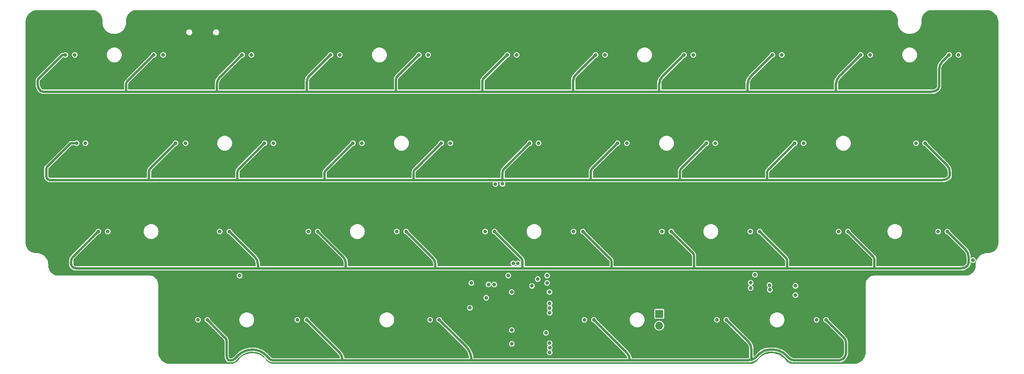
<source format=gbr>
%TF.GenerationSoftware,KiCad,Pcbnew,(7.0.0)*%
%TF.CreationDate,2023-05-14T17:36:31+02:00*%
%TF.ProjectId,travaulta prototype,74726176-6175-46c7-9461-2070726f746f,rev?*%
%TF.SameCoordinates,Original*%
%TF.FileFunction,Copper,L2,Inr*%
%TF.FilePolarity,Positive*%
%FSLAX46Y46*%
G04 Gerber Fmt 4.6, Leading zero omitted, Abs format (unit mm)*
G04 Created by KiCad (PCBNEW (7.0.0)) date 2023-05-14 17:36:31*
%MOMM*%
%LPD*%
G01*
G04 APERTURE LIST*
%TA.AperFunction,ComponentPad*%
%ADD10R,1.700000X1.700000*%
%TD*%
%TA.AperFunction,ComponentPad*%
%ADD11O,1.700000X1.700000*%
%TD*%
%TA.AperFunction,ViaPad*%
%ADD12C,0.800000*%
%TD*%
%TA.AperFunction,Conductor*%
%ADD13C,0.500000*%
%TD*%
G04 APERTURE END LIST*
D10*
%TO.N,VBAT*%
%TO.C,SW38*%
X180974999Y-113024999D03*
D11*
%TO.N,BOOT0*%
X180974999Y-115564999D03*
%TD*%
D12*
%TO.N,GND*%
X74295000Y-91313000D03*
X114300000Y-68278054D03*
X135597207Y-104261223D03*
X74457450Y-102146851D03*
X151003000Y-99314000D03*
X111125000Y-107950000D03*
X96463710Y-101616045D03*
X153987500Y-92075000D03*
X177165000Y-109855000D03*
X81280000Y-57277000D03*
X79634279Y-102166606D03*
X153988003Y-102068356D03*
X82550000Y-49999000D03*
X177176938Y-83255788D03*
X183356250Y-119062500D03*
X87249000Y-80010000D03*
X117475000Y-68262500D03*
X47117000Y-76200000D03*
X131445000Y-101854000D03*
X207962500Y-104366597D03*
X103187500Y-83125992D03*
X226028066Y-101600000D03*
X119027099Y-64169317D03*
X77430000Y-51094000D03*
X178593750Y-104324688D03*
X175451935Y-104317849D03*
X231534211Y-101576668D03*
X84198075Y-57286253D03*
X107950000Y-68278054D03*
X137577839Y-104298443D03*
X182499000Y-80010000D03*
X92075000Y-117475000D03*
X117445381Y-65971118D03*
X117475491Y-121047612D03*
X65244068Y-83266471D03*
X113284000Y-114300000D03*
X171831000Y-101981000D03*
X120215418Y-83268437D03*
X156464799Y-64146969D03*
X144653000Y-76200000D03*
X233867827Y-64186346D03*
X158602637Y-85060062D03*
X144688580Y-83212362D03*
X88926415Y-65964205D03*
X142113000Y-110617000D03*
X213758720Y-65997413D03*
X194539821Y-104317849D03*
X175816362Y-65997905D03*
X214425221Y-102091428D03*
X101155500Y-83125992D03*
X75819000Y-120777000D03*
X215272292Y-83233441D03*
X173101000Y-95250000D03*
X141859000Y-80010000D03*
X121059099Y-64169317D03*
X152584000Y-112903000D03*
X144374097Y-116215501D03*
X158753070Y-104320989D03*
X137901311Y-64231533D03*
X47371000Y-50800000D03*
X121095883Y-65974574D03*
X192539949Y-102088341D03*
X82558981Y-83268437D03*
X234950000Y-61087000D03*
X60075298Y-64176230D03*
X160918079Y-102299291D03*
X177839421Y-64193631D03*
X139700000Y-57150000D03*
X99867728Y-65952852D03*
X88900000Y-68262500D03*
X215781779Y-64193139D03*
X154003054Y-85382318D03*
X190232918Y-104293450D03*
X122237500Y-118268750D03*
X120650491Y-121047612D03*
X158750000Y-57150000D03*
X139262558Y-85049380D03*
X99815881Y-64231533D03*
X111125000Y-65960003D03*
X141294558Y-85049380D03*
X142081250Y-106362500D03*
X142081250Y-107950000D03*
X197035308Y-64193631D03*
X122986934Y-104249644D03*
X63212068Y-83266471D03*
X215900000Y-57150000D03*
X187325000Y-102108000D03*
X197044249Y-65997905D03*
X117331079Y-107950000D03*
X114272348Y-65964205D03*
X196850000Y-57150000D03*
X106426000Y-76200000D03*
X98422526Y-65950379D03*
X123825000Y-65951243D03*
X92868750Y-107950000D03*
X86288880Y-104214561D03*
X65253009Y-85070745D03*
X231512224Y-97872127D03*
X120506079Y-107950000D03*
X144716101Y-85427602D03*
X143668750Y-104344178D03*
X92075000Y-104154757D03*
X206505152Y-107452269D03*
X159004000Y-110744000D03*
X209550000Y-101508785D03*
X138303000Y-101981000D03*
X120904000Y-101727000D03*
X78607665Y-65964205D03*
X144653000Y-72517000D03*
X125349000Y-80010000D03*
X77600359Y-104245177D03*
X233876768Y-65990620D03*
X177800000Y-53213000D03*
X82189797Y-64153271D03*
X188111837Y-104311833D03*
X251079000Y-50800000D03*
X85751415Y-65964205D03*
X199852839Y-121754293D03*
X127000000Y-68309162D03*
X92075000Y-68262500D03*
X234146640Y-85107708D03*
X101092000Y-101600000D03*
X173573173Y-104293450D03*
X134874000Y-95250000D03*
X67120529Y-102090937D03*
X111125000Y-104214561D03*
X196338366Y-83219809D03*
X77300138Y-108312928D03*
X133985000Y-101727000D03*
X92075000Y-65964205D03*
X51435000Y-95250000D03*
X96774000Y-95250000D03*
X251206000Y-63500000D03*
X140493750Y-104333809D03*
X80962500Y-60071000D03*
X222758000Y-120650000D03*
X231844768Y-65990620D03*
X124474829Y-107950000D03*
X244094000Y-69723000D03*
X158496799Y-64146969D03*
X184221378Y-107343390D03*
X172415783Y-107530039D03*
X130175000Y-68309162D03*
X160911418Y-104281020D03*
X217417014Y-104354056D03*
X164306250Y-104289692D03*
X187216121Y-107327344D03*
X179217879Y-85060062D03*
X98425000Y-68262500D03*
X95250000Y-68262500D03*
X49530000Y-69850000D03*
X60116776Y-66008155D03*
X98425491Y-121047612D03*
X101847881Y-64231533D03*
X104728337Y-104167899D03*
X87249000Y-72644000D03*
X127000000Y-65951243D03*
X75692000Y-48895000D03*
X177848362Y-65997905D03*
X116496665Y-104176446D03*
X133383834Y-65953835D03*
X139933311Y-64231533D03*
X236537500Y-101600000D03*
X111125000Y-68278054D03*
X87312500Y-107950000D03*
X85725000Y-68262500D03*
X175807421Y-64193631D03*
X123825000Y-68309162D03*
X136525000Y-68262500D03*
X192561494Y-104301005D03*
X175418750Y-107530039D03*
X234950000Y-53340000D03*
X181768750Y-104324688D03*
X118375427Y-104200845D03*
X95250000Y-65964205D03*
X103148167Y-85096043D03*
X153987500Y-88900000D03*
X182499000Y-72390000D03*
X234154774Y-83203271D03*
X82567922Y-85072711D03*
X101899728Y-65952852D03*
X107950000Y-104191230D03*
X133350000Y-68309162D03*
X161131250Y-107950000D03*
X232114640Y-85107708D03*
X178593750Y-107530039D03*
X141285617Y-83245106D03*
X101121020Y-104154757D03*
X175895000Y-101981000D03*
X119063883Y-65974574D03*
X207168750Y-101473000D03*
X198361068Y-85095059D03*
X150018750Y-88900000D03*
X115824000Y-99314000D03*
X247015000Y-89027000D03*
X137872571Y-65974082D03*
X84599922Y-85072711D03*
X141859000Y-72517000D03*
X156473740Y-65951243D03*
X217304292Y-83233441D03*
X132556250Y-104249644D03*
X160634637Y-85060062D03*
X68453000Y-76200000D03*
X201676000Y-76200000D03*
X146681488Y-64206158D03*
X192024000Y-91313000D03*
X231835827Y-64186346D03*
X120650000Y-53213000D03*
X77851000Y-95250000D03*
X158593696Y-83255788D03*
X197643750Y-104323931D03*
X224282000Y-80137000D03*
X160625696Y-83255788D03*
X115607034Y-101739495D03*
X124619241Y-121047612D03*
X170676988Y-104308377D03*
X115824000Y-91313000D03*
X146793645Y-104323439D03*
X122247418Y-83268437D03*
X147066000Y-107315000D03*
X77602279Y-102166606D03*
X120650000Y-60960000D03*
X121126329Y-68333618D03*
X220662500Y-104354056D03*
X114298033Y-104219745D03*
X153321343Y-104242074D03*
X215281233Y-85037715D03*
X183356250Y-109855000D03*
X232122774Y-83203271D03*
X158505740Y-65951243D03*
X126206250Y-104261223D03*
X196329068Y-85095059D03*
X130175000Y-65951243D03*
X213749779Y-64193139D03*
X144653000Y-67691000D03*
X229235000Y-95250000D03*
X65659000Y-76200000D03*
X147896567Y-109273002D03*
X62148776Y-66008155D03*
X101600000Y-57150000D03*
X153987500Y-99218750D03*
X78581250Y-68262500D03*
X122256359Y-85072711D03*
X169545000Y-101981000D03*
X99212437Y-104149937D03*
X243967000Y-85725000D03*
X139904571Y-65974082D03*
X89408000Y-48895000D03*
X224282000Y-72390000D03*
X125349000Y-72517000D03*
X148586409Y-83241559D03*
X67120529Y-104050751D03*
X195003308Y-64193631D03*
X185166000Y-114300000D03*
X157162500Y-99314000D03*
X101911437Y-68262500D03*
X104775000Y-65960003D03*
X189144827Y-108929415D03*
X163576000Y-76200000D03*
X195012249Y-65997905D03*
X120888576Y-104225245D03*
X153288724Y-110807639D03*
X63221009Y-85070745D03*
X211905460Y-101600000D03*
X158750000Y-107950000D03*
X74295000Y-99314000D03*
X144652281Y-64206158D03*
X144653000Y-80010000D03*
X251079000Y-95123000D03*
X148209000Y-101981000D03*
X157956250Y-88900000D03*
X107936174Y-65943466D03*
X114300491Y-121047612D03*
X179208938Y-83255788D03*
X98806000Y-50800000D03*
X211201000Y-95250000D03*
X231521000Y-91186000D03*
X146685000Y-72517000D03*
X98425000Y-108743750D03*
X206375000Y-118268750D03*
X167481250Y-104289692D03*
X62107298Y-64176230D03*
X217313233Y-85037715D03*
X78581250Y-63500000D03*
X146685000Y-80010000D03*
X120224359Y-85072711D03*
X198370366Y-83219809D03*
X181768750Y-107343390D03*
X74441896Y-104246652D03*
X190240765Y-102103407D03*
X214312500Y-104348659D03*
X129381250Y-104261223D03*
X84590981Y-83268437D03*
X188641422Y-121694338D03*
X101116167Y-85096043D03*
X114156079Y-107950000D03*
X84137500Y-68262500D03*
X87312500Y-63500000D03*
X104775000Y-68278054D03*
X150550100Y-110815963D03*
X136558834Y-65953835D03*
X227965000Y-76200000D03*
X184936837Y-104311833D03*
X246473566Y-101666909D03*
X79653498Y-104245177D03*
X177185879Y-85060062D03*
X70970165Y-102114268D03*
X223043750Y-108743750D03*
X203835000Y-114300000D03*
X204787500Y-104370593D03*
X211681401Y-104370102D03*
X139253617Y-83245106D03*
X246062500Y-76200000D03*
X92075000Y-101600000D03*
X146685000Y-67691000D03*
X228600000Y-101600000D03*
X54356000Y-88900000D03*
X177800000Y-60960000D03*
X215790720Y-65997413D03*
X139953601Y-68350091D03*
X228600000Y-98425000D03*
X153346000Y-115062000D03*
X87653038Y-51101306D03*
X84074000Y-69850000D03*
X177165000Y-119062500D03*
X150425000Y-115062000D03*
%TO.N,APLEX_OUT_PIN_0*%
X210352632Y-106976214D03*
X156787000Y-106362500D03*
X156787000Y-104775000D03*
X148431250Y-104775000D03*
X140493750Y-106362500D03*
X140168917Y-111725196D03*
%TO.N,ROW0*%
X243459000Y-57150000D03*
X110109000Y-57150000D03*
X186309000Y-57150000D03*
X148209000Y-57150000D03*
X167259000Y-57150000D03*
X224409000Y-57150000D03*
X129159000Y-57150000D03*
X72009000Y-57150000D03*
X52959000Y-57150000D03*
X91059000Y-57150000D03*
X149495497Y-102108000D03*
X145669000Y-84987000D03*
X205359000Y-57150000D03*
%TO.N,ROW1*%
X55372000Y-76200000D03*
X191135000Y-76200000D03*
X133985000Y-76200000D03*
X147189272Y-84974626D03*
X76708000Y-76200000D03*
X153035000Y-76200000D03*
X210185000Y-76200000D03*
X171958000Y-76200000D03*
X114935000Y-76200000D03*
X150495000Y-102108000D03*
X238252000Y-76200000D03*
X95885000Y-76200000D03*
%TO.N,VBAT*%
X149155000Y-108331000D03*
X201599534Y-104576503D03*
X149158000Y-116524000D03*
X153545858Y-106982709D03*
X156556000Y-117129000D03*
X149189578Y-119489093D03*
X157291782Y-108302925D03*
X90487500Y-104775000D03*
X154781250Y-105533209D03*
%TO.N,COL0*%
X62103000Y-95250000D03*
X54991000Y-57150000D03*
X57277000Y-76200000D03*
%TO.N,COL1*%
X74041000Y-57150000D03*
X81550000Y-114300000D03*
X86233000Y-95250000D03*
X78867000Y-76200000D03*
%TO.N,COL2*%
X93075000Y-57150000D03*
X105362500Y-95250000D03*
X97790000Y-76200000D03*
X102980000Y-114300000D03*
%TO.N,COL3*%
X124412500Y-95250000D03*
X116887500Y-76200000D03*
X131555000Y-114300000D03*
X112125000Y-57150000D03*
%TO.N,COL4*%
X143462500Y-95250000D03*
X135937500Y-76200000D03*
X131175000Y-57150000D03*
%TO.N,COL5*%
X150241000Y-57150000D03*
X162512500Y-95250000D03*
X164846000Y-114300000D03*
X154940000Y-76200000D03*
%TO.N,COL6*%
X169291000Y-57150000D03*
X173990000Y-76200000D03*
X181562500Y-95250000D03*
X204755969Y-106823574D03*
X200668410Y-107440416D03*
%TO.N,COL7*%
X188325000Y-57150000D03*
X200674646Y-106307080D03*
X200612500Y-95250000D03*
X193421000Y-114300000D03*
X204787500Y-107822580D03*
X193040000Y-76200000D03*
%TO.N,COL8*%
X207391000Y-57150000D03*
X214884000Y-114300000D03*
X219662500Y-95250000D03*
X212090000Y-76200000D03*
%TO.N,COL9*%
X241095000Y-95250000D03*
X226441000Y-57150000D03*
X236347000Y-76200000D03*
%TO.N,ROW2*%
X164512500Y-95250000D03*
X221662500Y-95250000D03*
X126412500Y-95250000D03*
X243078000Y-95250000D03*
X202612500Y-95250000D03*
X107362500Y-95250000D03*
X145462500Y-95250000D03*
X60071000Y-95250000D03*
X88312500Y-95250000D03*
X183562500Y-95250000D03*
%TO.N,ROW3*%
X144157368Y-106657415D03*
X104980000Y-114300000D03*
X143668750Y-109537500D03*
X195453000Y-114300000D03*
X216916000Y-114300000D03*
X166878000Y-114300000D03*
X133555000Y-114300000D03*
X83550000Y-114300000D03*
%TO.N,AMUX_SEL_2*%
X157348680Y-121365408D03*
X157353000Y-110744000D03*
%TO.N,AMUX_SEL_1*%
X157357299Y-111755701D03*
X157364941Y-120356364D03*
%TO.N,AMUX_SEL_0*%
X157353500Y-119342500D03*
X157353000Y-112776000D03*
%TO.N,APLEX_EN_PIN_1*%
X145415000Y-106680000D03*
X210343750Y-108997080D03*
%TO.N,COL10*%
X245491000Y-57150000D03*
X248602500Y-101409500D03*
%TD*%
D13*
%TO.N,ROW0*%
X105029000Y-65016873D02*
X105029000Y-62836167D01*
X200025000Y-65087500D02*
X200025000Y-63449377D01*
X219075000Y-65087500D02*
X200025000Y-65087500D01*
X85725000Y-65087500D02*
X85613875Y-64976375D01*
X48158100Y-65087500D02*
X66078529Y-65087500D01*
X47593250Y-61880750D02*
X52324000Y-57150000D01*
X200025000Y-65087500D02*
X180975000Y-65087500D01*
X219075000Y-65087500D02*
X239712500Y-65087500D01*
X86253718Y-61955282D02*
X91059000Y-57150000D01*
X142875000Y-65087500D02*
X124204966Y-65087500D01*
X241300000Y-63964968D02*
X241300000Y-60274377D01*
X219075000Y-65087500D02*
X219075000Y-63449377D01*
X143032154Y-62326845D02*
X143557625Y-61801375D01*
X124204966Y-65087500D02*
X124206000Y-65086466D01*
X52324000Y-57150000D02*
X52959000Y-57150000D01*
X124206000Y-65086466D02*
X124206000Y-62529562D01*
X162949365Y-61459636D02*
X163401375Y-61007625D01*
X66040000Y-65048971D02*
X66078529Y-65087500D01*
X180975000Y-65087500D02*
X180975000Y-63449377D01*
X66040000Y-63500000D02*
X66040000Y-65048971D01*
X181657625Y-61801375D02*
X186309000Y-57150000D01*
X162433000Y-62706250D02*
X162433000Y-65027535D01*
X46990000Y-63500000D02*
X46990000Y-62706250D01*
X66309408Y-62849593D02*
X66563875Y-62595125D01*
X124204966Y-65087500D02*
X105099627Y-65087500D01*
X85613875Y-64976375D02*
X85613875Y-63500000D01*
X241982625Y-58626375D02*
X243459000Y-57150000D01*
X200707625Y-61801375D02*
X205359000Y-57150000D01*
X142875000Y-62706250D02*
X142875000Y-65087500D01*
X167259000Y-57150000D02*
X163401375Y-61007625D01*
X105457625Y-61801375D02*
X110109000Y-57150000D01*
X84800258Y-65087500D02*
X66078529Y-65087500D01*
X162373035Y-65087500D02*
X142875000Y-65087500D01*
X105099627Y-65087500D02*
X105029000Y-65016873D01*
X162433000Y-65027535D02*
X162373035Y-65087500D01*
X85725000Y-65087500D02*
X84800258Y-65087500D01*
X148209000Y-57150000D02*
X143557625Y-61801375D01*
X47147154Y-62326845D02*
X47593250Y-61880750D01*
X72009000Y-57150000D02*
X66563875Y-62595125D01*
X219757625Y-61801375D02*
X224409000Y-57150000D01*
X47625000Y-64915403D02*
X47541829Y-64832232D01*
X105099627Y-65087500D02*
X85725000Y-65087500D01*
X180975000Y-65087500D02*
X162373035Y-65087500D01*
X124507625Y-61801375D02*
X129159000Y-57150000D01*
X47147171Y-62326862D02*
G75*
G03*
X46990000Y-62706250I379429J-379438D01*
G01*
X241982642Y-58626392D02*
G75*
G03*
X241300000Y-60274377I1647958J-1648008D01*
G01*
X181657642Y-61801392D02*
G75*
G03*
X180975000Y-63449377I1647958J-1648008D01*
G01*
X162949335Y-61459606D02*
G75*
G03*
X162433000Y-62706250I1246665J-1246594D01*
G01*
X66309411Y-62849596D02*
G75*
G03*
X66040000Y-63500000I650389J-650404D01*
G01*
X239712500Y-65087494D02*
G75*
G03*
X241067515Y-64526233I0J1916294D01*
G01*
X200707642Y-61801392D02*
G75*
G03*
X200025000Y-63449377I1647958J-1648008D01*
G01*
X47541837Y-64832224D02*
G75*
G03*
X48158100Y-65087500I616263J616224D01*
G01*
X143032171Y-62326862D02*
G75*
G03*
X142875000Y-62706250I379429J-379438D01*
G01*
X46990012Y-63500000D02*
G75*
G03*
X47541829Y-64832232I1884088J0D01*
G01*
X105457645Y-61801395D02*
G75*
G03*
X105029000Y-62836167I1034755J-1034805D01*
G01*
X86253726Y-61955290D02*
G75*
G03*
X85613875Y-63500000I1544674J-1544710D01*
G01*
X219757642Y-61801392D02*
G75*
G03*
X219075000Y-63449377I1647958J-1648008D01*
G01*
X124507646Y-61801396D02*
G75*
G03*
X124206000Y-62529562I728154J-728204D01*
G01*
X241067542Y-64526260D02*
G75*
G03*
X241300000Y-63964968I-561342J561260D01*
G01*
%TO.N,ROW1*%
X49212500Y-84020665D02*
X49040744Y-83848909D01*
X204311566Y-84137500D02*
X242093750Y-84137500D01*
X147238308Y-84137500D02*
X147193000Y-84092192D01*
X242951000Y-80899000D02*
X238252000Y-76200000D01*
X90138914Y-84137500D02*
X90043000Y-84041586D01*
X166299158Y-84137500D02*
X166243000Y-84081342D01*
X128027327Y-84137500D02*
X147238308Y-84137500D01*
X71065829Y-84137500D02*
X90138914Y-84137500D01*
X90043000Y-84041586D02*
X90043000Y-82550000D01*
X128016000Y-84126173D02*
X128027327Y-84137500D01*
X147238308Y-84137500D02*
X166299158Y-84137500D01*
X128016000Y-82550000D02*
X128016000Y-84126173D01*
X70993000Y-84064671D02*
X70993000Y-82341562D01*
X71294625Y-81613375D02*
X76708000Y-76200000D01*
X166299158Y-84137500D02*
X185453222Y-84137500D01*
X243586000Y-83244922D02*
X243586000Y-82432025D01*
X109018605Y-82116395D02*
X114935000Y-76200000D01*
X210185000Y-76200000D02*
X204708125Y-81676875D01*
X109022879Y-84137500D02*
X128027327Y-84137500D01*
X90402210Y-81682790D02*
X95885000Y-76200000D01*
X54102000Y-76200000D02*
X55372000Y-76200000D01*
X204485408Y-81899593D02*
X204708125Y-81676875D01*
X133985000Y-76200000D02*
X128508125Y-81676875D01*
X109022879Y-84137500D02*
X108839000Y-83953621D01*
X128285408Y-81899593D02*
X128508125Y-81676875D01*
X204216000Y-84041934D02*
X204311566Y-84137500D01*
X185658125Y-81676875D02*
X191135000Y-76200000D01*
X49033556Y-81268444D02*
X54102000Y-76200000D01*
X166544625Y-81613375D02*
X171958000Y-76200000D01*
X185453222Y-84137500D02*
X204311566Y-84137500D01*
X185420000Y-84104278D02*
X185420000Y-82251759D01*
X204216000Y-82550000D02*
X204216000Y-84041934D01*
X166243000Y-84081342D02*
X166243000Y-82341562D01*
X108839000Y-83953621D02*
X108839000Y-82550000D01*
X185453222Y-84137500D02*
X185420000Y-84104278D01*
X71065829Y-84137500D02*
X70993000Y-84064671D01*
X48831500Y-83343750D02*
X48831500Y-81756250D01*
X147552210Y-81682790D02*
X153035000Y-76200000D01*
X71065829Y-84137500D02*
X49494564Y-84137500D01*
X90138914Y-84137500D02*
X109022879Y-84137500D01*
X147193000Y-84092192D02*
X147193000Y-82550000D01*
X204485411Y-81899596D02*
G75*
G03*
X204216000Y-82550000I650389J-650404D01*
G01*
X242093750Y-84137459D02*
G75*
G03*
X243448766Y-83576234I50J1916259D01*
G01*
X243585989Y-82432025D02*
G75*
G03*
X242951000Y-80899000I-2167989J25D01*
G01*
X71294646Y-81613396D02*
G75*
G03*
X70993000Y-82341562I728154J-728204D01*
G01*
X243448746Y-83576214D02*
G75*
G03*
X243586000Y-83244922I-331246J331314D01*
G01*
X49212518Y-84020647D02*
G75*
G03*
X49494564Y-84137500I282082J282047D01*
G01*
X90402214Y-81682794D02*
G75*
G03*
X90043000Y-82550000I867186J-867206D01*
G01*
X147552214Y-81682794D02*
G75*
G03*
X147193000Y-82550000I867186J-867206D01*
G01*
X109018607Y-82116397D02*
G75*
G03*
X108839000Y-82550000I433593J-433603D01*
G01*
X49033573Y-81268461D02*
G75*
G03*
X48831500Y-81756250I487827J-487839D01*
G01*
X166544646Y-81613396D02*
G75*
G03*
X166243000Y-82341562I728154J-728204D01*
G01*
X185658147Y-81676897D02*
G75*
G03*
X185420000Y-82251759I574853J-574903D01*
G01*
X48831535Y-83343750D02*
G75*
G03*
X49040744Y-83848909I714365J-50D01*
G01*
X128285411Y-81899596D02*
G75*
G03*
X128016000Y-82550000I650389J-650404D01*
G01*
%TO.N,ROW2*%
X188221875Y-99909375D02*
X183562500Y-95250000D01*
X54229000Y-101600000D02*
X54229000Y-102393750D01*
X150915625Y-100703125D02*
X145462500Y-95250000D01*
X55278070Y-103187500D02*
X94456250Y-103187500D01*
X132715000Y-102393750D02*
X132715000Y-103187500D01*
X151297807Y-101085308D02*
X150915625Y-100703125D01*
X170688000Y-103187500D02*
X188118750Y-103187500D01*
X131865625Y-100703125D02*
X126412500Y-95250000D01*
X170564610Y-101302110D02*
X164512500Y-95250000D01*
X113411000Y-103187500D02*
X113411000Y-102140487D01*
X208065625Y-100703125D02*
X202612500Y-95250000D01*
X208231005Y-100868504D02*
X208065625Y-100703125D01*
X188468000Y-103187500D02*
X188468000Y-100503573D01*
X170688000Y-103187500D02*
X170688000Y-101600000D01*
X151511000Y-101600000D02*
X151511000Y-103187500D01*
X132120146Y-100957647D02*
X131865625Y-100703125D01*
X246954030Y-99126030D02*
X243078000Y-95250000D01*
X227115625Y-100703125D02*
X221662500Y-95250000D01*
X188118750Y-103187500D02*
X188468000Y-103187500D01*
X60071000Y-95250000D02*
X54588210Y-100732790D01*
X208534000Y-101600000D02*
X208534000Y-103187500D01*
X188118750Y-103187500D02*
X208534000Y-103187500D01*
X94456250Y-103187500D02*
X94456250Y-102370441D01*
X113411000Y-103187500D02*
X132715000Y-103187500D01*
X247650000Y-102064968D02*
X247650000Y-100806250D01*
X93765625Y-100703125D02*
X88312500Y-95250000D01*
X94456250Y-103187500D02*
X113411000Y-103187500D01*
X132715000Y-103187500D02*
X151511000Y-103187500D01*
X227330000Y-103187500D02*
X246062500Y-103187500D01*
X208534000Y-103187500D02*
X227330000Y-103187500D01*
X151511000Y-103187500D02*
X170688000Y-103187500D01*
X227330000Y-103187500D02*
X227330000Y-101220672D01*
X112815625Y-100703125D02*
X107362500Y-95250000D01*
X54228962Y-102393750D02*
G75*
G03*
X54408606Y-102827356I613238J50D01*
G01*
X54408623Y-102827339D02*
G75*
G03*
X55278070Y-103187500I869477J869439D01*
G01*
X246062500Y-103187494D02*
G75*
G03*
X247417515Y-102626233I0J1916294D01*
G01*
X94456218Y-102370441D02*
G75*
G03*
X93765625Y-100703125I-2357918J41D01*
G01*
X208533997Y-101600000D02*
G75*
G03*
X208231004Y-100868505I-1034497J0D01*
G01*
X247417542Y-102626260D02*
G75*
G03*
X247650000Y-102064968I-561342J561260D01*
G01*
X188468025Y-100503573D02*
G75*
G03*
X188221875Y-99909375I-840325J-27D01*
G01*
X170687994Y-101600000D02*
G75*
G03*
X170564610Y-101302110I-421294J0D01*
G01*
X113411019Y-102140487D02*
G75*
G03*
X112815624Y-100703126I-2032719J-13D01*
G01*
X54588214Y-100732794D02*
G75*
G03*
X54229000Y-101600000I867186J-867206D01*
G01*
X132714980Y-102393750D02*
G75*
G03*
X132120146Y-100957647I-2030880J50D01*
G01*
X227330026Y-101220672D02*
G75*
G03*
X227115625Y-100703125I-731926J-28D01*
G01*
X247650032Y-100806250D02*
G75*
G03*
X246954030Y-99126030I-2376232J-50D01*
G01*
X151510995Y-101600000D02*
G75*
G03*
X151297807Y-101085308I-727895J0D01*
G01*
%TO.N,ROW3*%
X216916000Y-114300000D02*
X220773625Y-118157625D01*
X202565000Y-121634250D02*
X202184000Y-122015250D01*
X104980000Y-114300000D02*
X112006277Y-121326277D01*
X87717160Y-118893594D02*
X87717160Y-122015253D01*
X139446000Y-120191000D02*
X139008750Y-119753750D01*
X139008750Y-119753750D02*
X139226261Y-119971261D01*
X173355000Y-123031250D02*
X173831250Y-123031250D01*
X139446000Y-123031250D02*
X139700000Y-123031250D01*
X202184000Y-122015250D02*
X201886421Y-122312830D01*
X97557790Y-123031250D02*
X111918750Y-123031250D01*
X220837125Y-122412125D02*
X220440250Y-122809000D01*
X200152000Y-123031250D02*
X174625000Y-123031250D01*
X173831250Y-123031250D02*
X174625000Y-123031250D01*
X96163434Y-121912683D02*
X97086987Y-122836237D01*
X83550000Y-114300000D02*
X87415625Y-118165625D01*
X205486000Y-120745250D02*
X204711235Y-120745250D01*
X166878000Y-114300000D02*
X173929030Y-121351030D01*
X89587605Y-122597645D02*
X90170000Y-122015250D01*
X195453000Y-114300000D02*
X200152000Y-118999000D01*
X139700000Y-123031250D02*
X140493750Y-123031250D01*
X208978500Y-122586750D02*
X208304434Y-121912683D01*
X111918750Y-123031250D02*
X112712500Y-123031250D01*
X89423407Y-122761842D02*
X89587605Y-122597645D01*
X200818750Y-120608676D02*
X200818750Y-122938889D01*
X88138000Y-123031250D02*
X88773000Y-123031250D01*
X219903692Y-123031250D02*
X210051617Y-123031250D01*
X140493750Y-123031250D02*
X173355000Y-123031250D01*
X139008750Y-119753750D02*
X133555000Y-114300000D01*
X112712500Y-123031250D02*
X139446000Y-123031250D01*
X221234000Y-119269068D02*
X221234000Y-121453984D01*
X93236051Y-120745250D02*
X93345000Y-120745250D01*
X174625032Y-123031250D02*
G75*
G03*
X173929030Y-121351030I-2376232J-50D01*
G01*
X208978484Y-122586766D02*
G75*
G03*
X210051617Y-123031250I1073116J1073166D01*
G01*
X219903692Y-123031231D02*
G75*
G03*
X220440250Y-122809000I8J758831D01*
G01*
X88773000Y-123031239D02*
G75*
G03*
X89423407Y-122761842I0J919839D01*
G01*
X87717195Y-122015253D02*
G75*
G03*
X88138000Y-123031250I1436805J-47D01*
G01*
X220837130Y-122412130D02*
G75*
G03*
X221234000Y-121453984I-958130J958130D01*
G01*
X112712534Y-123031250D02*
G75*
G03*
X112006277Y-121326277I-2411234J-50D01*
G01*
X140493793Y-123031250D02*
G75*
G03*
X139226261Y-119971261I-4327493J-50D01*
G01*
X87717176Y-118893594D02*
G75*
G03*
X87415624Y-118165626I-1029476J-6D01*
G01*
X97086985Y-122836239D02*
G75*
G03*
X97557790Y-123031250I470815J470839D01*
G01*
X221234027Y-119269068D02*
G75*
G03*
X220773625Y-118157625I-1571827J-32D01*
G01*
X200818759Y-120608676D02*
G75*
G03*
X200152000Y-118999000I-2276459J-24D01*
G01*
X200152000Y-123031248D02*
G75*
G03*
X201886421Y-122312830I0J2452848D01*
G01*
X204711235Y-120745280D02*
G75*
G03*
X202565000Y-121634250I-35J-3035220D01*
G01*
X208304430Y-121912687D02*
G75*
G03*
X205486000Y-120745250I-2818430J-2818413D01*
G01*
X93236051Y-120745286D02*
G75*
G03*
X90170000Y-122015250I-51J-4336014D01*
G01*
X96163430Y-121912687D02*
G75*
G03*
X93345000Y-120745250I-2818430J-2818413D01*
G01*
%TD*%
%TA.AperFunction,Conductor*%
%TO.N,GND*%
G36*
X230200348Y-47475520D02*
G01*
X230298956Y-47481485D01*
X230298956Y-47481499D01*
X230299009Y-47481488D01*
X230471593Y-47492799D01*
X230472909Y-47492963D01*
X230599140Y-47516096D01*
X230599298Y-47516126D01*
X230743441Y-47544797D01*
X230744618Y-47545097D01*
X230872041Y-47584803D01*
X230872119Y-47584829D01*
X231006581Y-47630473D01*
X231007622Y-47630883D01*
X231131044Y-47686431D01*
X231131417Y-47686607D01*
X231138829Y-47690262D01*
X231256886Y-47748482D01*
X231257750Y-47748954D01*
X231323021Y-47788412D01*
X231374440Y-47819496D01*
X231374887Y-47819781D01*
X231490392Y-47896959D01*
X231491108Y-47897477D01*
X231598807Y-47981853D01*
X231599305Y-47982266D01*
X231703474Y-48073620D01*
X231704033Y-48074144D01*
X231800854Y-48170965D01*
X231801378Y-48171524D01*
X231892740Y-48275703D01*
X231893153Y-48276201D01*
X231977513Y-48383879D01*
X231978031Y-48384595D01*
X232055225Y-48500123D01*
X232055510Y-48500570D01*
X232126040Y-48617239D01*
X232126520Y-48618117D01*
X232188395Y-48743588D01*
X232188571Y-48743961D01*
X232244115Y-48867376D01*
X232244525Y-48868417D01*
X232290145Y-49002808D01*
X232290236Y-49003088D01*
X232329896Y-49130363D01*
X232330201Y-49131561D01*
X232358877Y-49275723D01*
X232358910Y-49275897D01*
X232382033Y-49402076D01*
X232382200Y-49403420D01*
X232393519Y-49576116D01*
X232393520Y-49576176D01*
X232393523Y-49576176D01*
X232399479Y-49674636D01*
X232399500Y-49675342D01*
X232399500Y-50074998D01*
X232399499Y-50075000D01*
X232399499Y-50229277D01*
X232399540Y-50229618D01*
X232399541Y-50229627D01*
X232436648Y-50535232D01*
X232436649Y-50535242D01*
X232436691Y-50535581D01*
X232436774Y-50535918D01*
X232436774Y-50535920D01*
X232510533Y-50835169D01*
X232510654Y-50835488D01*
X232510656Y-50835494D01*
X232619821Y-51123340D01*
X232619947Y-51123672D01*
X232763339Y-51396883D01*
X232763540Y-51397174D01*
X232763541Y-51397175D01*
X232938406Y-51650511D01*
X232938618Y-51650817D01*
X232938849Y-51651077D01*
X232938850Y-51651079D01*
X233143001Y-51881518D01*
X233143227Y-51881773D01*
X233374183Y-52086382D01*
X233628118Y-52261661D01*
X233901329Y-52405053D01*
X234189832Y-52514468D01*
X234489419Y-52588309D01*
X234795724Y-52625501D01*
X235103921Y-52625501D01*
X235104277Y-52625501D01*
X235410582Y-52588309D01*
X235710169Y-52514467D01*
X235998672Y-52405052D01*
X236271883Y-52261660D01*
X236525818Y-52086382D01*
X236756774Y-51881773D01*
X236961383Y-51650817D01*
X237136661Y-51396882D01*
X237280053Y-51123671D01*
X237389468Y-50835168D01*
X237463309Y-50535580D01*
X237500501Y-50229276D01*
X237500501Y-50074999D01*
X237500501Y-50074499D01*
X237500501Y-49675359D01*
X237500522Y-49674653D01*
X237502904Y-49635268D01*
X237506487Y-49576047D01*
X237506498Y-49576047D01*
X237506490Y-49575994D01*
X237517802Y-49403400D01*
X237517964Y-49402097D01*
X237541123Y-49275723D01*
X237569801Y-49131549D01*
X237570100Y-49130376D01*
X237609802Y-49002969D01*
X237609826Y-49002897D01*
X237655482Y-48868398D01*
X237655876Y-48867398D01*
X237711451Y-48743915D01*
X237711588Y-48743624D01*
X237773494Y-48618091D01*
X237773940Y-48617275D01*
X237844526Y-48500513D01*
X237844754Y-48500155D01*
X237921975Y-48384585D01*
X237922461Y-48383913D01*
X238006877Y-48276164D01*
X238007239Y-48275728D01*
X238098654Y-48171489D01*
X238099118Y-48170994D01*
X238195994Y-48074119D01*
X238196489Y-48073654D01*
X238300728Y-47982239D01*
X238301164Y-47981877D01*
X238408913Y-47897461D01*
X238409585Y-47896975D01*
X238525155Y-47819754D01*
X238525513Y-47819526D01*
X238642275Y-47748940D01*
X238643091Y-47748494D01*
X238768624Y-47686588D01*
X238768915Y-47686451D01*
X238892398Y-47630876D01*
X238893398Y-47630482D01*
X239027897Y-47584826D01*
X239027969Y-47584802D01*
X239155376Y-47545100D01*
X239156549Y-47544801D01*
X239300756Y-47516116D01*
X239427097Y-47492964D01*
X239428400Y-47492802D01*
X239600994Y-47481490D01*
X239601047Y-47481498D01*
X239601047Y-47481487D01*
X239601077Y-47481484D01*
X239699652Y-47475522D01*
X239700359Y-47475501D01*
X239700500Y-47475501D01*
X251474663Y-47475499D01*
X251475319Y-47475517D01*
X251477479Y-47475638D01*
X251590607Y-47481991D01*
X251772396Y-47492988D01*
X251773597Y-47493126D01*
X251914616Y-47517086D01*
X252070557Y-47545663D01*
X252071665Y-47545923D01*
X252213531Y-47586794D01*
X252213580Y-47586809D01*
X252360589Y-47632619D01*
X252361550Y-47632968D01*
X252499559Y-47690133D01*
X252499838Y-47690253D01*
X252629201Y-47748474D01*
X252638486Y-47752653D01*
X252639343Y-47753082D01*
X252770940Y-47825813D01*
X252771211Y-47825969D01*
X252888642Y-47896959D01*
X252900569Y-47904169D01*
X252901286Y-47904640D01*
X253024248Y-47991886D01*
X253024694Y-47992218D01*
X253143269Y-48085116D01*
X253143849Y-48085602D01*
X253256448Y-48186226D01*
X253256925Y-48186677D01*
X253363320Y-48293072D01*
X253363771Y-48293549D01*
X253464397Y-48406150D01*
X253464883Y-48406730D01*
X253513087Y-48468257D01*
X253557787Y-48525312D01*
X253558091Y-48525720D01*
X253623031Y-48617244D01*
X253645363Y-48648718D01*
X253645834Y-48649435D01*
X253723990Y-48778722D01*
X253724217Y-48779116D01*
X253796918Y-48910661D01*
X253797347Y-48911518D01*
X253859730Y-49050124D01*
X253859870Y-49050449D01*
X253917024Y-49188432D01*
X253917385Y-49189428D01*
X253963159Y-49336319D01*
X253963232Y-49336561D01*
X254004072Y-49478322D01*
X254004337Y-49479452D01*
X254032891Y-49635268D01*
X254032839Y-49635277D01*
X254032919Y-49635417D01*
X254056869Y-49776374D01*
X254057013Y-49777628D01*
X254068025Y-49959690D01*
X254068028Y-49959740D01*
X254074482Y-50074661D01*
X254074500Y-50075317D01*
X254074500Y-97683641D01*
X254074479Y-97684347D01*
X254068518Y-97782897D01*
X254068514Y-97782956D01*
X254057199Y-97955578D01*
X254057032Y-97956922D01*
X254033909Y-98083101D01*
X254033876Y-98083275D01*
X254005201Y-98227437D01*
X254004896Y-98228635D01*
X253965233Y-98355917D01*
X253965142Y-98356197D01*
X253919525Y-98490577D01*
X253919115Y-98491618D01*
X253863568Y-98615040D01*
X253863392Y-98615413D01*
X253801519Y-98740880D01*
X253801039Y-98741758D01*
X253730505Y-98858434D01*
X253730220Y-98858881D01*
X253653035Y-98974396D01*
X253652517Y-98975112D01*
X253568144Y-99082806D01*
X253567731Y-99083304D01*
X253476384Y-99187466D01*
X253475860Y-99188025D01*
X253379025Y-99284860D01*
X253378466Y-99285384D01*
X253274304Y-99376731D01*
X253273806Y-99377144D01*
X253166112Y-99461517D01*
X253165396Y-99462035D01*
X253049881Y-99539220D01*
X253049434Y-99539505D01*
X252932758Y-99610039D01*
X252931880Y-99610519D01*
X252806413Y-99672392D01*
X252806040Y-99672568D01*
X252682618Y-99728115D01*
X252681577Y-99728525D01*
X252547197Y-99774142D01*
X252546917Y-99774233D01*
X252419635Y-99813896D01*
X252418437Y-99814201D01*
X252274275Y-99842876D01*
X252274101Y-99842909D01*
X252147922Y-99866032D01*
X252146578Y-99866199D01*
X251974015Y-99877510D01*
X251973956Y-99877514D01*
X251875347Y-99883479D01*
X251874641Y-99883500D01*
X251734438Y-99883500D01*
X251734375Y-99883487D01*
X251734375Y-99883474D01*
X251734310Y-99883473D01*
X251734306Y-99883473D01*
X251591462Y-99883470D01*
X251591140Y-99883470D01*
X251590826Y-99883505D01*
X251590814Y-99883506D01*
X251306806Y-99915499D01*
X251306803Y-99915499D01*
X251306470Y-99915537D01*
X251306164Y-99915606D01*
X251306145Y-99915610D01*
X251027500Y-99979204D01*
X251027496Y-99979204D01*
X251027181Y-99979277D01*
X251026874Y-99979384D01*
X251026865Y-99979387D01*
X250757094Y-100073779D01*
X250757080Y-100073784D01*
X250756785Y-100073888D01*
X250756497Y-100074026D01*
X250756489Y-100074030D01*
X250498979Y-100198038D01*
X250498972Y-100198041D01*
X250498683Y-100198181D01*
X250498429Y-100198340D01*
X250498410Y-100198351D01*
X250256397Y-100350417D01*
X250256389Y-100350421D01*
X250256121Y-100350591D01*
X250255864Y-100350795D01*
X250255861Y-100350798D01*
X250143103Y-100440720D01*
X250032150Y-100529202D01*
X250031926Y-100529425D01*
X250031917Y-100529434D01*
X249829818Y-100731535D01*
X249829809Y-100731544D01*
X249829586Y-100731768D01*
X249829388Y-100732015D01*
X249829381Y-100732024D01*
X249651184Y-100955481D01*
X249650977Y-100955741D01*
X249650808Y-100956009D01*
X249650803Y-100956017D01*
X249498739Y-101198031D01*
X249498728Y-101198050D01*
X249498569Y-101198304D01*
X249498429Y-101198593D01*
X249498426Y-101198600D01*
X249374421Y-101456111D01*
X249374414Y-101456126D01*
X249374279Y-101456408D01*
X249374175Y-101456704D01*
X249374173Y-101456710D01*
X249279775Y-101726505D01*
X249279774Y-101726510D01*
X249279671Y-101726804D01*
X249279601Y-101727109D01*
X249279600Y-101727114D01*
X249216006Y-102005769D01*
X249216002Y-102005788D01*
X249215933Y-102006094D01*
X249215895Y-102006427D01*
X249215895Y-102006430D01*
X249183904Y-102290438D01*
X249183904Y-102290440D01*
X249183868Y-102290764D01*
X249183868Y-102291086D01*
X249183868Y-102291087D01*
X249183874Y-102433999D01*
X249183874Y-102574639D01*
X249183853Y-102575346D01*
X249177888Y-102673886D01*
X249177884Y-102673945D01*
X249166562Y-102846574D01*
X249166395Y-102847918D01*
X249143267Y-102974091D01*
X249143234Y-102974264D01*
X249114555Y-103118423D01*
X249114250Y-103119621D01*
X249074590Y-103246880D01*
X249074499Y-103247160D01*
X249028869Y-103381568D01*
X249028459Y-103382609D01*
X248972918Y-103506010D01*
X248972742Y-103506383D01*
X248910864Y-103631850D01*
X248910384Y-103632728D01*
X248839851Y-103749401D01*
X248839566Y-103749848D01*
X248762377Y-103865366D01*
X248761859Y-103866082D01*
X248677478Y-103973783D01*
X248677064Y-103974281D01*
X248585738Y-104078417D01*
X248585215Y-104078976D01*
X248488366Y-104175824D01*
X248487807Y-104176348D01*
X248383657Y-104267684D01*
X248383159Y-104268097D01*
X248275454Y-104352478D01*
X248274738Y-104352996D01*
X248159237Y-104430173D01*
X248158790Y-104430458D01*
X248042108Y-104500995D01*
X248041230Y-104501475D01*
X247915767Y-104563349D01*
X247915394Y-104563525D01*
X247791982Y-104619070D01*
X247790941Y-104619480D01*
X247656539Y-104665106D01*
X247656259Y-104665197D01*
X247529001Y-104704855D01*
X247527803Y-104705160D01*
X247383618Y-104733843D01*
X247383444Y-104733876D01*
X247257285Y-104757000D01*
X247255943Y-104757167D01*
X247086426Y-104768297D01*
X247086366Y-104768301D01*
X246984375Y-104774474D01*
X246984367Y-104774352D01*
X246983661Y-104774498D01*
X227299904Y-104774498D01*
X227299896Y-104774500D01*
X227181988Y-104774500D01*
X227181623Y-104774548D01*
X227181608Y-104774549D01*
X226948372Y-104805256D01*
X226948356Y-104805259D01*
X226947985Y-104805308D01*
X226947605Y-104805409D01*
X226947604Y-104805410D01*
X226720386Y-104866293D01*
X226720383Y-104866293D01*
X226720006Y-104866395D01*
X226719643Y-104866545D01*
X226719641Y-104866546D01*
X226502313Y-104956565D01*
X226502304Y-104956569D01*
X226501950Y-104956716D01*
X226501619Y-104956906D01*
X226501609Y-104956912D01*
X226297881Y-105074535D01*
X226297877Y-105074537D01*
X226297549Y-105074727D01*
X226297254Y-105074953D01*
X226297247Y-105074958D01*
X226110602Y-105218175D01*
X226110590Y-105218185D01*
X226110300Y-105218408D01*
X226110036Y-105218671D01*
X226110028Y-105218679D01*
X225943679Y-105385029D01*
X225943671Y-105385037D01*
X225943408Y-105385301D01*
X225943185Y-105385591D01*
X225943175Y-105385603D01*
X225799958Y-105572248D01*
X225799953Y-105572255D01*
X225799727Y-105572550D01*
X225799537Y-105572878D01*
X225799535Y-105572882D01*
X225681912Y-105776610D01*
X225681906Y-105776620D01*
X225681716Y-105776951D01*
X225681569Y-105777305D01*
X225681565Y-105777314D01*
X225591545Y-105994642D01*
X225591394Y-105995007D01*
X225591292Y-105995384D01*
X225591292Y-105995387D01*
X225548273Y-106155935D01*
X225530307Y-106222986D01*
X225530258Y-106223357D01*
X225530255Y-106223373D01*
X225499549Y-106456609D01*
X225499548Y-106456624D01*
X225499500Y-106456989D01*
X225499500Y-106457372D01*
X225499500Y-121224663D01*
X225499482Y-121225319D01*
X225493019Y-121340400D01*
X225493016Y-121340450D01*
X225482012Y-121522369D01*
X225481868Y-121523623D01*
X225457921Y-121664556D01*
X225457894Y-121664705D01*
X225429336Y-121820543D01*
X225429071Y-121821673D01*
X225388224Y-121963458D01*
X225388151Y-121963700D01*
X225342387Y-122110562D01*
X225342026Y-122111558D01*
X225284865Y-122249559D01*
X225284725Y-122249884D01*
X225222350Y-122388474D01*
X225221921Y-122389332D01*
X225149213Y-122520886D01*
X225148986Y-122521279D01*
X225070829Y-122650568D01*
X225070358Y-122651285D01*
X224983106Y-122774255D01*
X224982774Y-122774701D01*
X224889886Y-122893263D01*
X224889400Y-122893843D01*
X224788769Y-123006450D01*
X224788318Y-123006927D01*
X224681925Y-123113320D01*
X224681448Y-123113771D01*
X224568848Y-123214397D01*
X224568268Y-123214883D01*
X224449703Y-123307773D01*
X224449257Y-123308105D01*
X224326278Y-123395363D01*
X224325561Y-123395834D01*
X224196299Y-123473975D01*
X224195906Y-123474202D01*
X224064325Y-123546925D01*
X224063467Y-123547354D01*
X223924884Y-123609724D01*
X223924559Y-123609864D01*
X223786566Y-123667023D01*
X223785570Y-123667384D01*
X223638685Y-123713156D01*
X223638443Y-123713229D01*
X223496674Y-123754071D01*
X223495544Y-123754336D01*
X223339706Y-123782894D01*
X223339557Y-123782921D01*
X223198624Y-123806868D01*
X223197370Y-123807012D01*
X223015501Y-123818013D01*
X223015451Y-123818016D01*
X222900320Y-123824482D01*
X222899664Y-123824500D01*
X209934709Y-123824500D01*
X209934042Y-123824481D01*
X209873331Y-123821014D01*
X209873236Y-123821008D01*
X209669958Y-123807738D01*
X209668726Y-123807592D01*
X209557815Y-123788412D01*
X209557534Y-123788360D01*
X209404662Y-123758052D01*
X209403643Y-123757802D01*
X209287277Y-123723654D01*
X209286833Y-123723513D01*
X209218161Y-123700280D01*
X209147081Y-123676231D01*
X209146278Y-123675926D01*
X209032084Y-123627690D01*
X209031477Y-123627413D01*
X208900756Y-123563172D01*
X208900165Y-123562860D01*
X208792226Y-123501931D01*
X208791494Y-123501482D01*
X208668671Y-123419725D01*
X208668279Y-123419452D01*
X208659337Y-123412958D01*
X208570162Y-123348199D01*
X208569352Y-123347554D01*
X208451954Y-123245037D01*
X208451741Y-123244846D01*
X208445076Y-123238732D01*
X208368785Y-123168748D01*
X208367921Y-123167867D01*
X208347012Y-123144147D01*
X208234292Y-123016272D01*
X208193127Y-122968791D01*
X208192718Y-122968291D01*
X208189571Y-122964211D01*
X208081413Y-122823988D01*
X207831191Y-122557231D01*
X207556512Y-122315730D01*
X207556295Y-122315573D01*
X207556287Y-122315567D01*
X207260153Y-122101890D01*
X207260146Y-122101885D01*
X207259914Y-122101718D01*
X207259660Y-122101569D01*
X207259653Y-122101565D01*
X206944398Y-121917323D01*
X206944392Y-121917319D01*
X206944139Y-121917172D01*
X206903615Y-121898453D01*
X206612347Y-121763909D01*
X206612342Y-121763907D01*
X206612104Y-121763797D01*
X206527952Y-121734354D01*
X206267132Y-121643098D01*
X206267116Y-121643093D01*
X206266878Y-121643010D01*
X206266617Y-121642946D01*
X205911910Y-121555992D01*
X205911905Y-121555991D01*
X205911648Y-121555928D01*
X205911386Y-121555890D01*
X205911371Y-121555887D01*
X205549987Y-121503396D01*
X205549969Y-121503394D01*
X205549699Y-121503355D01*
X205549426Y-121503341D01*
X205549407Y-121503340D01*
X205184666Y-121485790D01*
X205184375Y-121485776D01*
X205184084Y-121485790D01*
X204819341Y-121503340D01*
X204819320Y-121503341D01*
X204819050Y-121503355D01*
X204818781Y-121503394D01*
X204818761Y-121503396D01*
X204457377Y-121555887D01*
X204457358Y-121555890D01*
X204457101Y-121555928D01*
X204456847Y-121555990D01*
X204456838Y-121555992D01*
X204102132Y-121642946D01*
X204102126Y-121642947D01*
X204101872Y-121643010D01*
X204101639Y-121643091D01*
X204101617Y-121643098D01*
X203756896Y-121763709D01*
X203756892Y-121763710D01*
X203756645Y-121763797D01*
X203756413Y-121763904D01*
X203756401Y-121763909D01*
X203424875Y-121917049D01*
X203424865Y-121917054D01*
X203424610Y-121917172D01*
X203424365Y-121917315D01*
X203424350Y-121917323D01*
X203109095Y-122101565D01*
X203109078Y-122101575D01*
X203108835Y-122101718D01*
X203108611Y-122101879D01*
X203108595Y-122101890D01*
X202812462Y-122315567D01*
X202812444Y-122315581D01*
X202812238Y-122315730D01*
X202812038Y-122315905D01*
X202812029Y-122315913D01*
X202537771Y-122557044D01*
X202537764Y-122557050D01*
X202537559Y-122557231D01*
X202537372Y-122557429D01*
X202537362Y-122557440D01*
X202287538Y-122823773D01*
X202287531Y-122823780D01*
X202287336Y-122823989D01*
X202287164Y-122824211D01*
X202287158Y-122824219D01*
X202175861Y-122968511D01*
X202175437Y-122969030D01*
X202135571Y-123015006D01*
X202135508Y-123015078D01*
X202000817Y-123167878D01*
X201999949Y-123168763D01*
X201916987Y-123244859D01*
X201916773Y-123245050D01*
X201799405Y-123347534D01*
X201798585Y-123348188D01*
X201700455Y-123419446D01*
X201700063Y-123419719D01*
X201577249Y-123501468D01*
X201576517Y-123501917D01*
X201468579Y-123562843D01*
X201467988Y-123563155D01*
X201337258Y-123627401D01*
X201336651Y-123627678D01*
X201222465Y-123675911D01*
X201221662Y-123676216D01*
X201081899Y-123723506D01*
X201081444Y-123723649D01*
X200965112Y-123757792D01*
X200964093Y-123758043D01*
X200811223Y-123788356D01*
X200810941Y-123788408D01*
X200700025Y-123807594D01*
X200698793Y-123807740D01*
X200493883Y-123821114D01*
X200493789Y-123821120D01*
X200435007Y-123824481D01*
X200434339Y-123824500D01*
X98015961Y-123824500D01*
X98015293Y-123824481D01*
X97954584Y-123821011D01*
X97954489Y-123821005D01*
X97751206Y-123807723D01*
X97749975Y-123807577D01*
X97639080Y-123788395D01*
X97638798Y-123788343D01*
X97485918Y-123758030D01*
X97484899Y-123757780D01*
X97368533Y-123723629D01*
X97368078Y-123723485D01*
X97228329Y-123676201D01*
X97227526Y-123675896D01*
X97113353Y-123627670D01*
X97112746Y-123627393D01*
X96982008Y-123563147D01*
X96981417Y-123562835D01*
X96947241Y-123543545D01*
X96873471Y-123501908D01*
X96872755Y-123501468D01*
X96767864Y-123431652D01*
X96749913Y-123419704D01*
X96749521Y-123419431D01*
X96651417Y-123348195D01*
X96650597Y-123347541D01*
X96613799Y-123315412D01*
X96533161Y-123245005D01*
X96533009Y-123244869D01*
X96478127Y-123194531D01*
X96450045Y-123168774D01*
X96449177Y-123167888D01*
X96315539Y-123016272D01*
X96313123Y-123013530D01*
X96274768Y-122969300D01*
X96274550Y-122969040D01*
X96274537Y-122969024D01*
X96274354Y-122968792D01*
X96231608Y-122913374D01*
X96162663Y-122823989D01*
X95912440Y-122557231D01*
X95637761Y-122315731D01*
X95637544Y-122315574D01*
X95637536Y-122315568D01*
X95341403Y-122101891D01*
X95341396Y-122101886D01*
X95341164Y-122101719D01*
X95340910Y-122101570D01*
X95340903Y-122101566D01*
X95025648Y-121917324D01*
X95025642Y-121917320D01*
X95025389Y-121917173D01*
X94966442Y-121889944D01*
X94693597Y-121763910D01*
X94693592Y-121763908D01*
X94693354Y-121763798D01*
X94605583Y-121733089D01*
X94348381Y-121643099D01*
X94348365Y-121643094D01*
X94348127Y-121643011D01*
X94285458Y-121627648D01*
X93993160Y-121555993D01*
X93993155Y-121555992D01*
X93992898Y-121555929D01*
X93992636Y-121555891D01*
X93992621Y-121555888D01*
X93631237Y-121503397D01*
X93631219Y-121503395D01*
X93630949Y-121503356D01*
X93630676Y-121503342D01*
X93630657Y-121503341D01*
X93265916Y-121485791D01*
X93265625Y-121485777D01*
X93265334Y-121485791D01*
X92900592Y-121503341D01*
X92900571Y-121503342D01*
X92900301Y-121503356D01*
X92900032Y-121503395D01*
X92900012Y-121503397D01*
X92538628Y-121555888D01*
X92538609Y-121555891D01*
X92538352Y-121555929D01*
X92538098Y-121555991D01*
X92538089Y-121555993D01*
X92183383Y-121642947D01*
X92183377Y-121642948D01*
X92183123Y-121643011D01*
X92182890Y-121643092D01*
X92182868Y-121643099D01*
X91838147Y-121763710D01*
X91838143Y-121763711D01*
X91837896Y-121763798D01*
X91837664Y-121763905D01*
X91837652Y-121763910D01*
X91506126Y-121917050D01*
X91506116Y-121917055D01*
X91505861Y-121917173D01*
X91505616Y-121917316D01*
X91505601Y-121917324D01*
X91190346Y-122101566D01*
X91190329Y-122101576D01*
X91190086Y-122101719D01*
X91189862Y-122101880D01*
X91189846Y-122101891D01*
X90893713Y-122315568D01*
X90893695Y-122315582D01*
X90893489Y-122315731D01*
X90893289Y-122315906D01*
X90893280Y-122315914D01*
X90619022Y-122557044D01*
X90619015Y-122557050D01*
X90618810Y-122557231D01*
X90618623Y-122557429D01*
X90618613Y-122557440D01*
X90368789Y-122823773D01*
X90368782Y-122823780D01*
X90368587Y-122823989D01*
X90368415Y-122824211D01*
X90368409Y-122824219D01*
X90257112Y-122968511D01*
X90256687Y-122969030D01*
X90216793Y-123015036D01*
X90216731Y-123015108D01*
X90082070Y-123167868D01*
X90081202Y-123168753D01*
X89998217Y-123244869D01*
X89998003Y-123245060D01*
X89880655Y-123347523D01*
X89879835Y-123348177D01*
X89781690Y-123419445D01*
X89781298Y-123419718D01*
X89658503Y-123501453D01*
X89657771Y-123501902D01*
X89549799Y-123562847D01*
X89549208Y-123563158D01*
X89418531Y-123627379D01*
X89417924Y-123627657D01*
X89303698Y-123675907D01*
X89302895Y-123676212D01*
X89163172Y-123723489D01*
X89162717Y-123723632D01*
X89046349Y-123757787D01*
X89045330Y-123758038D01*
X88892496Y-123788346D01*
X88892214Y-123788398D01*
X88781270Y-123807590D01*
X88780038Y-123807736D01*
X88575043Y-123821119D01*
X88574949Y-123821125D01*
X88516277Y-123824481D01*
X88515609Y-123824500D01*
X75550335Y-123824500D01*
X75549679Y-123824482D01*
X75549661Y-123824481D01*
X75542545Y-123824081D01*
X75434548Y-123818016D01*
X75434498Y-123818013D01*
X75252628Y-123807012D01*
X75251374Y-123806868D01*
X75110441Y-123782921D01*
X75110292Y-123782894D01*
X74954454Y-123754336D01*
X74953324Y-123754071D01*
X74811555Y-123713229D01*
X74811313Y-123713156D01*
X74664428Y-123667384D01*
X74663432Y-123667023D01*
X74525439Y-123609864D01*
X74525114Y-123609724D01*
X74386531Y-123547354D01*
X74385673Y-123546925D01*
X74254092Y-123474202D01*
X74253699Y-123473975D01*
X74124437Y-123395834D01*
X74123720Y-123395363D01*
X74000741Y-123308105D01*
X74000295Y-123307773D01*
X73998625Y-123306465D01*
X73881729Y-123214882D01*
X73881150Y-123214397D01*
X73837718Y-123175584D01*
X73768550Y-123113771D01*
X73768073Y-123113320D01*
X73661680Y-123006927D01*
X73661229Y-123006450D01*
X73560598Y-122893843D01*
X73560112Y-122893263D01*
X73506019Y-122824219D01*
X73467213Y-122774687D01*
X73466905Y-122774272D01*
X73379634Y-122651277D01*
X73379175Y-122650578D01*
X73336061Y-122579258D01*
X73301012Y-122521279D01*
X73300785Y-122520886D01*
X73228077Y-122389332D01*
X73227648Y-122388474D01*
X73165250Y-122249831D01*
X73165161Y-122249624D01*
X73107970Y-122111555D01*
X73107611Y-122110562D01*
X73061833Y-121963655D01*
X73061774Y-121963458D01*
X73059617Y-121955972D01*
X73020926Y-121821668D01*
X73020662Y-121820543D01*
X73016833Y-121799651D01*
X72992077Y-121664556D01*
X72989381Y-121648687D01*
X72968126Y-121523594D01*
X72967989Y-121522399D01*
X72956988Y-121340536D01*
X72950517Y-121225319D01*
X72950500Y-121224664D01*
X72950500Y-114300000D01*
X80944318Y-114300000D01*
X80944418Y-114300760D01*
X80964855Y-114455999D01*
X80964856Y-114456003D01*
X80964956Y-114456762D01*
X80965249Y-114457469D01*
X80965250Y-114457473D01*
X81004052Y-114551148D01*
X81025464Y-114602841D01*
X81121718Y-114728282D01*
X81247159Y-114824536D01*
X81393238Y-114885044D01*
X81513814Y-114900918D01*
X81535142Y-114903726D01*
X81550000Y-114905682D01*
X81706762Y-114885044D01*
X81852841Y-114824536D01*
X81978282Y-114728282D01*
X82074536Y-114602841D01*
X82135044Y-114456762D01*
X82155682Y-114300000D01*
X82944318Y-114300000D01*
X82944418Y-114300760D01*
X82964855Y-114455999D01*
X82964856Y-114456003D01*
X82964956Y-114456762D01*
X82965249Y-114457469D01*
X82965250Y-114457473D01*
X83004052Y-114551148D01*
X83025464Y-114602841D01*
X83121718Y-114728282D01*
X83247159Y-114824536D01*
X83393238Y-114885044D01*
X83509877Y-114900399D01*
X83516622Y-114903726D01*
X87055133Y-118442236D01*
X87055141Y-118442245D01*
X87055145Y-118442251D01*
X87055157Y-118442263D01*
X87055158Y-118442264D01*
X87096674Y-118483778D01*
X87097445Y-118484628D01*
X87168361Y-118571035D01*
X87169635Y-118572942D01*
X87222056Y-118671007D01*
X87222934Y-118673127D01*
X87255214Y-118779535D01*
X87255662Y-118781784D01*
X87266604Y-118892866D01*
X87266660Y-118894013D01*
X87266660Y-122049015D01*
X87266681Y-122049159D01*
X87266692Y-122049465D01*
X87266691Y-122138556D01*
X87266691Y-122138940D01*
X87266739Y-122139305D01*
X87266740Y-122139319D01*
X87298924Y-122383840D01*
X87298926Y-122383853D01*
X87298976Y-122384228D01*
X87299077Y-122384607D01*
X87299078Y-122384609D01*
X87351098Y-122578778D01*
X87363001Y-122623204D01*
X87363142Y-122623545D01*
X87363145Y-122623553D01*
X87457526Y-122851426D01*
X87457529Y-122851433D01*
X87457672Y-122851777D01*
X87457858Y-122852100D01*
X87457861Y-122852105D01*
X87581179Y-123065713D01*
X87581184Y-123065721D01*
X87581368Y-123066039D01*
X87581599Y-123066340D01*
X87581601Y-123066343D01*
X87731732Y-123262009D01*
X87731736Y-123262014D01*
X87731972Y-123262321D01*
X87732248Y-123262597D01*
X87801085Y-123331437D01*
X87801959Y-123332415D01*
X87814543Y-123348195D01*
X87828121Y-123365220D01*
X87848410Y-123379053D01*
X87850092Y-123380447D01*
X87861378Y-123391733D01*
X87897753Y-123412735D01*
X87898493Y-123413199D01*
X87940327Y-123441722D01*
X87955445Y-123446385D01*
X87957848Y-123447433D01*
X87964103Y-123451045D01*
X87964843Y-123451243D01*
X87964845Y-123451244D01*
X87974119Y-123453729D01*
X88013038Y-123464157D01*
X88013428Y-123464269D01*
X88070098Y-123481750D01*
X88157759Y-123481750D01*
X88197298Y-123481751D01*
X88197302Y-123481750D01*
X88713691Y-123481750D01*
X88806762Y-123481750D01*
X88806810Y-123481742D01*
X88806908Y-123481739D01*
X88862431Y-123481739D01*
X88862814Y-123481739D01*
X89040904Y-123458294D01*
X89214411Y-123411804D01*
X89380366Y-123343066D01*
X89535930Y-123253255D01*
X89678440Y-123143908D01*
X89693937Y-123128411D01*
X89693944Y-123128408D01*
X89769438Y-123052915D01*
X89783889Y-123038465D01*
X89783890Y-123038462D01*
X89858141Y-122964211D01*
X89858143Y-122964211D01*
X90488394Y-122333957D01*
X90488715Y-122333650D01*
X90738095Y-122105140D01*
X90738864Y-122104495D01*
X91006998Y-121898752D01*
X91007794Y-121898194D01*
X91292856Y-121716593D01*
X91293718Y-121716096D01*
X91593508Y-121560039D01*
X91594406Y-121559621D01*
X91906644Y-121430292D01*
X91907577Y-121429951D01*
X92229934Y-121328316D01*
X92230869Y-121328065D01*
X92560836Y-121254917D01*
X92561835Y-121254741D01*
X92896908Y-121210632D01*
X92897892Y-121210546D01*
X93236046Y-121195786D01*
X93236049Y-121195871D01*
X93236611Y-121195750D01*
X93285691Y-121195750D01*
X93344711Y-121195750D01*
X93345284Y-121195763D01*
X93690976Y-121212746D01*
X93692078Y-121212856D01*
X94034157Y-121263598D01*
X94035261Y-121263817D01*
X94370704Y-121347842D01*
X94371796Y-121348173D01*
X94662113Y-121452051D01*
X94697383Y-121464671D01*
X94698443Y-121465110D01*
X95011042Y-121612959D01*
X95012056Y-121613501D01*
X95308651Y-121791274D01*
X95309586Y-121791897D01*
X95587361Y-121997910D01*
X95588235Y-121998628D01*
X95836759Y-122223880D01*
X95844748Y-122231121D01*
X95845164Y-122231517D01*
X95867170Y-122253522D01*
X96726503Y-123112856D01*
X96726505Y-123112859D01*
X96768435Y-123154788D01*
X96768442Y-123154798D01*
X96768441Y-123154799D01*
X96830565Y-123216920D01*
X96972718Y-123320196D01*
X97129276Y-123399964D01*
X97296384Y-123454261D01*
X97469929Y-123481749D01*
X97489882Y-123481749D01*
X97489886Y-123481749D01*
X97489888Y-123481750D01*
X97557783Y-123481750D01*
X97617093Y-123481751D01*
X97617097Y-123481750D01*
X111850848Y-123481750D01*
X111952512Y-123481750D01*
X112644598Y-123481750D01*
X112653196Y-123481750D01*
X112653200Y-123481751D01*
X112692740Y-123481750D01*
X112746262Y-123481750D01*
X139378098Y-123481750D01*
X139479762Y-123481750D01*
X139632098Y-123481750D01*
X139733762Y-123481750D01*
X140425848Y-123481750D01*
X140434446Y-123481750D01*
X140527512Y-123481750D01*
X173287098Y-123481750D01*
X173388762Y-123481750D01*
X173763348Y-123481750D01*
X173865012Y-123481750D01*
X174557098Y-123481750D01*
X174565696Y-123481750D01*
X174565700Y-123481751D01*
X174605240Y-123481750D01*
X174658762Y-123481750D01*
X200092691Y-123481750D01*
X200185762Y-123481750D01*
X200185770Y-123481748D01*
X200185788Y-123481748D01*
X200294348Y-123481748D01*
X200294632Y-123481748D01*
X200578522Y-123453787D01*
X200858304Y-123398135D01*
X200902814Y-123384632D01*
X200905323Y-123384163D01*
X200920128Y-123383055D01*
X200960945Y-123367035D01*
X200961773Y-123366747D01*
X201131285Y-123315328D01*
X201394834Y-123206162D01*
X201646415Y-123071690D01*
X201883603Y-122913207D01*
X202104115Y-122732238D01*
X202204972Y-122631382D01*
X202246910Y-122589444D01*
X202246910Y-122589443D01*
X202454536Y-122381816D01*
X202454538Y-122381816D01*
X202883333Y-121953020D01*
X202883773Y-121952604D01*
X203099198Y-121760093D01*
X203100202Y-121759292D01*
X203335551Y-121592307D01*
X203336629Y-121591630D01*
X203589202Y-121452042D01*
X203590349Y-121451490D01*
X203856940Y-121341068D01*
X203858169Y-121340637D01*
X204135447Y-121260758D01*
X204136716Y-121260468D01*
X204421188Y-121212138D01*
X204422484Y-121211992D01*
X204711230Y-121195780D01*
X204711236Y-121195898D01*
X204711912Y-121195750D01*
X204770539Y-121195750D01*
X205426691Y-121195750D01*
X205485711Y-121195750D01*
X205486284Y-121195763D01*
X205831976Y-121212746D01*
X205833078Y-121212856D01*
X206175157Y-121263598D01*
X206176261Y-121263817D01*
X206511704Y-121347842D01*
X206512796Y-121348173D01*
X206803113Y-121452051D01*
X206838383Y-121464671D01*
X206839443Y-121465110D01*
X207152042Y-121612959D01*
X207153056Y-121613501D01*
X207449651Y-121791274D01*
X207450586Y-121791897D01*
X207728361Y-121997910D01*
X207729235Y-121998628D01*
X207977759Y-122223880D01*
X207985748Y-122231121D01*
X207986164Y-122231517D01*
X208008170Y-122253522D01*
X208618007Y-122863361D01*
X208618017Y-122863372D01*
X208641373Y-122886726D01*
X208659917Y-122905271D01*
X208659947Y-122905316D01*
X208659940Y-122905325D01*
X208738097Y-122983477D01*
X208910927Y-123121299D01*
X208997325Y-123175584D01*
X209097828Y-123238732D01*
X209097834Y-123238735D01*
X209098101Y-123238903D01*
X209297266Y-123334811D01*
X209505917Y-123407818D01*
X209674902Y-123446385D01*
X209721105Y-123456930D01*
X209721107Y-123456930D01*
X209721430Y-123457004D01*
X209941095Y-123481751D01*
X210051622Y-123481750D01*
X219903687Y-123481750D01*
X219937454Y-123481750D01*
X219937536Y-123481737D01*
X219937700Y-123481731D01*
X219998859Y-123481732D01*
X220186860Y-123451959D01*
X220367890Y-123393144D01*
X220537490Y-123306735D01*
X220691486Y-123194860D01*
X220710768Y-123175578D01*
X220710776Y-123175571D01*
X220710788Y-123175566D01*
X220773495Y-123112859D01*
X220800727Y-123085630D01*
X220800731Y-123085622D01*
X221143500Y-122742853D01*
X221155669Y-122730684D01*
X221155678Y-122730678D01*
X221155681Y-122730681D01*
X221239361Y-122647002D01*
X221383442Y-122459230D01*
X221501782Y-122254258D01*
X221592355Y-122035592D01*
X221653611Y-121806976D01*
X221684501Y-121572319D01*
X221684500Y-121453979D01*
X221684500Y-121430098D01*
X221684500Y-119328372D01*
X221684501Y-119328368D01*
X221684500Y-119269158D01*
X221684513Y-119269059D01*
X221684527Y-119269059D01*
X221684525Y-119155487D01*
X221659088Y-118929772D01*
X221608540Y-118708325D01*
X221533514Y-118493929D01*
X221434956Y-118289282D01*
X221314104Y-118096957D01*
X221172478Y-117919372D01*
X221112246Y-117859143D01*
X217519726Y-114266622D01*
X217516399Y-114259878D01*
X217501044Y-114143238D01*
X217440536Y-113997159D01*
X217344282Y-113871718D01*
X217218841Y-113775464D01*
X217218127Y-113775168D01*
X217218125Y-113775167D01*
X217073473Y-113715250D01*
X217073469Y-113715249D01*
X217072762Y-113714956D01*
X217072003Y-113714856D01*
X217071999Y-113714855D01*
X216916760Y-113694418D01*
X216916000Y-113694318D01*
X216915240Y-113694418D01*
X216760000Y-113714855D01*
X216759995Y-113714856D01*
X216759238Y-113714956D01*
X216758532Y-113715248D01*
X216758526Y-113715250D01*
X216613874Y-113775167D01*
X216613868Y-113775169D01*
X216613159Y-113775464D01*
X216612545Y-113775934D01*
X216612545Y-113775935D01*
X216488328Y-113871249D01*
X216488323Y-113871253D01*
X216487718Y-113871718D01*
X216487253Y-113872323D01*
X216487249Y-113872328D01*
X216426038Y-113952101D01*
X216391464Y-113997159D01*
X216391169Y-113997868D01*
X216391167Y-113997874D01*
X216331250Y-114142526D01*
X216331248Y-114142532D01*
X216330956Y-114143238D01*
X216330856Y-114143995D01*
X216330855Y-114144000D01*
X216315600Y-114259877D01*
X216310318Y-114300000D01*
X216310418Y-114300760D01*
X216330855Y-114455999D01*
X216330856Y-114456003D01*
X216330956Y-114456762D01*
X216331249Y-114457469D01*
X216331250Y-114457473D01*
X216370052Y-114551148D01*
X216391464Y-114602841D01*
X216487718Y-114728282D01*
X216613159Y-114824536D01*
X216759238Y-114885044D01*
X216875877Y-114900399D01*
X216882622Y-114903726D01*
X220413140Y-118434243D01*
X220413142Y-118434246D01*
X220454742Y-118475845D01*
X220455366Y-118476519D01*
X220470236Y-118493929D01*
X220537722Y-118572942D01*
X220568762Y-118609283D01*
X220569841Y-118610769D01*
X220660818Y-118759222D01*
X220661651Y-118760857D01*
X220716809Y-118894013D01*
X220728284Y-118921713D01*
X220728852Y-118923459D01*
X220769503Y-119092769D01*
X220769790Y-119094583D01*
X220783464Y-119268277D01*
X220783500Y-119269195D01*
X220783500Y-121453528D01*
X220783464Y-121454446D01*
X220772437Y-121594568D01*
X220772150Y-121596381D01*
X220739446Y-121732608D01*
X220738878Y-121734354D01*
X220685270Y-121863777D01*
X220684437Y-121865413D01*
X220611239Y-121984861D01*
X220610160Y-121986347D01*
X220518927Y-122093167D01*
X220518303Y-122093841D01*
X220122262Y-122489884D01*
X220121111Y-122490893D01*
X220059078Y-122538489D01*
X220056433Y-122540017D01*
X219984916Y-122569638D01*
X219981966Y-122570428D01*
X219904312Y-122580650D01*
X219902785Y-122580750D01*
X210052072Y-122580750D01*
X210051154Y-122580714D01*
X209885593Y-122567686D01*
X209883780Y-122567399D01*
X209722740Y-122528738D01*
X209720994Y-122528170D01*
X209567995Y-122464800D01*
X209566359Y-122463967D01*
X209425147Y-122377436D01*
X209423662Y-122376357D01*
X209297591Y-122268687D01*
X209296916Y-122268063D01*
X209122694Y-122093841D01*
X208599113Y-121570258D01*
X208599092Y-121570242D01*
X208599054Y-121570207D01*
X208486200Y-121457353D01*
X208486199Y-121457352D01*
X208486019Y-121457172D01*
X208347137Y-121340636D01*
X208189450Y-121208320D01*
X208189444Y-121208315D01*
X208189260Y-121208161D01*
X208189057Y-121208019D01*
X208189052Y-121208015D01*
X207872131Y-120986103D01*
X207872128Y-120986101D01*
X207871928Y-120985961D01*
X207672188Y-120870641D01*
X207536661Y-120792394D01*
X207536655Y-120792390D01*
X207536437Y-120792265D01*
X207521102Y-120785114D01*
X207185567Y-120628650D01*
X207185559Y-120628647D01*
X207185341Y-120628545D01*
X206940926Y-120539585D01*
X206821560Y-120496139D01*
X206821554Y-120496137D01*
X206821312Y-120496049D01*
X206821057Y-120495980D01*
X206821055Y-120495980D01*
X206447367Y-120395850D01*
X206447362Y-120395849D01*
X206447120Y-120395784D01*
X206446889Y-120395743D01*
X206446870Y-120395739D01*
X206065867Y-120328558D01*
X206065853Y-120328556D01*
X206065614Y-120328514D01*
X206065362Y-120328492D01*
X206065355Y-120328491D01*
X205679967Y-120294773D01*
X205679951Y-120294772D01*
X205679696Y-120294750D01*
X205553902Y-120294750D01*
X204677473Y-120294750D01*
X204677347Y-120294768D01*
X204677077Y-120294778D01*
X204540282Y-120294778D01*
X204540281Y-120294778D01*
X204539998Y-120294778D01*
X204539729Y-120294804D01*
X204539718Y-120294805D01*
X204199435Y-120328316D01*
X204199432Y-120328316D01*
X204199162Y-120328343D01*
X204198903Y-120328394D01*
X204198886Y-120328397D01*
X203863533Y-120395100D01*
X203863530Y-120395100D01*
X203863257Y-120395155D01*
X203863003Y-120395231D01*
X203862987Y-120395236D01*
X203535795Y-120494484D01*
X203535777Y-120494490D01*
X203535518Y-120494569D01*
X203535269Y-120494672D01*
X203535247Y-120494680D01*
X203219370Y-120625517D01*
X203219352Y-120625525D01*
X203219102Y-120625629D01*
X203218870Y-120625752D01*
X203218853Y-120625761D01*
X202917314Y-120786933D01*
X202917305Y-120786938D01*
X202917055Y-120787072D01*
X202916820Y-120787228D01*
X202916805Y-120787238D01*
X202632536Y-120977176D01*
X202632527Y-120977182D01*
X202632287Y-120977343D01*
X202632066Y-120977524D01*
X202632053Y-120977534D01*
X202367776Y-121194415D01*
X202367760Y-121194428D01*
X202367540Y-121194610D01*
X202367335Y-121194814D01*
X202367325Y-121194824D01*
X202294464Y-121267683D01*
X202294462Y-121267685D01*
X201913462Y-121648684D01*
X201913459Y-121648687D01*
X201580046Y-121982102D01*
X201568102Y-121994045D01*
X201567625Y-121994496D01*
X201400928Y-122143464D01*
X201399902Y-122144282D01*
X201287720Y-122223880D01*
X201279640Y-122225964D01*
X201272226Y-122222134D01*
X201269250Y-122214338D01*
X201269250Y-120608705D01*
X201269254Y-120608671D01*
X201269259Y-120608671D01*
X201269258Y-120455531D01*
X201234962Y-120151175D01*
X201166806Y-119852574D01*
X201065646Y-119563480D01*
X200932754Y-119287531D01*
X200769802Y-119028196D01*
X200578838Y-118788735D01*
X200518566Y-118728464D01*
X200518566Y-118728463D01*
X200470553Y-118680450D01*
X200470552Y-118680448D01*
X200449582Y-118659479D01*
X196090103Y-114300000D01*
X204769551Y-114300000D01*
X204769587Y-114300457D01*
X204787624Y-114529643D01*
X204789317Y-114551148D01*
X204789422Y-114551588D01*
X204789423Y-114551590D01*
X204822007Y-114687315D01*
X204848127Y-114796111D01*
X204848301Y-114796531D01*
X204848303Y-114796537D01*
X204944356Y-115028431D01*
X204944359Y-115028438D01*
X204944534Y-115028859D01*
X204944772Y-115029248D01*
X204944774Y-115029251D01*
X205025879Y-115161602D01*
X205076164Y-115243659D01*
X205239776Y-115435224D01*
X205431341Y-115598836D01*
X205646141Y-115730466D01*
X205878889Y-115826873D01*
X206123852Y-115885683D01*
X206312118Y-115900500D01*
X206437654Y-115900500D01*
X206437882Y-115900500D01*
X206626148Y-115885683D01*
X206871111Y-115826873D01*
X207103859Y-115730466D01*
X207318659Y-115598836D01*
X207510224Y-115435224D01*
X207673836Y-115243659D01*
X207805466Y-115028859D01*
X207901873Y-114796111D01*
X207960683Y-114551148D01*
X207980449Y-114300000D01*
X214278318Y-114300000D01*
X214278418Y-114300760D01*
X214298855Y-114455999D01*
X214298856Y-114456003D01*
X214298956Y-114456762D01*
X214299249Y-114457469D01*
X214299250Y-114457473D01*
X214338052Y-114551148D01*
X214359464Y-114602841D01*
X214455718Y-114728282D01*
X214581159Y-114824536D01*
X214727238Y-114885044D01*
X214847814Y-114900918D01*
X214869142Y-114903726D01*
X214884000Y-114905682D01*
X215040762Y-114885044D01*
X215186841Y-114824536D01*
X215312282Y-114728282D01*
X215408536Y-114602841D01*
X215469044Y-114456762D01*
X215489682Y-114300000D01*
X215469044Y-114143238D01*
X215408536Y-113997159D01*
X215312282Y-113871718D01*
X215186841Y-113775464D01*
X215186127Y-113775168D01*
X215186125Y-113775167D01*
X215041473Y-113715250D01*
X215041469Y-113715249D01*
X215040762Y-113714956D01*
X215040003Y-113714856D01*
X215039999Y-113714855D01*
X214884760Y-113694418D01*
X214884000Y-113694318D01*
X214883240Y-113694418D01*
X214728000Y-113714855D01*
X214727995Y-113714856D01*
X214727238Y-113714956D01*
X214726532Y-113715248D01*
X214726526Y-113715250D01*
X214581874Y-113775167D01*
X214581868Y-113775169D01*
X214581159Y-113775464D01*
X214580545Y-113775934D01*
X214580545Y-113775935D01*
X214456328Y-113871249D01*
X214456323Y-113871253D01*
X214455718Y-113871718D01*
X214455253Y-113872323D01*
X214455249Y-113872328D01*
X214394038Y-113952101D01*
X214359464Y-113997159D01*
X214359169Y-113997868D01*
X214359167Y-113997874D01*
X214299250Y-114142526D01*
X214299248Y-114142532D01*
X214298956Y-114143238D01*
X214298856Y-114143995D01*
X214298855Y-114144000D01*
X214283600Y-114259877D01*
X214278318Y-114300000D01*
X207980449Y-114300000D01*
X207960683Y-114048852D01*
X207901873Y-113803889D01*
X207805466Y-113571141D01*
X207673836Y-113356341D01*
X207510224Y-113164776D01*
X207318659Y-113001164D01*
X207208198Y-112933473D01*
X207104251Y-112869774D01*
X207104248Y-112869772D01*
X207103859Y-112869534D01*
X207103438Y-112869359D01*
X207103431Y-112869356D01*
X206871537Y-112773303D01*
X206871531Y-112773301D01*
X206871111Y-112773127D01*
X206870667Y-112773020D01*
X206870666Y-112773020D01*
X206626590Y-112714423D01*
X206626588Y-112714422D01*
X206626148Y-112714317D01*
X206625695Y-112714281D01*
X206625693Y-112714281D01*
X206438108Y-112699517D01*
X206438088Y-112699516D01*
X206437882Y-112699500D01*
X206312118Y-112699500D01*
X206311911Y-112699516D01*
X206311891Y-112699517D01*
X206124306Y-112714281D01*
X206124302Y-112714281D01*
X206123852Y-112714317D01*
X206123413Y-112714422D01*
X206123409Y-112714423D01*
X205879333Y-112773020D01*
X205879328Y-112773021D01*
X205878889Y-112773127D01*
X205878471Y-112773299D01*
X205878462Y-112773303D01*
X205646568Y-112869356D01*
X205646556Y-112869362D01*
X205646141Y-112869534D01*
X205645756Y-112869769D01*
X205645748Y-112869774D01*
X205431725Y-113000928D01*
X205431718Y-113000932D01*
X205431341Y-113001164D01*
X205431009Y-113001446D01*
X205431000Y-113001454D01*
X205240118Y-113164483D01*
X205240111Y-113164489D01*
X205239776Y-113164776D01*
X205239489Y-113165111D01*
X205239483Y-113165118D01*
X205076454Y-113356000D01*
X205076446Y-113356009D01*
X205076164Y-113356341D01*
X205075932Y-113356718D01*
X205075928Y-113356725D01*
X204944774Y-113570748D01*
X204944769Y-113570756D01*
X204944534Y-113571141D01*
X204944362Y-113571556D01*
X204944356Y-113571568D01*
X204848303Y-113803462D01*
X204848299Y-113803471D01*
X204848127Y-113803889D01*
X204848021Y-113804328D01*
X204848020Y-113804333D01*
X204789423Y-114048409D01*
X204789317Y-114048852D01*
X204789281Y-114049302D01*
X204789281Y-114049306D01*
X204772709Y-114259877D01*
X204769551Y-114300000D01*
X196090103Y-114300000D01*
X196056726Y-114266623D01*
X196053399Y-114259878D01*
X196038044Y-114143238D01*
X195977536Y-113997159D01*
X195881282Y-113871718D01*
X195755841Y-113775464D01*
X195755127Y-113775168D01*
X195755125Y-113775167D01*
X195610473Y-113715250D01*
X195610469Y-113715249D01*
X195609762Y-113714956D01*
X195609003Y-113714856D01*
X195608999Y-113714855D01*
X195453760Y-113694418D01*
X195453000Y-113694318D01*
X195452240Y-113694418D01*
X195297000Y-113714855D01*
X195296995Y-113714856D01*
X195296238Y-113714956D01*
X195295532Y-113715248D01*
X195295526Y-113715250D01*
X195150874Y-113775167D01*
X195150868Y-113775169D01*
X195150159Y-113775464D01*
X195149545Y-113775934D01*
X195149545Y-113775935D01*
X195025328Y-113871249D01*
X195025323Y-113871253D01*
X195024718Y-113871718D01*
X195024253Y-113872323D01*
X195024249Y-113872328D01*
X194963038Y-113952101D01*
X194928464Y-113997159D01*
X194928169Y-113997868D01*
X194928167Y-113997874D01*
X194868250Y-114142526D01*
X194868248Y-114142532D01*
X194867956Y-114143238D01*
X194867856Y-114143995D01*
X194867855Y-114144000D01*
X194852600Y-114259877D01*
X194847318Y-114300000D01*
X194847418Y-114300760D01*
X194867855Y-114455999D01*
X194867856Y-114456003D01*
X194867956Y-114456762D01*
X194868249Y-114457469D01*
X194868250Y-114457473D01*
X194907052Y-114551148D01*
X194928464Y-114602841D01*
X195024718Y-114728282D01*
X195150159Y-114824536D01*
X195296238Y-114885044D01*
X195412877Y-114900399D01*
X195419622Y-114903726D01*
X199803428Y-119287531D01*
X199833173Y-119317277D01*
X199833697Y-119317836D01*
X199990425Y-119496550D01*
X199991356Y-119497764D01*
X200123198Y-119695077D01*
X200123963Y-119696402D01*
X200228921Y-119909237D01*
X200229507Y-119910651D01*
X200305791Y-120135369D01*
X200306187Y-120136847D01*
X200352486Y-120369595D01*
X200352686Y-120371113D01*
X200368225Y-120608163D01*
X200368250Y-120608928D01*
X200368250Y-122557542D01*
X200365052Y-122565580D01*
X200357206Y-122569224D01*
X200157087Y-122580462D01*
X200152606Y-122580714D01*
X200152285Y-122580732D01*
X200151629Y-122580750D01*
X175050895Y-122580750D01*
X175043473Y-122578094D01*
X175039420Y-122571333D01*
X174994167Y-122343853D01*
X174994166Y-122343851D01*
X174994113Y-122343582D01*
X174913486Y-122077809D01*
X174835789Y-121890240D01*
X174807306Y-121821478D01*
X174807303Y-121821473D01*
X174807198Y-121821218D01*
X174676271Y-121576281D01*
X174672279Y-121570307D01*
X174554926Y-121394680D01*
X174521968Y-121345356D01*
X174345772Y-121130667D01*
X174247578Y-121032475D01*
X174236544Y-121021441D01*
X167515104Y-114300000D01*
X174607051Y-114300000D01*
X174607087Y-114300457D01*
X174625124Y-114529643D01*
X174626817Y-114551148D01*
X174626922Y-114551588D01*
X174626923Y-114551590D01*
X174659507Y-114687315D01*
X174685627Y-114796111D01*
X174685801Y-114796531D01*
X174685803Y-114796537D01*
X174781856Y-115028431D01*
X174781859Y-115028438D01*
X174782034Y-115028859D01*
X174782272Y-115029248D01*
X174782274Y-115029251D01*
X174863379Y-115161602D01*
X174913664Y-115243659D01*
X175077276Y-115435224D01*
X175268841Y-115598836D01*
X175483641Y-115730466D01*
X175716389Y-115826873D01*
X175961352Y-115885683D01*
X176149618Y-115900500D01*
X176275154Y-115900500D01*
X176275382Y-115900500D01*
X176463648Y-115885683D01*
X176708611Y-115826873D01*
X176941359Y-115730466D01*
X177156159Y-115598836D01*
X177195776Y-115565000D01*
X179919417Y-115565000D01*
X179919473Y-115565569D01*
X179935731Y-115730643D01*
X179939700Y-115770934D01*
X179939867Y-115771485D01*
X179939868Y-115771489D01*
X179956701Y-115826979D01*
X179999768Y-115968954D01*
X180000041Y-115969465D01*
X180000042Y-115969467D01*
X180067274Y-116095249D01*
X180097315Y-116151450D01*
X180097679Y-116151893D01*
X180097682Y-116151898D01*
X180154019Y-116220545D01*
X180228590Y-116311410D01*
X180229036Y-116311776D01*
X180388101Y-116442317D01*
X180388104Y-116442319D01*
X180388550Y-116442685D01*
X180571046Y-116540232D01*
X180769066Y-116600300D01*
X180975000Y-116620583D01*
X181180934Y-116600300D01*
X181378954Y-116540232D01*
X181561450Y-116442685D01*
X181721410Y-116311410D01*
X181852685Y-116151450D01*
X181950232Y-115968954D01*
X182010300Y-115770934D01*
X182030583Y-115565000D01*
X182010300Y-115359066D01*
X181950232Y-115161046D01*
X181852685Y-114978550D01*
X181788974Y-114900918D01*
X181721776Y-114819036D01*
X181721410Y-114818590D01*
X181693477Y-114795666D01*
X181561898Y-114687682D01*
X181561893Y-114687679D01*
X181561450Y-114687315D01*
X181560940Y-114687042D01*
X181560938Y-114687041D01*
X181379467Y-114590042D01*
X181379465Y-114590041D01*
X181378954Y-114589768D01*
X181253097Y-114551590D01*
X181181489Y-114529868D01*
X181181485Y-114529867D01*
X181180934Y-114529700D01*
X181180362Y-114529643D01*
X181180359Y-114529643D01*
X180975569Y-114509473D01*
X180975000Y-114509417D01*
X180974431Y-114509473D01*
X180769640Y-114529643D01*
X180769635Y-114529643D01*
X180769066Y-114529700D01*
X180768516Y-114529866D01*
X180768510Y-114529868D01*
X180571602Y-114589599D01*
X180571598Y-114589600D01*
X180571046Y-114589768D01*
X180570538Y-114590039D01*
X180570532Y-114590042D01*
X180389061Y-114687041D01*
X180389054Y-114687045D01*
X180388550Y-114687315D01*
X180388110Y-114687675D01*
X180388101Y-114687682D01*
X180229036Y-114818223D01*
X180229030Y-114818228D01*
X180228590Y-114818590D01*
X180228228Y-114819030D01*
X180228223Y-114819036D01*
X180097682Y-114978101D01*
X180097675Y-114978110D01*
X180097315Y-114978550D01*
X180097045Y-114979054D01*
X180097041Y-114979061D01*
X180000042Y-115160532D01*
X180000039Y-115160538D01*
X179999768Y-115161046D01*
X179999600Y-115161598D01*
X179999599Y-115161602D01*
X179939868Y-115358510D01*
X179939866Y-115358516D01*
X179939700Y-115359066D01*
X179939643Y-115359635D01*
X179939643Y-115359640D01*
X179932199Y-115435224D01*
X179919417Y-115565000D01*
X177195776Y-115565000D01*
X177347724Y-115435224D01*
X177511336Y-115243659D01*
X177642966Y-115028859D01*
X177739373Y-114796111D01*
X177798183Y-114551148D01*
X177817949Y-114300000D01*
X192815318Y-114300000D01*
X192815418Y-114300760D01*
X192835855Y-114455999D01*
X192835856Y-114456003D01*
X192835956Y-114456762D01*
X192836249Y-114457469D01*
X192836250Y-114457473D01*
X192875052Y-114551148D01*
X192896464Y-114602841D01*
X192992718Y-114728282D01*
X193118159Y-114824536D01*
X193264238Y-114885044D01*
X193384814Y-114900918D01*
X193406142Y-114903726D01*
X193421000Y-114905682D01*
X193577762Y-114885044D01*
X193723841Y-114824536D01*
X193849282Y-114728282D01*
X193945536Y-114602841D01*
X194006044Y-114456762D01*
X194026682Y-114300000D01*
X194006044Y-114143238D01*
X193945536Y-113997159D01*
X193849282Y-113871718D01*
X193723841Y-113775464D01*
X193723127Y-113775168D01*
X193723125Y-113775167D01*
X193578473Y-113715250D01*
X193578469Y-113715249D01*
X193577762Y-113714956D01*
X193577003Y-113714856D01*
X193576999Y-113714855D01*
X193421760Y-113694418D01*
X193421000Y-113694318D01*
X193420240Y-113694418D01*
X193265000Y-113714855D01*
X193264995Y-113714856D01*
X193264238Y-113714956D01*
X193263532Y-113715248D01*
X193263526Y-113715250D01*
X193118874Y-113775167D01*
X193118868Y-113775169D01*
X193118159Y-113775464D01*
X193117545Y-113775934D01*
X193117545Y-113775935D01*
X192993328Y-113871249D01*
X192993323Y-113871253D01*
X192992718Y-113871718D01*
X192992253Y-113872323D01*
X192992249Y-113872328D01*
X192931038Y-113952101D01*
X192896464Y-113997159D01*
X192896169Y-113997868D01*
X192896167Y-113997874D01*
X192836250Y-114142526D01*
X192836248Y-114142532D01*
X192835956Y-114143238D01*
X192835856Y-114143995D01*
X192835855Y-114144000D01*
X192820600Y-114259877D01*
X192815318Y-114300000D01*
X177817949Y-114300000D01*
X177798183Y-114048852D01*
X177761186Y-113894748D01*
X179924500Y-113894748D01*
X179936133Y-113953231D01*
X179980448Y-114019552D01*
X180046769Y-114063867D01*
X180105252Y-114075500D01*
X181844168Y-114075500D01*
X181844748Y-114075500D01*
X181903231Y-114063867D01*
X181969552Y-114019552D01*
X182013867Y-113953231D01*
X182025500Y-113894748D01*
X182025500Y-112155252D01*
X182013867Y-112096769D01*
X181969552Y-112030448D01*
X181903231Y-111986133D01*
X181902102Y-111985908D01*
X181902101Y-111985908D01*
X181845317Y-111974613D01*
X181845315Y-111974612D01*
X181844748Y-111974500D01*
X180105252Y-111974500D01*
X180104685Y-111974612D01*
X180104682Y-111974613D01*
X180047898Y-111985908D01*
X180047896Y-111985908D01*
X180046769Y-111986133D01*
X180045813Y-111986771D01*
X180045810Y-111986773D01*
X179981406Y-112029807D01*
X179981403Y-112029809D01*
X179980448Y-112030448D01*
X179979809Y-112031403D01*
X179979807Y-112031406D01*
X179936773Y-112095810D01*
X179936771Y-112095813D01*
X179936133Y-112096769D01*
X179935908Y-112097896D01*
X179935908Y-112097898D01*
X179924613Y-112154682D01*
X179924500Y-112155252D01*
X179924500Y-113894748D01*
X177761186Y-113894748D01*
X177739373Y-113803889D01*
X177642966Y-113571141D01*
X177511336Y-113356341D01*
X177347724Y-113164776D01*
X177156159Y-113001164D01*
X177045698Y-112933473D01*
X176941751Y-112869774D01*
X176941748Y-112869772D01*
X176941359Y-112869534D01*
X176940938Y-112869359D01*
X176940931Y-112869356D01*
X176709037Y-112773303D01*
X176709031Y-112773301D01*
X176708611Y-112773127D01*
X176708167Y-112773020D01*
X176708166Y-112773020D01*
X176464090Y-112714423D01*
X176464088Y-112714422D01*
X176463648Y-112714317D01*
X176463195Y-112714281D01*
X176463193Y-112714281D01*
X176275608Y-112699517D01*
X176275588Y-112699516D01*
X176275382Y-112699500D01*
X176149618Y-112699500D01*
X176149411Y-112699516D01*
X176149391Y-112699517D01*
X175961806Y-112714281D01*
X175961802Y-112714281D01*
X175961352Y-112714317D01*
X175960913Y-112714422D01*
X175960909Y-112714423D01*
X175716833Y-112773020D01*
X175716828Y-112773021D01*
X175716389Y-112773127D01*
X175715971Y-112773299D01*
X175715962Y-112773303D01*
X175484068Y-112869356D01*
X175484056Y-112869362D01*
X175483641Y-112869534D01*
X175483256Y-112869769D01*
X175483248Y-112869774D01*
X175269225Y-113000928D01*
X175269218Y-113000932D01*
X175268841Y-113001164D01*
X175268509Y-113001446D01*
X175268500Y-113001454D01*
X175077618Y-113164483D01*
X175077611Y-113164489D01*
X175077276Y-113164776D01*
X175076989Y-113165111D01*
X175076983Y-113165118D01*
X174913954Y-113356000D01*
X174913946Y-113356009D01*
X174913664Y-113356341D01*
X174913432Y-113356718D01*
X174913428Y-113356725D01*
X174782274Y-113570748D01*
X174782269Y-113570756D01*
X174782034Y-113571141D01*
X174781862Y-113571556D01*
X174781856Y-113571568D01*
X174685803Y-113803462D01*
X174685799Y-113803471D01*
X174685627Y-113803889D01*
X174685521Y-113804328D01*
X174685520Y-113804333D01*
X174626923Y-114048409D01*
X174626817Y-114048852D01*
X174626781Y-114049302D01*
X174626781Y-114049306D01*
X174610209Y-114259877D01*
X174607051Y-114300000D01*
X167515104Y-114300000D01*
X167481726Y-114266622D01*
X167478399Y-114259878D01*
X167463044Y-114143238D01*
X167402536Y-113997159D01*
X167306282Y-113871718D01*
X167180841Y-113775464D01*
X167180127Y-113775168D01*
X167180125Y-113775167D01*
X167035473Y-113715250D01*
X167035469Y-113715249D01*
X167034762Y-113714956D01*
X167034003Y-113714856D01*
X167033999Y-113714855D01*
X166878760Y-113694418D01*
X166878000Y-113694318D01*
X166877240Y-113694418D01*
X166722000Y-113714855D01*
X166721995Y-113714856D01*
X166721238Y-113714956D01*
X166720532Y-113715248D01*
X166720526Y-113715250D01*
X166575874Y-113775167D01*
X166575868Y-113775169D01*
X166575159Y-113775464D01*
X166574545Y-113775934D01*
X166574545Y-113775935D01*
X166450328Y-113871249D01*
X166450323Y-113871253D01*
X166449718Y-113871718D01*
X166449253Y-113872323D01*
X166449249Y-113872328D01*
X166388038Y-113952101D01*
X166353464Y-113997159D01*
X166353169Y-113997868D01*
X166353167Y-113997874D01*
X166293250Y-114142526D01*
X166293248Y-114142532D01*
X166292956Y-114143238D01*
X166292856Y-114143995D01*
X166292855Y-114144000D01*
X166277600Y-114259877D01*
X166272318Y-114300000D01*
X166272418Y-114300760D01*
X166292855Y-114455999D01*
X166292856Y-114456003D01*
X166292956Y-114456762D01*
X166293249Y-114457469D01*
X166293250Y-114457473D01*
X166332052Y-114551148D01*
X166353464Y-114602841D01*
X166449718Y-114728282D01*
X166575159Y-114824536D01*
X166721238Y-114885044D01*
X166837877Y-114900399D01*
X166844622Y-114903726D01*
X173568542Y-121627645D01*
X173568544Y-121627648D01*
X173610208Y-121669311D01*
X173610731Y-121669870D01*
X173776062Y-121858389D01*
X173776994Y-121859603D01*
X173815380Y-121917050D01*
X173889062Y-122027320D01*
X173916092Y-122067771D01*
X173916855Y-122069093D01*
X173923990Y-122083560D01*
X174027591Y-122293635D01*
X174028177Y-122295049D01*
X174108658Y-122532124D01*
X174109054Y-122533602D01*
X174115652Y-122566767D01*
X174114986Y-122573527D01*
X174110677Y-122578778D01*
X174104177Y-122580750D01*
X173899152Y-122580750D01*
X173422902Y-122580750D01*
X140934423Y-122580750D01*
X140926481Y-122577642D01*
X140922759Y-122569968D01*
X140922700Y-122569224D01*
X140914829Y-122469218D01*
X140856090Y-122098385D01*
X140768437Y-121733304D01*
X140652411Y-121376225D01*
X140647930Y-121365408D01*
X156742998Y-121365408D01*
X156743098Y-121366168D01*
X156763535Y-121521407D01*
X156763536Y-121521411D01*
X156763636Y-121522170D01*
X156763929Y-121522877D01*
X156763930Y-121522881D01*
X156816040Y-121648685D01*
X156824144Y-121668249D01*
X156874868Y-121734354D01*
X156919027Y-121791904D01*
X156920398Y-121793690D01*
X157045839Y-121889944D01*
X157191918Y-121950452D01*
X157348680Y-121971090D01*
X157505442Y-121950452D01*
X157651521Y-121889944D01*
X157776962Y-121793690D01*
X157873216Y-121668249D01*
X157933724Y-121522170D01*
X157954362Y-121365408D01*
X157933724Y-121208646D01*
X157873216Y-121062567D01*
X157776962Y-120937126D01*
X157730844Y-120901738D01*
X157697830Y-120876405D01*
X157693794Y-120870641D01*
X157693795Y-120863605D01*
X157697829Y-120857842D01*
X157793223Y-120784646D01*
X157889477Y-120659205D01*
X157949985Y-120513126D01*
X157970623Y-120356364D01*
X157949985Y-120199602D01*
X157889477Y-120053523D01*
X157793223Y-119928082D01*
X157746539Y-119892260D01*
X157697099Y-119854323D01*
X157693063Y-119848559D01*
X157693064Y-119841523D01*
X157697098Y-119835760D01*
X157781782Y-119770782D01*
X157878036Y-119645341D01*
X157938544Y-119499262D01*
X157959182Y-119342500D01*
X157957749Y-119331619D01*
X157949531Y-119269195D01*
X157938544Y-119185738D01*
X157878036Y-119039659D01*
X157781782Y-118914218D01*
X157768529Y-118904049D01*
X157741633Y-118883411D01*
X157656341Y-118817964D01*
X157655627Y-118817668D01*
X157655625Y-118817667D01*
X157510973Y-118757750D01*
X157510969Y-118757749D01*
X157510262Y-118757456D01*
X157509503Y-118757356D01*
X157509499Y-118757355D01*
X157354260Y-118736918D01*
X157353500Y-118736818D01*
X157352740Y-118736918D01*
X157197500Y-118757355D01*
X157197495Y-118757356D01*
X157196738Y-118757456D01*
X157196032Y-118757748D01*
X157196026Y-118757750D01*
X157051374Y-118817667D01*
X157051368Y-118817669D01*
X157050659Y-118817964D01*
X157050045Y-118818434D01*
X157050045Y-118818435D01*
X156925828Y-118913749D01*
X156925823Y-118913753D01*
X156925218Y-118914218D01*
X156924753Y-118914823D01*
X156924749Y-118914828D01*
X156886230Y-118965028D01*
X156828964Y-119039659D01*
X156828669Y-119040368D01*
X156828667Y-119040374D01*
X156768750Y-119185026D01*
X156768748Y-119185032D01*
X156768456Y-119185738D01*
X156768356Y-119186495D01*
X156768355Y-119186500D01*
X156749157Y-119332331D01*
X156747818Y-119342500D01*
X156747918Y-119343260D01*
X156768355Y-119498499D01*
X156768356Y-119498503D01*
X156768456Y-119499262D01*
X156768749Y-119499969D01*
X156768750Y-119499973D01*
X156795056Y-119563480D01*
X156828964Y-119645341D01*
X156925218Y-119770782D01*
X156925828Y-119771250D01*
X157021339Y-119844538D01*
X157025375Y-119850302D01*
X157025376Y-119857338D01*
X157021340Y-119863102D01*
X156937266Y-119927616D01*
X156936659Y-119928082D01*
X156936194Y-119928687D01*
X156936191Y-119928691D01*
X156840876Y-120052909D01*
X156840405Y-120053523D01*
X156840110Y-120054232D01*
X156840108Y-120054238D01*
X156780191Y-120198890D01*
X156780189Y-120198896D01*
X156779897Y-120199602D01*
X156779797Y-120200359D01*
X156779796Y-120200364D01*
X156762920Y-120328558D01*
X156759259Y-120356364D01*
X156759359Y-120357124D01*
X156779796Y-120512363D01*
X156779797Y-120512367D01*
X156779897Y-120513126D01*
X156780190Y-120513833D01*
X156780191Y-120513837D01*
X156840108Y-120658489D01*
X156840405Y-120659205D01*
X156936659Y-120784646D01*
X156966455Y-120807509D01*
X157015789Y-120845365D01*
X157019824Y-120851129D01*
X157019824Y-120858165D01*
X157015789Y-120863929D01*
X156921005Y-120936660D01*
X156920398Y-120937126D01*
X156919933Y-120937731D01*
X156919930Y-120937735D01*
X156855701Y-121021441D01*
X156824144Y-121062567D01*
X156823849Y-121063276D01*
X156823847Y-121063282D01*
X156763930Y-121207934D01*
X156763928Y-121207940D01*
X156763636Y-121208646D01*
X156763536Y-121209403D01*
X156763535Y-121209408D01*
X156745638Y-121345356D01*
X156742998Y-121365408D01*
X140647930Y-121365408D01*
X140508726Y-121029350D01*
X140338268Y-120694818D01*
X140147291Y-120383179D01*
X140142211Y-120374890D01*
X140142210Y-120374889D01*
X140142089Y-120374691D01*
X139921397Y-120070944D01*
X139845375Y-119981937D01*
X139843934Y-119979813D01*
X139812566Y-119920462D01*
X139677567Y-119785463D01*
X139677554Y-119785448D01*
X139597139Y-119705035D01*
X139544809Y-119652706D01*
X139381196Y-119489093D01*
X148583896Y-119489093D01*
X148583996Y-119489853D01*
X148604433Y-119645092D01*
X148604434Y-119645096D01*
X148604534Y-119645855D01*
X148604827Y-119646562D01*
X148604828Y-119646566D01*
X148662367Y-119785477D01*
X148665042Y-119791934D01*
X148712915Y-119854323D01*
X148756136Y-119910651D01*
X148761296Y-119917375D01*
X148886737Y-120013629D01*
X149032816Y-120074137D01*
X149189578Y-120094775D01*
X149346340Y-120074137D01*
X149492419Y-120013629D01*
X149617860Y-119917375D01*
X149714114Y-119791934D01*
X149774622Y-119645855D01*
X149795260Y-119489093D01*
X149774622Y-119332331D01*
X149714114Y-119186252D01*
X149617860Y-119060811D01*
X149492419Y-118964557D01*
X149491705Y-118964261D01*
X149491703Y-118964260D01*
X149347051Y-118904343D01*
X149347047Y-118904342D01*
X149346340Y-118904049D01*
X149345581Y-118903949D01*
X149345577Y-118903948D01*
X149190338Y-118883511D01*
X149189578Y-118883411D01*
X149188818Y-118883511D01*
X149033578Y-118903948D01*
X149033573Y-118903949D01*
X149032816Y-118904049D01*
X149032110Y-118904341D01*
X149032104Y-118904343D01*
X148887452Y-118964260D01*
X148887446Y-118964262D01*
X148886737Y-118964557D01*
X148886123Y-118965027D01*
X148886123Y-118965028D01*
X148761906Y-119060342D01*
X148761901Y-119060346D01*
X148761296Y-119060811D01*
X148760831Y-119061416D01*
X148760827Y-119061421D01*
X148688401Y-119155810D01*
X148665042Y-119186252D01*
X148664747Y-119186961D01*
X148664745Y-119186967D01*
X148604828Y-119331619D01*
X148604826Y-119331625D01*
X148604534Y-119332331D01*
X148604434Y-119333088D01*
X148604433Y-119333093D01*
X148603295Y-119341740D01*
X148583896Y-119489093D01*
X139381196Y-119489093D01*
X139303428Y-119411325D01*
X139303427Y-119411324D01*
X136416103Y-116524000D01*
X148552318Y-116524000D01*
X148552418Y-116524760D01*
X148572855Y-116679999D01*
X148572856Y-116680003D01*
X148572956Y-116680762D01*
X148573249Y-116681469D01*
X148573250Y-116681473D01*
X148632927Y-116825545D01*
X148633464Y-116826841D01*
X148729718Y-116952282D01*
X148855159Y-117048536D01*
X149001238Y-117109044D01*
X149134259Y-117126556D01*
X149152819Y-117129000D01*
X149158000Y-117129682D01*
X149163181Y-117129000D01*
X155950318Y-117129000D01*
X155950418Y-117129760D01*
X155970855Y-117284999D01*
X155970856Y-117285003D01*
X155970956Y-117285762D01*
X155971249Y-117286469D01*
X155971250Y-117286473D01*
X156031167Y-117431125D01*
X156031464Y-117431841D01*
X156127718Y-117557282D01*
X156253159Y-117653536D01*
X156399238Y-117714044D01*
X156556000Y-117734682D01*
X156712762Y-117714044D01*
X156858841Y-117653536D01*
X156984282Y-117557282D01*
X157080536Y-117431841D01*
X157141044Y-117285762D01*
X157161682Y-117129000D01*
X157141044Y-116972238D01*
X157080536Y-116826159D01*
X156984282Y-116700718D01*
X156858841Y-116604464D01*
X156858127Y-116604168D01*
X156858125Y-116604167D01*
X156713473Y-116544250D01*
X156713469Y-116544249D01*
X156712762Y-116543956D01*
X156712003Y-116543856D01*
X156711999Y-116543855D01*
X156556760Y-116523418D01*
X156556000Y-116523318D01*
X156555240Y-116523418D01*
X156400000Y-116543855D01*
X156399995Y-116543856D01*
X156399238Y-116543956D01*
X156398532Y-116544248D01*
X156398526Y-116544250D01*
X156253874Y-116604167D01*
X156253868Y-116604169D01*
X156253159Y-116604464D01*
X156252545Y-116604934D01*
X156252545Y-116604935D01*
X156128328Y-116700249D01*
X156128323Y-116700253D01*
X156127718Y-116700718D01*
X156127253Y-116701323D01*
X156127249Y-116701328D01*
X156031935Y-116825545D01*
X156031464Y-116826159D01*
X156031169Y-116826868D01*
X156031167Y-116826874D01*
X155971250Y-116971526D01*
X155971248Y-116971532D01*
X155970956Y-116972238D01*
X155970856Y-116972995D01*
X155970855Y-116973000D01*
X155960973Y-117048064D01*
X155950318Y-117129000D01*
X149163181Y-117129000D01*
X149175757Y-117127344D01*
X149314762Y-117109044D01*
X149460841Y-117048536D01*
X149586282Y-116952282D01*
X149682536Y-116826841D01*
X149743044Y-116680762D01*
X149763682Y-116524000D01*
X149743044Y-116367238D01*
X149682536Y-116221159D01*
X149586282Y-116095718D01*
X149460841Y-115999464D01*
X149460127Y-115999168D01*
X149460125Y-115999167D01*
X149315473Y-115939250D01*
X149315469Y-115939249D01*
X149314762Y-115938956D01*
X149314003Y-115938856D01*
X149313999Y-115938855D01*
X149158760Y-115918418D01*
X149158000Y-115918318D01*
X149157240Y-115918418D01*
X149002000Y-115938855D01*
X149001995Y-115938856D01*
X149001238Y-115938956D01*
X149000532Y-115939248D01*
X149000526Y-115939250D01*
X148855874Y-115999167D01*
X148855868Y-115999169D01*
X148855159Y-115999464D01*
X148854545Y-115999934D01*
X148854545Y-115999935D01*
X148730328Y-116095249D01*
X148730323Y-116095253D01*
X148729718Y-116095718D01*
X148729253Y-116096323D01*
X148729249Y-116096328D01*
X148633935Y-116220545D01*
X148633464Y-116221159D01*
X148633169Y-116221868D01*
X148633167Y-116221874D01*
X148573250Y-116366526D01*
X148573248Y-116366532D01*
X148572956Y-116367238D01*
X148572856Y-116367995D01*
X148572855Y-116368000D01*
X148563023Y-116442685D01*
X148552318Y-116524000D01*
X136416103Y-116524000D01*
X134192103Y-114300000D01*
X164240318Y-114300000D01*
X164240418Y-114300760D01*
X164260855Y-114455999D01*
X164260856Y-114456003D01*
X164260956Y-114456762D01*
X164261249Y-114457469D01*
X164261250Y-114457473D01*
X164300052Y-114551148D01*
X164321464Y-114602841D01*
X164417718Y-114728282D01*
X164543159Y-114824536D01*
X164689238Y-114885044D01*
X164809814Y-114900918D01*
X164831142Y-114903726D01*
X164846000Y-114905682D01*
X165002762Y-114885044D01*
X165148841Y-114824536D01*
X165274282Y-114728282D01*
X165370536Y-114602841D01*
X165431044Y-114456762D01*
X165451682Y-114300000D01*
X165431044Y-114143238D01*
X165370536Y-113997159D01*
X165274282Y-113871718D01*
X165148841Y-113775464D01*
X165148127Y-113775168D01*
X165148125Y-113775167D01*
X165003473Y-113715250D01*
X165003469Y-113715249D01*
X165002762Y-113714956D01*
X165002003Y-113714856D01*
X165001999Y-113714855D01*
X164846760Y-113694418D01*
X164846000Y-113694318D01*
X164845240Y-113694418D01*
X164690000Y-113714855D01*
X164689995Y-113714856D01*
X164689238Y-113714956D01*
X164688532Y-113715248D01*
X164688526Y-113715250D01*
X164543874Y-113775167D01*
X164543868Y-113775169D01*
X164543159Y-113775464D01*
X164542545Y-113775934D01*
X164542545Y-113775935D01*
X164418328Y-113871249D01*
X164418323Y-113871253D01*
X164417718Y-113871718D01*
X164417253Y-113872323D01*
X164417249Y-113872328D01*
X164356038Y-113952101D01*
X164321464Y-113997159D01*
X164321169Y-113997868D01*
X164321167Y-113997874D01*
X164261250Y-114142526D01*
X164261248Y-114142532D01*
X164260956Y-114143238D01*
X164260856Y-114143995D01*
X164260855Y-114144000D01*
X164245600Y-114259877D01*
X164240318Y-114300000D01*
X134192103Y-114300000D01*
X134158725Y-114266622D01*
X134155399Y-114259878D01*
X134140044Y-114143238D01*
X134079536Y-113997159D01*
X133983282Y-113871718D01*
X133857841Y-113775464D01*
X133857127Y-113775168D01*
X133857125Y-113775167D01*
X133712473Y-113715250D01*
X133712469Y-113715249D01*
X133711762Y-113714956D01*
X133711003Y-113714856D01*
X133710999Y-113714855D01*
X133555760Y-113694418D01*
X133555000Y-113694318D01*
X133554240Y-113694418D01*
X133399000Y-113714855D01*
X133398995Y-113714856D01*
X133398238Y-113714956D01*
X133397532Y-113715248D01*
X133397526Y-113715250D01*
X133252874Y-113775167D01*
X133252868Y-113775169D01*
X133252159Y-113775464D01*
X133251545Y-113775934D01*
X133251545Y-113775935D01*
X133127328Y-113871249D01*
X133127323Y-113871253D01*
X133126718Y-113871718D01*
X133126253Y-113872323D01*
X133126249Y-113872328D01*
X133065038Y-113952101D01*
X133030464Y-113997159D01*
X133030169Y-113997868D01*
X133030167Y-113997874D01*
X132970250Y-114142526D01*
X132970248Y-114142532D01*
X132969956Y-114143238D01*
X132969856Y-114143995D01*
X132969855Y-114144000D01*
X132954600Y-114259877D01*
X132949318Y-114300000D01*
X132949418Y-114300760D01*
X132969855Y-114455999D01*
X132969856Y-114456003D01*
X132969956Y-114456762D01*
X132970249Y-114457469D01*
X132970250Y-114457473D01*
X133009052Y-114551148D01*
X133030464Y-114602841D01*
X133126718Y-114728282D01*
X133252159Y-114824536D01*
X133398238Y-114885044D01*
X133514877Y-114900399D01*
X133521622Y-114903726D01*
X138642182Y-120024285D01*
X138642184Y-120024288D01*
X138865774Y-120247877D01*
X138865775Y-120247879D01*
X138907524Y-120289628D01*
X138907877Y-120289996D01*
X139135879Y-120538810D01*
X139136524Y-120539578D01*
X139247557Y-120684276D01*
X139341804Y-120807099D01*
X139342390Y-120807935D01*
X139523577Y-121092334D01*
X139524087Y-121093218D01*
X139679794Y-121392319D01*
X139680225Y-121393244D01*
X139756045Y-121576281D01*
X139809112Y-121704392D01*
X139809272Y-121704777D01*
X139809621Y-121705737D01*
X139911019Y-122027320D01*
X139911284Y-122028306D01*
X139984274Y-122357525D01*
X139984451Y-122358530D01*
X140011968Y-122567523D01*
X140010972Y-122573995D01*
X140006654Y-122578918D01*
X140000368Y-122580750D01*
X139767902Y-122580750D01*
X139513902Y-122580750D01*
X113139083Y-122580750D01*
X113131661Y-122578094D01*
X113127608Y-122571333D01*
X113080660Y-122335336D01*
X113080659Y-122335334D01*
X113080606Y-122335065D01*
X112998981Y-122066001D01*
X112897772Y-121821673D01*
X112891484Y-121806492D01*
X112891481Y-121806487D01*
X112891376Y-121806232D01*
X112758828Y-121558262D01*
X112602613Y-121324477D01*
X112424235Y-121107130D01*
X112324824Y-121007721D01*
X112320587Y-121003484D01*
X105617103Y-114300000D01*
X120632051Y-114300000D01*
X120632087Y-114300457D01*
X120650124Y-114529643D01*
X120651817Y-114551148D01*
X120651922Y-114551588D01*
X120651923Y-114551590D01*
X120684507Y-114687315D01*
X120710627Y-114796111D01*
X120710801Y-114796531D01*
X120710803Y-114796537D01*
X120806856Y-115028431D01*
X120806859Y-115028438D01*
X120807034Y-115028859D01*
X120807272Y-115029248D01*
X120807274Y-115029251D01*
X120888379Y-115161602D01*
X120938664Y-115243659D01*
X121102276Y-115435224D01*
X121293841Y-115598836D01*
X121508641Y-115730466D01*
X121741389Y-115826873D01*
X121986352Y-115885683D01*
X122174618Y-115900500D01*
X122300154Y-115900500D01*
X122300382Y-115900500D01*
X122488648Y-115885683D01*
X122733611Y-115826873D01*
X122966359Y-115730466D01*
X123181159Y-115598836D01*
X123372724Y-115435224D01*
X123536336Y-115243659D01*
X123667966Y-115028859D01*
X123764373Y-114796111D01*
X123823183Y-114551148D01*
X123842949Y-114300000D01*
X130949318Y-114300000D01*
X130949418Y-114300760D01*
X130969855Y-114455999D01*
X130969856Y-114456003D01*
X130969956Y-114456762D01*
X130970249Y-114457469D01*
X130970250Y-114457473D01*
X131009052Y-114551148D01*
X131030464Y-114602841D01*
X131126718Y-114728282D01*
X131252159Y-114824536D01*
X131398238Y-114885044D01*
X131518814Y-114900918D01*
X131540142Y-114903726D01*
X131555000Y-114905682D01*
X131711762Y-114885044D01*
X131857841Y-114824536D01*
X131983282Y-114728282D01*
X132079536Y-114602841D01*
X132140044Y-114456762D01*
X132160682Y-114300000D01*
X132140044Y-114143238D01*
X132079536Y-113997159D01*
X131983282Y-113871718D01*
X131857841Y-113775464D01*
X131857127Y-113775168D01*
X131857125Y-113775167D01*
X131712473Y-113715250D01*
X131712469Y-113715249D01*
X131711762Y-113714956D01*
X131711003Y-113714856D01*
X131710999Y-113714855D01*
X131555760Y-113694418D01*
X131555000Y-113694318D01*
X131554240Y-113694418D01*
X131399000Y-113714855D01*
X131398995Y-113714856D01*
X131398238Y-113714956D01*
X131397532Y-113715248D01*
X131397526Y-113715250D01*
X131252874Y-113775167D01*
X131252868Y-113775169D01*
X131252159Y-113775464D01*
X131251545Y-113775934D01*
X131251545Y-113775935D01*
X131127328Y-113871249D01*
X131127323Y-113871253D01*
X131126718Y-113871718D01*
X131126253Y-113872323D01*
X131126249Y-113872328D01*
X131065038Y-113952101D01*
X131030464Y-113997159D01*
X131030169Y-113997868D01*
X131030167Y-113997874D01*
X130970250Y-114142526D01*
X130970248Y-114142532D01*
X130969956Y-114143238D01*
X130969856Y-114143995D01*
X130969855Y-114144000D01*
X130954600Y-114259877D01*
X130949318Y-114300000D01*
X123842949Y-114300000D01*
X123823183Y-114048852D01*
X123764373Y-113803889D01*
X123667966Y-113571141D01*
X123536336Y-113356341D01*
X123372724Y-113164776D01*
X123181159Y-113001164D01*
X123070698Y-112933473D01*
X122966751Y-112869774D01*
X122966748Y-112869772D01*
X122966359Y-112869534D01*
X122965938Y-112869359D01*
X122965931Y-112869356D01*
X122740548Y-112776000D01*
X156747318Y-112776000D01*
X156747418Y-112776760D01*
X156767855Y-112931999D01*
X156767856Y-112932003D01*
X156767956Y-112932762D01*
X156768249Y-112933469D01*
X156768250Y-112933473D01*
X156796191Y-113000928D01*
X156828464Y-113078841D01*
X156924718Y-113204282D01*
X157050159Y-113300536D01*
X157196238Y-113361044D01*
X157353000Y-113381682D01*
X157509762Y-113361044D01*
X157655841Y-113300536D01*
X157781282Y-113204282D01*
X157877536Y-113078841D01*
X157938044Y-112932762D01*
X157958682Y-112776000D01*
X157938044Y-112619238D01*
X157877536Y-112473159D01*
X157781282Y-112347718D01*
X157732440Y-112310240D01*
X157688835Y-112276780D01*
X157684799Y-112271016D01*
X157684800Y-112263980D01*
X157688834Y-112258217D01*
X157785581Y-112183983D01*
X157881835Y-112058542D01*
X157942343Y-111912463D01*
X157962981Y-111755701D01*
X157942343Y-111598939D01*
X157881835Y-111452860D01*
X157785581Y-111327419D01*
X157694436Y-111257481D01*
X157690401Y-111251719D01*
X157690401Y-111244683D01*
X157694436Y-111238920D01*
X157781282Y-111172282D01*
X157877536Y-111046841D01*
X157938044Y-110900762D01*
X157958682Y-110744000D01*
X157938044Y-110587238D01*
X157877536Y-110441159D01*
X157781282Y-110315718D01*
X157655841Y-110219464D01*
X157655127Y-110219168D01*
X157655125Y-110219167D01*
X157510473Y-110159250D01*
X157510469Y-110159249D01*
X157509762Y-110158956D01*
X157509003Y-110158856D01*
X157508999Y-110158855D01*
X157353760Y-110138418D01*
X157353000Y-110138318D01*
X157352240Y-110138418D01*
X157197000Y-110158855D01*
X157196995Y-110158856D01*
X157196238Y-110158956D01*
X157195532Y-110159248D01*
X157195526Y-110159250D01*
X157050874Y-110219167D01*
X157050868Y-110219169D01*
X157050159Y-110219464D01*
X157049545Y-110219934D01*
X157049545Y-110219935D01*
X156925328Y-110315249D01*
X156925323Y-110315253D01*
X156924718Y-110315718D01*
X156924253Y-110316323D01*
X156924249Y-110316328D01*
X156828935Y-110440545D01*
X156828464Y-110441159D01*
X156828169Y-110441868D01*
X156828167Y-110441874D01*
X156768250Y-110586526D01*
X156768248Y-110586532D01*
X156767956Y-110587238D01*
X156767856Y-110587995D01*
X156767855Y-110588000D01*
X156747418Y-110743240D01*
X156747318Y-110744000D01*
X156747418Y-110744760D01*
X156767855Y-110899999D01*
X156767856Y-110900003D01*
X156767956Y-110900762D01*
X156768249Y-110901469D01*
X156768250Y-110901473D01*
X156828167Y-111046125D01*
X156828464Y-111046841D01*
X156924718Y-111172282D01*
X156925328Y-111172750D01*
X157015859Y-111242216D01*
X157019895Y-111247980D01*
X157019896Y-111255016D01*
X157015860Y-111260780D01*
X156929628Y-111326950D01*
X156929017Y-111327419D01*
X156928552Y-111328024D01*
X156928549Y-111328028D01*
X156833234Y-111452246D01*
X156832763Y-111452860D01*
X156832468Y-111453569D01*
X156832466Y-111453575D01*
X156772549Y-111598227D01*
X156772547Y-111598233D01*
X156772255Y-111598939D01*
X156772155Y-111599696D01*
X156772154Y-111599701D01*
X156755733Y-111724436D01*
X156751617Y-111755701D01*
X156751717Y-111756461D01*
X156772154Y-111911700D01*
X156772155Y-111911704D01*
X156772255Y-111912463D01*
X156772548Y-111913170D01*
X156772549Y-111913174D01*
X156832466Y-112057826D01*
X156832763Y-112058542D01*
X156929017Y-112183983D01*
X156991802Y-112232159D01*
X157021462Y-112254919D01*
X157025497Y-112260683D01*
X157025497Y-112267719D01*
X157021462Y-112273483D01*
X156946664Y-112330878D01*
X156924718Y-112347718D01*
X156924253Y-112348323D01*
X156924250Y-112348327D01*
X156828935Y-112472545D01*
X156828464Y-112473159D01*
X156828169Y-112473868D01*
X156828167Y-112473874D01*
X156768250Y-112618526D01*
X156768248Y-112618532D01*
X156767956Y-112619238D01*
X156767856Y-112619995D01*
X156767855Y-112620000D01*
X156747710Y-112773020D01*
X156747318Y-112776000D01*
X122740548Y-112776000D01*
X122734037Y-112773303D01*
X122734031Y-112773301D01*
X122733611Y-112773127D01*
X122733167Y-112773020D01*
X122733166Y-112773020D01*
X122489090Y-112714423D01*
X122489088Y-112714422D01*
X122488648Y-112714317D01*
X122488195Y-112714281D01*
X122488193Y-112714281D01*
X122300608Y-112699517D01*
X122300588Y-112699516D01*
X122300382Y-112699500D01*
X122174618Y-112699500D01*
X122174411Y-112699516D01*
X122174391Y-112699517D01*
X121986806Y-112714281D01*
X121986802Y-112714281D01*
X121986352Y-112714317D01*
X121985913Y-112714422D01*
X121985909Y-112714423D01*
X121741833Y-112773020D01*
X121741828Y-112773021D01*
X121741389Y-112773127D01*
X121740971Y-112773299D01*
X121740962Y-112773303D01*
X121509068Y-112869356D01*
X121509056Y-112869362D01*
X121508641Y-112869534D01*
X121508256Y-112869769D01*
X121508248Y-112869774D01*
X121294225Y-113000928D01*
X121294218Y-113000932D01*
X121293841Y-113001164D01*
X121293509Y-113001446D01*
X121293500Y-113001454D01*
X121102618Y-113164483D01*
X121102611Y-113164489D01*
X121102276Y-113164776D01*
X121101989Y-113165111D01*
X121101983Y-113165118D01*
X120938954Y-113356000D01*
X120938946Y-113356009D01*
X120938664Y-113356341D01*
X120938432Y-113356718D01*
X120938428Y-113356725D01*
X120807274Y-113570748D01*
X120807269Y-113570756D01*
X120807034Y-113571141D01*
X120806862Y-113571556D01*
X120806856Y-113571568D01*
X120710803Y-113803462D01*
X120710799Y-113803471D01*
X120710627Y-113803889D01*
X120710521Y-113804328D01*
X120710520Y-113804333D01*
X120651923Y-114048409D01*
X120651817Y-114048852D01*
X120651781Y-114049302D01*
X120651781Y-114049306D01*
X120635209Y-114259877D01*
X120632051Y-114300000D01*
X105617103Y-114300000D01*
X105583726Y-114266623D01*
X105580399Y-114259878D01*
X105565044Y-114143238D01*
X105504536Y-113997159D01*
X105408282Y-113871718D01*
X105282841Y-113775464D01*
X105282127Y-113775168D01*
X105282125Y-113775167D01*
X105137473Y-113715250D01*
X105137469Y-113715249D01*
X105136762Y-113714956D01*
X105136003Y-113714856D01*
X105135999Y-113714855D01*
X104980760Y-113694418D01*
X104980000Y-113694318D01*
X104979240Y-113694418D01*
X104824000Y-113714855D01*
X104823995Y-113714856D01*
X104823238Y-113714956D01*
X104822532Y-113715248D01*
X104822526Y-113715250D01*
X104677874Y-113775167D01*
X104677868Y-113775169D01*
X104677159Y-113775464D01*
X104676545Y-113775934D01*
X104676545Y-113775935D01*
X104552328Y-113871249D01*
X104552323Y-113871253D01*
X104551718Y-113871718D01*
X104551253Y-113872323D01*
X104551249Y-113872328D01*
X104490038Y-113952101D01*
X104455464Y-113997159D01*
X104455169Y-113997868D01*
X104455167Y-113997874D01*
X104395250Y-114142526D01*
X104395248Y-114142532D01*
X104394956Y-114143238D01*
X104394856Y-114143995D01*
X104394855Y-114144000D01*
X104379600Y-114259877D01*
X104374318Y-114300000D01*
X104374418Y-114300760D01*
X104394855Y-114455999D01*
X104394856Y-114456003D01*
X104394956Y-114456762D01*
X104395249Y-114457469D01*
X104395250Y-114457473D01*
X104434052Y-114551148D01*
X104455464Y-114602841D01*
X104551718Y-114728282D01*
X104677159Y-114824536D01*
X104823238Y-114885044D01*
X104939877Y-114900399D01*
X104946622Y-114903726D01*
X111645789Y-121602892D01*
X111645791Y-121602895D01*
X111687463Y-121644566D01*
X111687986Y-121645125D01*
X111856329Y-121837079D01*
X111857261Y-121838293D01*
X111909969Y-121917173D01*
X111998066Y-122049015D01*
X111998904Y-122050268D01*
X111999669Y-122051593D01*
X112112428Y-122280239D01*
X112113014Y-122281653D01*
X112194967Y-122523064D01*
X112195363Y-122524542D01*
X112203763Y-122566767D01*
X112203097Y-122573527D01*
X112198788Y-122578778D01*
X112192288Y-122580750D01*
X111986652Y-122580750D01*
X97558564Y-122580750D01*
X97557037Y-122580650D01*
X97503588Y-122573612D01*
X97500638Y-122572821D01*
X97451550Y-122552489D01*
X97448905Y-122550962D01*
X97406155Y-122518160D01*
X97405004Y-122517151D01*
X96499325Y-121611471D01*
X96458161Y-121570307D01*
X96458160Y-121570306D01*
X96458112Y-121570258D01*
X96458093Y-121570244D01*
X96458061Y-121570214D01*
X96345200Y-121457353D01*
X96345199Y-121457352D01*
X96345019Y-121457172D01*
X96206137Y-121340636D01*
X96048450Y-121208320D01*
X96048444Y-121208315D01*
X96048260Y-121208161D01*
X96048057Y-121208019D01*
X96048052Y-121208015D01*
X95731131Y-120986103D01*
X95731128Y-120986101D01*
X95730928Y-120985961D01*
X95531188Y-120870641D01*
X95395661Y-120792394D01*
X95395655Y-120792390D01*
X95395437Y-120792265D01*
X95380102Y-120785114D01*
X95044567Y-120628650D01*
X95044559Y-120628647D01*
X95044341Y-120628545D01*
X94799926Y-120539585D01*
X94680560Y-120496139D01*
X94680554Y-120496137D01*
X94680312Y-120496049D01*
X94680057Y-120495980D01*
X94680055Y-120495980D01*
X94306367Y-120395850D01*
X94306362Y-120395849D01*
X94306120Y-120395784D01*
X94305889Y-120395743D01*
X94305870Y-120395739D01*
X93924867Y-120328558D01*
X93924853Y-120328556D01*
X93924614Y-120328514D01*
X93924362Y-120328492D01*
X93924355Y-120328491D01*
X93538967Y-120294773D01*
X93538951Y-120294772D01*
X93538696Y-120294750D01*
X93412902Y-120294750D01*
X93202289Y-120294750D01*
X93202137Y-120294772D01*
X93201814Y-120294784D01*
X93048221Y-120294784D01*
X93048220Y-120294784D01*
X93047993Y-120294784D01*
X93047787Y-120294800D01*
X93047765Y-120294801D01*
X92673257Y-120324271D01*
X92673238Y-120324273D01*
X92673025Y-120324290D01*
X92672811Y-120324323D01*
X92672793Y-120324326D01*
X92301761Y-120383088D01*
X92301758Y-120383088D01*
X92301528Y-120383125D01*
X92301317Y-120383175D01*
X92301300Y-120383179D01*
X91936005Y-120470875D01*
X91935985Y-120470880D01*
X91935792Y-120470927D01*
X91935587Y-120470993D01*
X91935575Y-120470997D01*
X91578302Y-120587077D01*
X91578288Y-120587082D01*
X91578073Y-120587152D01*
X91577866Y-120587237D01*
X91577849Y-120587244D01*
X91230795Y-120730996D01*
X91230788Y-120730998D01*
X91230576Y-120731087D01*
X91230392Y-120731180D01*
X91230374Y-120731189D01*
X90895643Y-120901738D01*
X90895631Y-120901744D01*
X90895442Y-120901841D01*
X90895258Y-120901953D01*
X90895245Y-120901961D01*
X90574934Y-121098244D01*
X90574914Y-121098257D01*
X90574740Y-121098364D01*
X90574567Y-121098489D01*
X90574559Y-121098495D01*
X90270617Y-121319318D01*
X90270600Y-121319331D01*
X90270445Y-121319444D01*
X90270302Y-121319565D01*
X90270278Y-121319585D01*
X89984603Y-121563570D01*
X89984591Y-121563580D01*
X89984433Y-121563716D01*
X89984286Y-121563862D01*
X89984273Y-121563875D01*
X89899467Y-121648679D01*
X89214519Y-122333627D01*
X89113099Y-122435047D01*
X89105268Y-122442877D01*
X89105268Y-122442878D01*
X89104417Y-122443648D01*
X89034636Y-122500912D01*
X89032729Y-122502187D01*
X88953615Y-122544473D01*
X88951496Y-122545350D01*
X88865665Y-122571385D01*
X88863416Y-122571833D01*
X88773457Y-122580694D01*
X88772310Y-122580750D01*
X88353858Y-122580750D01*
X88348141Y-122579258D01*
X88343882Y-122575163D01*
X88343166Y-122573995D01*
X88275663Y-122463833D01*
X88274831Y-122462200D01*
X88216307Y-122320898D01*
X88215745Y-122319167D01*
X88180045Y-122170448D01*
X88179761Y-122168651D01*
X88167695Y-122015268D01*
X88167660Y-122014363D01*
X88167660Y-122010348D01*
X88167662Y-121955958D01*
X88167660Y-121955951D01*
X88167660Y-118893630D01*
X88167668Y-118893591D01*
X88167676Y-118893591D01*
X88167676Y-118796585D01*
X88142350Y-118604233D01*
X88092133Y-118416832D01*
X88017884Y-118237589D01*
X87920873Y-118069571D01*
X87861817Y-117992612D01*
X87802993Y-117915956D01*
X87802990Y-117915953D01*
X87802761Y-117915654D01*
X87747884Y-117860781D01*
X87734167Y-117847064D01*
X87734166Y-117847062D01*
X87723680Y-117836577D01*
X87723680Y-117836576D01*
X84187103Y-114300000D01*
X90469551Y-114300000D01*
X90469587Y-114300457D01*
X90487624Y-114529643D01*
X90489317Y-114551148D01*
X90489422Y-114551588D01*
X90489423Y-114551590D01*
X90522007Y-114687315D01*
X90548127Y-114796111D01*
X90548301Y-114796531D01*
X90548303Y-114796537D01*
X90644356Y-115028431D01*
X90644359Y-115028438D01*
X90644534Y-115028859D01*
X90644772Y-115029248D01*
X90644774Y-115029251D01*
X90725879Y-115161602D01*
X90776164Y-115243659D01*
X90939776Y-115435224D01*
X91131341Y-115598836D01*
X91346141Y-115730466D01*
X91578889Y-115826873D01*
X91823852Y-115885683D01*
X92012118Y-115900500D01*
X92137654Y-115900500D01*
X92137882Y-115900500D01*
X92326148Y-115885683D01*
X92571111Y-115826873D01*
X92803859Y-115730466D01*
X93018659Y-115598836D01*
X93210224Y-115435224D01*
X93373836Y-115243659D01*
X93505466Y-115028859D01*
X93601873Y-114796111D01*
X93660683Y-114551148D01*
X93680449Y-114300000D01*
X102374318Y-114300000D01*
X102374418Y-114300760D01*
X102394855Y-114455999D01*
X102394856Y-114456003D01*
X102394956Y-114456762D01*
X102395249Y-114457469D01*
X102395250Y-114457473D01*
X102434052Y-114551148D01*
X102455464Y-114602841D01*
X102551718Y-114728282D01*
X102677159Y-114824536D01*
X102823238Y-114885044D01*
X102943814Y-114900918D01*
X102965142Y-114903726D01*
X102980000Y-114905682D01*
X103136762Y-114885044D01*
X103282841Y-114824536D01*
X103408282Y-114728282D01*
X103504536Y-114602841D01*
X103565044Y-114456762D01*
X103585682Y-114300000D01*
X103565044Y-114143238D01*
X103504536Y-113997159D01*
X103408282Y-113871718D01*
X103282841Y-113775464D01*
X103282127Y-113775168D01*
X103282125Y-113775167D01*
X103137473Y-113715250D01*
X103137469Y-113715249D01*
X103136762Y-113714956D01*
X103136003Y-113714856D01*
X103135999Y-113714855D01*
X102980760Y-113694418D01*
X102980000Y-113694318D01*
X102979240Y-113694418D01*
X102824000Y-113714855D01*
X102823995Y-113714856D01*
X102823238Y-113714956D01*
X102822532Y-113715248D01*
X102822526Y-113715250D01*
X102677874Y-113775167D01*
X102677868Y-113775169D01*
X102677159Y-113775464D01*
X102676545Y-113775934D01*
X102676545Y-113775935D01*
X102552328Y-113871249D01*
X102552323Y-113871253D01*
X102551718Y-113871718D01*
X102551253Y-113872323D01*
X102551249Y-113872328D01*
X102490038Y-113952101D01*
X102455464Y-113997159D01*
X102455169Y-113997868D01*
X102455167Y-113997874D01*
X102395250Y-114142526D01*
X102395248Y-114142532D01*
X102394956Y-114143238D01*
X102394856Y-114143995D01*
X102394855Y-114144000D01*
X102379600Y-114259877D01*
X102374318Y-114300000D01*
X93680449Y-114300000D01*
X93660683Y-114048852D01*
X93601873Y-113803889D01*
X93505466Y-113571141D01*
X93373836Y-113356341D01*
X93210224Y-113164776D01*
X93018659Y-113001164D01*
X92908198Y-112933473D01*
X92804251Y-112869774D01*
X92804248Y-112869772D01*
X92803859Y-112869534D01*
X92803438Y-112869359D01*
X92803431Y-112869356D01*
X92571537Y-112773303D01*
X92571531Y-112773301D01*
X92571111Y-112773127D01*
X92570667Y-112773020D01*
X92570666Y-112773020D01*
X92326590Y-112714423D01*
X92326588Y-112714422D01*
X92326148Y-112714317D01*
X92325695Y-112714281D01*
X92325693Y-112714281D01*
X92138108Y-112699517D01*
X92138088Y-112699516D01*
X92137882Y-112699500D01*
X92012118Y-112699500D01*
X92011911Y-112699516D01*
X92011891Y-112699517D01*
X91824306Y-112714281D01*
X91824302Y-112714281D01*
X91823852Y-112714317D01*
X91823413Y-112714422D01*
X91823409Y-112714423D01*
X91579333Y-112773020D01*
X91579328Y-112773021D01*
X91578889Y-112773127D01*
X91578471Y-112773299D01*
X91578462Y-112773303D01*
X91346568Y-112869356D01*
X91346556Y-112869362D01*
X91346141Y-112869534D01*
X91345756Y-112869769D01*
X91345748Y-112869774D01*
X91131725Y-113000928D01*
X91131718Y-113000932D01*
X91131341Y-113001164D01*
X91131009Y-113001446D01*
X91131000Y-113001454D01*
X90940118Y-113164483D01*
X90940111Y-113164489D01*
X90939776Y-113164776D01*
X90939489Y-113165111D01*
X90939483Y-113165118D01*
X90776454Y-113356000D01*
X90776446Y-113356009D01*
X90776164Y-113356341D01*
X90775932Y-113356718D01*
X90775928Y-113356725D01*
X90644774Y-113570748D01*
X90644769Y-113570756D01*
X90644534Y-113571141D01*
X90644362Y-113571556D01*
X90644356Y-113571568D01*
X90548303Y-113803462D01*
X90548299Y-113803471D01*
X90548127Y-113803889D01*
X90548021Y-113804328D01*
X90548020Y-113804333D01*
X90489423Y-114048409D01*
X90489317Y-114048852D01*
X90489281Y-114049302D01*
X90489281Y-114049306D01*
X90472709Y-114259877D01*
X90469551Y-114300000D01*
X84187103Y-114300000D01*
X84153726Y-114266623D01*
X84150399Y-114259878D01*
X84135044Y-114143238D01*
X84074536Y-113997159D01*
X83978282Y-113871718D01*
X83852841Y-113775464D01*
X83852127Y-113775168D01*
X83852125Y-113775167D01*
X83707473Y-113715250D01*
X83707469Y-113715249D01*
X83706762Y-113714956D01*
X83706003Y-113714856D01*
X83705999Y-113714855D01*
X83550760Y-113694418D01*
X83550000Y-113694318D01*
X83549240Y-113694418D01*
X83394000Y-113714855D01*
X83393995Y-113714856D01*
X83393238Y-113714956D01*
X83392532Y-113715248D01*
X83392526Y-113715250D01*
X83247874Y-113775167D01*
X83247868Y-113775169D01*
X83247159Y-113775464D01*
X83246545Y-113775934D01*
X83246545Y-113775935D01*
X83122328Y-113871249D01*
X83122323Y-113871253D01*
X83121718Y-113871718D01*
X83121253Y-113872323D01*
X83121249Y-113872328D01*
X83060038Y-113952101D01*
X83025464Y-113997159D01*
X83025169Y-113997868D01*
X83025167Y-113997874D01*
X82965250Y-114142526D01*
X82965248Y-114142532D01*
X82964956Y-114143238D01*
X82964856Y-114143995D01*
X82964855Y-114144000D01*
X82949600Y-114259877D01*
X82944318Y-114300000D01*
X82155682Y-114300000D01*
X82135044Y-114143238D01*
X82074536Y-113997159D01*
X81978282Y-113871718D01*
X81852841Y-113775464D01*
X81852127Y-113775168D01*
X81852125Y-113775167D01*
X81707473Y-113715250D01*
X81707469Y-113715249D01*
X81706762Y-113714956D01*
X81706003Y-113714856D01*
X81705999Y-113714855D01*
X81550760Y-113694418D01*
X81550000Y-113694318D01*
X81549240Y-113694418D01*
X81394000Y-113714855D01*
X81393995Y-113714856D01*
X81393238Y-113714956D01*
X81392532Y-113715248D01*
X81392526Y-113715250D01*
X81247874Y-113775167D01*
X81247868Y-113775169D01*
X81247159Y-113775464D01*
X81246545Y-113775934D01*
X81246545Y-113775935D01*
X81122328Y-113871249D01*
X81122323Y-113871253D01*
X81121718Y-113871718D01*
X81121253Y-113872323D01*
X81121249Y-113872328D01*
X81060038Y-113952101D01*
X81025464Y-113997159D01*
X81025169Y-113997868D01*
X81025167Y-113997874D01*
X80965250Y-114142526D01*
X80965248Y-114142532D01*
X80964956Y-114143238D01*
X80964856Y-114143995D01*
X80964855Y-114144000D01*
X80949600Y-114259877D01*
X80944318Y-114300000D01*
X72950500Y-114300000D01*
X72950500Y-111725196D01*
X139563235Y-111725196D01*
X139563335Y-111725956D01*
X139583772Y-111881195D01*
X139583773Y-111881199D01*
X139583873Y-111881958D01*
X139584166Y-111882665D01*
X139584167Y-111882669D01*
X139644084Y-112027321D01*
X139644381Y-112028037D01*
X139740635Y-112153478D01*
X139866076Y-112249732D01*
X140012155Y-112310240D01*
X140168917Y-112330878D01*
X140325679Y-112310240D01*
X140471758Y-112249732D01*
X140597199Y-112153478D01*
X140693453Y-112028037D01*
X140753961Y-111881958D01*
X140774599Y-111725196D01*
X140753961Y-111568434D01*
X140693453Y-111422355D01*
X140597199Y-111296914D01*
X140471758Y-111200660D01*
X140471044Y-111200364D01*
X140471042Y-111200363D01*
X140326390Y-111140446D01*
X140326386Y-111140445D01*
X140325679Y-111140152D01*
X140324920Y-111140052D01*
X140324916Y-111140051D01*
X140169677Y-111119614D01*
X140168917Y-111119514D01*
X140168157Y-111119614D01*
X140012917Y-111140051D01*
X140012912Y-111140052D01*
X140012155Y-111140152D01*
X140011449Y-111140444D01*
X140011443Y-111140446D01*
X139866791Y-111200363D01*
X139866785Y-111200365D01*
X139866076Y-111200660D01*
X139865462Y-111201130D01*
X139865462Y-111201131D01*
X139741245Y-111296445D01*
X139741240Y-111296449D01*
X139740635Y-111296914D01*
X139740170Y-111297519D01*
X139740166Y-111297524D01*
X139644852Y-111421741D01*
X139644381Y-111422355D01*
X139644086Y-111423064D01*
X139644084Y-111423070D01*
X139584167Y-111567722D01*
X139584165Y-111567728D01*
X139583873Y-111568434D01*
X139583773Y-111569191D01*
X139583772Y-111569196D01*
X139563335Y-111724436D01*
X139563235Y-111725196D01*
X72950500Y-111725196D01*
X72950500Y-109537500D01*
X143063068Y-109537500D01*
X143063168Y-109538260D01*
X143083605Y-109693499D01*
X143083606Y-109693503D01*
X143083706Y-109694262D01*
X143083999Y-109694969D01*
X143084000Y-109694973D01*
X143143917Y-109839625D01*
X143144214Y-109840341D01*
X143240468Y-109965782D01*
X143365909Y-110062036D01*
X143511988Y-110122544D01*
X143668750Y-110143182D01*
X143825512Y-110122544D01*
X143971591Y-110062036D01*
X144097032Y-109965782D01*
X144193286Y-109840341D01*
X144253794Y-109694262D01*
X144274432Y-109537500D01*
X144253794Y-109380738D01*
X144193286Y-109234659D01*
X144097032Y-109109218D01*
X143971591Y-109012964D01*
X143970877Y-109012668D01*
X143970875Y-109012667D01*
X143933245Y-108997080D01*
X209738068Y-108997080D01*
X209738168Y-108997840D01*
X209758605Y-109153079D01*
X209758606Y-109153083D01*
X209758706Y-109153842D01*
X209758999Y-109154549D01*
X209759000Y-109154553D01*
X209818917Y-109299205D01*
X209819214Y-109299921D01*
X209915468Y-109425362D01*
X210040909Y-109521616D01*
X210186988Y-109582124D01*
X210343750Y-109602762D01*
X210500512Y-109582124D01*
X210646591Y-109521616D01*
X210772032Y-109425362D01*
X210868286Y-109299921D01*
X210928794Y-109153842D01*
X210949432Y-108997080D01*
X210928794Y-108840318D01*
X210868286Y-108694239D01*
X210772032Y-108568798D01*
X210646591Y-108472544D01*
X210645877Y-108472248D01*
X210645875Y-108472247D01*
X210501223Y-108412330D01*
X210501219Y-108412329D01*
X210500512Y-108412036D01*
X210499753Y-108411936D01*
X210499749Y-108411935D01*
X210344510Y-108391498D01*
X210343750Y-108391398D01*
X210342990Y-108391498D01*
X210187750Y-108411935D01*
X210187745Y-108411936D01*
X210186988Y-108412036D01*
X210186282Y-108412328D01*
X210186276Y-108412330D01*
X210041624Y-108472247D01*
X210041618Y-108472249D01*
X210040909Y-108472544D01*
X210040295Y-108473014D01*
X210040295Y-108473015D01*
X209916078Y-108568329D01*
X209916073Y-108568333D01*
X209915468Y-108568798D01*
X209915003Y-108569403D01*
X209914999Y-108569408D01*
X209819685Y-108693625D01*
X209819214Y-108694239D01*
X209818919Y-108694948D01*
X209818917Y-108694954D01*
X209759000Y-108839606D01*
X209758998Y-108839612D01*
X209758706Y-108840318D01*
X209758606Y-108841075D01*
X209758605Y-108841080D01*
X209743956Y-108952355D01*
X209738068Y-108997080D01*
X143933245Y-108997080D01*
X143826223Y-108952750D01*
X143826219Y-108952749D01*
X143825512Y-108952456D01*
X143824753Y-108952356D01*
X143824749Y-108952355D01*
X143669510Y-108931918D01*
X143668750Y-108931818D01*
X143667990Y-108931918D01*
X143512750Y-108952355D01*
X143512745Y-108952356D01*
X143511988Y-108952456D01*
X143511282Y-108952748D01*
X143511276Y-108952750D01*
X143366624Y-109012667D01*
X143366618Y-109012669D01*
X143365909Y-109012964D01*
X143365295Y-109013434D01*
X143365295Y-109013435D01*
X143241078Y-109108749D01*
X143241073Y-109108753D01*
X143240468Y-109109218D01*
X143240003Y-109109823D01*
X143239999Y-109109828D01*
X143205681Y-109154553D01*
X143144214Y-109234659D01*
X143143919Y-109235368D01*
X143143917Y-109235374D01*
X143084000Y-109380026D01*
X143083998Y-109380032D01*
X143083706Y-109380738D01*
X143083606Y-109381495D01*
X143083605Y-109381500D01*
X143065221Y-109521144D01*
X143063068Y-109537500D01*
X72950500Y-109537500D01*
X72950500Y-108331000D01*
X148549318Y-108331000D01*
X148549418Y-108331760D01*
X148569855Y-108486999D01*
X148569856Y-108487003D01*
X148569956Y-108487762D01*
X148570249Y-108488469D01*
X148570250Y-108488473D01*
X148630167Y-108633125D01*
X148630464Y-108633841D01*
X148726718Y-108759282D01*
X148852159Y-108855536D01*
X148998238Y-108916044D01*
X149155000Y-108936682D01*
X149311762Y-108916044D01*
X149457841Y-108855536D01*
X149583282Y-108759282D01*
X149679536Y-108633841D01*
X149740044Y-108487762D01*
X149760682Y-108331000D01*
X149756986Y-108302925D01*
X156686100Y-108302925D01*
X156686200Y-108303685D01*
X156706637Y-108458924D01*
X156706638Y-108458928D01*
X156706738Y-108459687D01*
X156707031Y-108460394D01*
X156707032Y-108460398D01*
X156751739Y-108568329D01*
X156767246Y-108605766D01*
X156863500Y-108731207D01*
X156988941Y-108827461D01*
X157135020Y-108887969D01*
X157291782Y-108908607D01*
X157448544Y-108887969D01*
X157594623Y-108827461D01*
X157720064Y-108731207D01*
X157816318Y-108605766D01*
X157876826Y-108459687D01*
X157897464Y-108302925D01*
X157876826Y-108146163D01*
X157816318Y-108000084D01*
X157720064Y-107874643D01*
X157594623Y-107778389D01*
X157593909Y-107778093D01*
X157593907Y-107778092D01*
X157449255Y-107718175D01*
X157449251Y-107718174D01*
X157448544Y-107717881D01*
X157447785Y-107717781D01*
X157447781Y-107717780D01*
X157292542Y-107697343D01*
X157291782Y-107697243D01*
X157291022Y-107697343D01*
X157135782Y-107717780D01*
X157135777Y-107717781D01*
X157135020Y-107717881D01*
X157134314Y-107718173D01*
X157134308Y-107718175D01*
X156989656Y-107778092D01*
X156989650Y-107778094D01*
X156988941Y-107778389D01*
X156988327Y-107778859D01*
X156988327Y-107778860D01*
X156864110Y-107874174D01*
X156864105Y-107874178D01*
X156863500Y-107874643D01*
X156863035Y-107875248D01*
X156863031Y-107875253D01*
X156783747Y-107978579D01*
X156767246Y-108000084D01*
X156766951Y-108000793D01*
X156766949Y-108000799D01*
X156707032Y-108145451D01*
X156707030Y-108145457D01*
X156706738Y-108146163D01*
X156706638Y-108146920D01*
X156706637Y-108146925D01*
X156686200Y-108302165D01*
X156686100Y-108302925D01*
X149756986Y-108302925D01*
X149740044Y-108174238D01*
X149679536Y-108028159D01*
X149583282Y-107902718D01*
X149457841Y-107806464D01*
X149457127Y-107806168D01*
X149457125Y-107806167D01*
X149312473Y-107746250D01*
X149312469Y-107746249D01*
X149311762Y-107745956D01*
X149311003Y-107745856D01*
X149310999Y-107745855D01*
X149155760Y-107725418D01*
X149155000Y-107725318D01*
X149154240Y-107725418D01*
X148999000Y-107745855D01*
X148998995Y-107745856D01*
X148998238Y-107745956D01*
X148997532Y-107746248D01*
X148997526Y-107746250D01*
X148852874Y-107806167D01*
X148852868Y-107806169D01*
X148852159Y-107806464D01*
X148851545Y-107806934D01*
X148851545Y-107806935D01*
X148727328Y-107902249D01*
X148727323Y-107902253D01*
X148726718Y-107902718D01*
X148726253Y-107903323D01*
X148726249Y-107903328D01*
X148651458Y-108000799D01*
X148630464Y-108028159D01*
X148630169Y-108028868D01*
X148630167Y-108028874D01*
X148570250Y-108173526D01*
X148570248Y-108173532D01*
X148569956Y-108174238D01*
X148569856Y-108174995D01*
X148569855Y-108175000D01*
X148553114Y-108302165D01*
X148549318Y-108331000D01*
X72950500Y-108331000D01*
X72950500Y-106575002D01*
X72950500Y-106575000D01*
X72950501Y-106575000D01*
X72950501Y-106456989D01*
X72942317Y-106394823D01*
X72938062Y-106362500D01*
X139888068Y-106362500D01*
X139888168Y-106363260D01*
X139908605Y-106518499D01*
X139908606Y-106518503D01*
X139908706Y-106519262D01*
X139908999Y-106519969D01*
X139909000Y-106519973D01*
X139968917Y-106664625D01*
X139969214Y-106665341D01*
X140065468Y-106790782D01*
X140190909Y-106887036D01*
X140336988Y-106947544D01*
X140493750Y-106968182D01*
X140650512Y-106947544D01*
X140796591Y-106887036D01*
X140922032Y-106790782D01*
X141018286Y-106665341D01*
X141021569Y-106657415D01*
X143551686Y-106657415D01*
X143551786Y-106658175D01*
X143572223Y-106813414D01*
X143572224Y-106813418D01*
X143572324Y-106814177D01*
X143572617Y-106814884D01*
X143572618Y-106814888D01*
X143627608Y-106947644D01*
X143632832Y-106960256D01*
X143729086Y-107085697D01*
X143854527Y-107181951D01*
X144000606Y-107242459D01*
X144157368Y-107263097D01*
X144314130Y-107242459D01*
X144460209Y-107181951D01*
X144585650Y-107085697D01*
X144681904Y-106960256D01*
X144742412Y-106814177D01*
X144760077Y-106680000D01*
X144809318Y-106680000D01*
X144809418Y-106680760D01*
X144829855Y-106835999D01*
X144829856Y-106836003D01*
X144829956Y-106836762D01*
X144830249Y-106837469D01*
X144830250Y-106837473D01*
X144890167Y-106982125D01*
X144890464Y-106982841D01*
X144986718Y-107108282D01*
X145112159Y-107204536D01*
X145258238Y-107265044D01*
X145364663Y-107279055D01*
X145408558Y-107284834D01*
X145415000Y-107285682D01*
X145421442Y-107284834D01*
X145435812Y-107282942D01*
X145571762Y-107265044D01*
X145717841Y-107204536D01*
X145843282Y-107108282D01*
X145939536Y-106982841D01*
X145939591Y-106982709D01*
X152940176Y-106982709D01*
X152940276Y-106983469D01*
X152960713Y-107138708D01*
X152960714Y-107138712D01*
X152960814Y-107139471D01*
X152961107Y-107140178D01*
X152961108Y-107140182D01*
X153020852Y-107284416D01*
X153021322Y-107285550D01*
X153117576Y-107410991D01*
X153243017Y-107507245D01*
X153389096Y-107567753D01*
X153545858Y-107588391D01*
X153702620Y-107567753D01*
X153848699Y-107507245D01*
X153935792Y-107440416D01*
X200062728Y-107440416D01*
X200062828Y-107441176D01*
X200083265Y-107596415D01*
X200083266Y-107596419D01*
X200083366Y-107597178D01*
X200083659Y-107597885D01*
X200083660Y-107597889D01*
X200143577Y-107742541D01*
X200143874Y-107743257D01*
X200240128Y-107868698D01*
X200365569Y-107964952D01*
X200511648Y-108025460D01*
X200668410Y-108046098D01*
X200825172Y-108025460D01*
X200971251Y-107964952D01*
X201096692Y-107868698D01*
X201192946Y-107743257D01*
X201253454Y-107597178D01*
X201274092Y-107440416D01*
X201253454Y-107283654D01*
X201192946Y-107137575D01*
X201096692Y-107012134D01*
X200971251Y-106915880D01*
X200970537Y-106915584D01*
X200970535Y-106915583D01*
X200898748Y-106885848D01*
X200893497Y-106881539D01*
X200891525Y-106875039D01*
X200893497Y-106868539D01*
X200898747Y-106864230D01*
X200977487Y-106831616D01*
X200987968Y-106823574D01*
X204150287Y-106823574D01*
X204150387Y-106824334D01*
X204170824Y-106979573D01*
X204170825Y-106979577D01*
X204170925Y-106980336D01*
X204171218Y-106981043D01*
X204171219Y-106981047D01*
X204231136Y-107125699D01*
X204231433Y-107126415D01*
X204327687Y-107251856D01*
X204368199Y-107282942D01*
X204424172Y-107325892D01*
X204428207Y-107331656D01*
X204428208Y-107338692D01*
X204424172Y-107344456D01*
X204359825Y-107393832D01*
X204359218Y-107394298D01*
X204358753Y-107394903D01*
X204358750Y-107394907D01*
X204272913Y-107506773D01*
X204262964Y-107519739D01*
X204262669Y-107520448D01*
X204262667Y-107520454D01*
X204202750Y-107665106D01*
X204202748Y-107665112D01*
X204202456Y-107665818D01*
X204202356Y-107666575D01*
X204202355Y-107666580D01*
X204191867Y-107746250D01*
X204181818Y-107822580D01*
X204181918Y-107823340D01*
X204202355Y-107978579D01*
X204202356Y-107978583D01*
X204202456Y-107979342D01*
X204202749Y-107980049D01*
X204202750Y-107980053D01*
X204230107Y-108046098D01*
X204262964Y-108125421D01*
X204359218Y-108250862D01*
X204484659Y-108347116D01*
X204630738Y-108407624D01*
X204787500Y-108428262D01*
X204944262Y-108407624D01*
X205090341Y-108347116D01*
X205215782Y-108250862D01*
X205312036Y-108125421D01*
X205372544Y-107979342D01*
X205393182Y-107822580D01*
X205372544Y-107665818D01*
X205312036Y-107519739D01*
X205215782Y-107394298D01*
X205150827Y-107344456D01*
X205119295Y-107320260D01*
X205115259Y-107314496D01*
X205115260Y-107307460D01*
X205119294Y-107301697D01*
X205184251Y-107251856D01*
X205280505Y-107126415D01*
X205341013Y-106980336D01*
X205341556Y-106976214D01*
X209746950Y-106976214D01*
X209747050Y-106976974D01*
X209767487Y-107132213D01*
X209767488Y-107132217D01*
X209767588Y-107132976D01*
X209767881Y-107133683D01*
X209767882Y-107133687D01*
X209827799Y-107278339D01*
X209828096Y-107279055D01*
X209924350Y-107404496D01*
X210049791Y-107500750D01*
X210195870Y-107561258D01*
X210352632Y-107581896D01*
X210509394Y-107561258D01*
X210655473Y-107500750D01*
X210780914Y-107404496D01*
X210877168Y-107279055D01*
X210937676Y-107132976D01*
X210958314Y-106976214D01*
X210937676Y-106819452D01*
X210877168Y-106673373D01*
X210780914Y-106547932D01*
X210655473Y-106451678D01*
X210654759Y-106451382D01*
X210654757Y-106451381D01*
X210510105Y-106391464D01*
X210510101Y-106391463D01*
X210509394Y-106391170D01*
X210508635Y-106391070D01*
X210508631Y-106391069D01*
X210353392Y-106370632D01*
X210352632Y-106370532D01*
X210351872Y-106370632D01*
X210196632Y-106391069D01*
X210196627Y-106391070D01*
X210195870Y-106391170D01*
X210195164Y-106391462D01*
X210195158Y-106391464D01*
X210050506Y-106451381D01*
X210050500Y-106451383D01*
X210049791Y-106451678D01*
X210049177Y-106452148D01*
X210049177Y-106452149D01*
X209924960Y-106547463D01*
X209924955Y-106547467D01*
X209924350Y-106547932D01*
X209923885Y-106548537D01*
X209923881Y-106548542D01*
X209834259Y-106665341D01*
X209828096Y-106673373D01*
X209827801Y-106674082D01*
X209827799Y-106674088D01*
X209767882Y-106818740D01*
X209767880Y-106818746D01*
X209767588Y-106819452D01*
X209767488Y-106820209D01*
X209767487Y-106820214D01*
X209758690Y-106887036D01*
X209746950Y-106976214D01*
X205341556Y-106976214D01*
X205361651Y-106823574D01*
X205360507Y-106814888D01*
X205341971Y-106674088D01*
X205341013Y-106666812D01*
X205280505Y-106520733D01*
X205184251Y-106395292D01*
X205178747Y-106391069D01*
X205142506Y-106363260D01*
X205058810Y-106299038D01*
X205058096Y-106298742D01*
X205058094Y-106298741D01*
X204913442Y-106238824D01*
X204913438Y-106238823D01*
X204912731Y-106238530D01*
X204911972Y-106238430D01*
X204911968Y-106238429D01*
X204756729Y-106217992D01*
X204755969Y-106217892D01*
X204755209Y-106217992D01*
X204599969Y-106238429D01*
X204599964Y-106238430D01*
X204599207Y-106238530D01*
X204598501Y-106238822D01*
X204598495Y-106238824D01*
X204453843Y-106298741D01*
X204453837Y-106298743D01*
X204453128Y-106299038D01*
X204452514Y-106299508D01*
X204452514Y-106299509D01*
X204328297Y-106394823D01*
X204328292Y-106394827D01*
X204327687Y-106395292D01*
X204327222Y-106395897D01*
X204327218Y-106395902D01*
X204274541Y-106464553D01*
X204231433Y-106520733D01*
X204231138Y-106521442D01*
X204231136Y-106521448D01*
X204171219Y-106666100D01*
X204171217Y-106666106D01*
X204170925Y-106666812D01*
X204170825Y-106667569D01*
X204170824Y-106667574D01*
X204150923Y-106818740D01*
X204150287Y-106823574D01*
X200987968Y-106823574D01*
X201102928Y-106735362D01*
X201199182Y-106609921D01*
X201259690Y-106463842D01*
X201280328Y-106307080D01*
X201259690Y-106150318D01*
X201199182Y-106004239D01*
X201102928Y-105878798D01*
X200977487Y-105782544D01*
X200976773Y-105782248D01*
X200976771Y-105782247D01*
X200832119Y-105722330D01*
X200832115Y-105722329D01*
X200831408Y-105722036D01*
X200830649Y-105721936D01*
X200830645Y-105721935D01*
X200675406Y-105701498D01*
X200674646Y-105701398D01*
X200673886Y-105701498D01*
X200518646Y-105721935D01*
X200518641Y-105721936D01*
X200517884Y-105722036D01*
X200517178Y-105722328D01*
X200517172Y-105722330D01*
X200372520Y-105782247D01*
X200372514Y-105782249D01*
X200371805Y-105782544D01*
X200371191Y-105783014D01*
X200371191Y-105783015D01*
X200246974Y-105878329D01*
X200246969Y-105878333D01*
X200246364Y-105878798D01*
X200245899Y-105879403D01*
X200245895Y-105879408D01*
X200182552Y-105961959D01*
X200150110Y-106004239D01*
X200149815Y-106004948D01*
X200149813Y-106004954D01*
X200089896Y-106149606D01*
X200089894Y-106149612D01*
X200089602Y-106150318D01*
X200089502Y-106151075D01*
X200089501Y-106151080D01*
X200076172Y-106252328D01*
X200068964Y-106307080D01*
X200069064Y-106307840D01*
X200089501Y-106463079D01*
X200089502Y-106463083D01*
X200089602Y-106463842D01*
X200089895Y-106464549D01*
X200089896Y-106464553D01*
X200127376Y-106555037D01*
X200150110Y-106609921D01*
X200246364Y-106735362D01*
X200371805Y-106831616D01*
X200372520Y-106831912D01*
X200444306Y-106861647D01*
X200450638Y-106867979D01*
X200450638Y-106876933D01*
X200444306Y-106883265D01*
X200365569Y-106915880D01*
X200364955Y-106916350D01*
X200364955Y-106916351D01*
X200240738Y-107011665D01*
X200240733Y-107011669D01*
X200240128Y-107012134D01*
X200239663Y-107012739D01*
X200239659Y-107012744D01*
X200184150Y-107085086D01*
X200143874Y-107137575D01*
X200143579Y-107138284D01*
X200143577Y-107138290D01*
X200083660Y-107282942D01*
X200083658Y-107282948D01*
X200083366Y-107283654D01*
X200083266Y-107284411D01*
X200083265Y-107284416D01*
X200068719Y-107394907D01*
X200062728Y-107440416D01*
X153935792Y-107440416D01*
X153974140Y-107410991D01*
X154070394Y-107285550D01*
X154130902Y-107139471D01*
X154151540Y-106982709D01*
X154149627Y-106968182D01*
X154136509Y-106868539D01*
X154130902Y-106825947D01*
X154070394Y-106679868D01*
X153974140Y-106554427D01*
X153966470Y-106548542D01*
X153934487Y-106524000D01*
X153848699Y-106458173D01*
X153847985Y-106457877D01*
X153847983Y-106457876D01*
X153703331Y-106397959D01*
X153703327Y-106397958D01*
X153702620Y-106397665D01*
X153701861Y-106397565D01*
X153701857Y-106397564D01*
X153546618Y-106377127D01*
X153545858Y-106377027D01*
X153545098Y-106377127D01*
X153389858Y-106397564D01*
X153389853Y-106397565D01*
X153389096Y-106397665D01*
X153388390Y-106397957D01*
X153388384Y-106397959D01*
X153243732Y-106457876D01*
X153243726Y-106457878D01*
X153243017Y-106458173D01*
X153242403Y-106458643D01*
X153242403Y-106458644D01*
X153118186Y-106553958D01*
X153118181Y-106553962D01*
X153117576Y-106554427D01*
X153117111Y-106555032D01*
X153117107Y-106555037D01*
X153031340Y-106666812D01*
X153021322Y-106679868D01*
X153021027Y-106680577D01*
X153021025Y-106680583D01*
X152961108Y-106825235D01*
X152961106Y-106825241D01*
X152960814Y-106825947D01*
X152960714Y-106826704D01*
X152960713Y-106826709D01*
X152941131Y-106975454D01*
X152940176Y-106982709D01*
X145939591Y-106982709D01*
X146000044Y-106836762D01*
X146020682Y-106680000D01*
X146000044Y-106523238D01*
X145939536Y-106377159D01*
X145928288Y-106362500D01*
X156181318Y-106362500D01*
X156181418Y-106363260D01*
X156201855Y-106518499D01*
X156201856Y-106518503D01*
X156201956Y-106519262D01*
X156202249Y-106519969D01*
X156202250Y-106519973D01*
X156262167Y-106664625D01*
X156262464Y-106665341D01*
X156358718Y-106790782D01*
X156484159Y-106887036D01*
X156630238Y-106947544D01*
X156787000Y-106968182D01*
X156943762Y-106947544D01*
X157089841Y-106887036D01*
X157215282Y-106790782D01*
X157311536Y-106665341D01*
X157372044Y-106519262D01*
X157390756Y-106377127D01*
X157392582Y-106363260D01*
X157392682Y-106362500D01*
X157372044Y-106205738D01*
X157311536Y-106059659D01*
X157215282Y-105934218D01*
X157089841Y-105837964D01*
X157089127Y-105837668D01*
X157089125Y-105837667D01*
X156944473Y-105777750D01*
X156944469Y-105777749D01*
X156943762Y-105777456D01*
X156943003Y-105777356D01*
X156942999Y-105777355D01*
X156787760Y-105756918D01*
X156787000Y-105756818D01*
X156786240Y-105756918D01*
X156631000Y-105777355D01*
X156630995Y-105777356D01*
X156630238Y-105777456D01*
X156629532Y-105777748D01*
X156629526Y-105777750D01*
X156484874Y-105837667D01*
X156484868Y-105837669D01*
X156484159Y-105837964D01*
X156483545Y-105838434D01*
X156483545Y-105838435D01*
X156359328Y-105933749D01*
X156359323Y-105933753D01*
X156358718Y-105934218D01*
X156358253Y-105934823D01*
X156358249Y-105934828D01*
X156262935Y-106059045D01*
X156262464Y-106059659D01*
X156262169Y-106060368D01*
X156262167Y-106060374D01*
X156202250Y-106205026D01*
X156202248Y-106205032D01*
X156201956Y-106205738D01*
X156201856Y-106206495D01*
X156201855Y-106206500D01*
X156182442Y-106353960D01*
X156181318Y-106362500D01*
X145928288Y-106362500D01*
X145843282Y-106251718D01*
X145717841Y-106155464D01*
X145717127Y-106155168D01*
X145717125Y-106155167D01*
X145572473Y-106095250D01*
X145572469Y-106095249D01*
X145571762Y-106094956D01*
X145571003Y-106094856D01*
X145570999Y-106094855D01*
X145415760Y-106074418D01*
X145415000Y-106074318D01*
X145414240Y-106074418D01*
X145259000Y-106094855D01*
X145258995Y-106094856D01*
X145258238Y-106094956D01*
X145257532Y-106095248D01*
X145257526Y-106095250D01*
X145112874Y-106155167D01*
X145112868Y-106155169D01*
X145112159Y-106155464D01*
X145111545Y-106155934D01*
X145111545Y-106155935D01*
X144987328Y-106251249D01*
X144987323Y-106251253D01*
X144986718Y-106251718D01*
X144986253Y-106252323D01*
X144986249Y-106252328D01*
X144944237Y-106307080D01*
X144890464Y-106377159D01*
X144890169Y-106377868D01*
X144890167Y-106377874D01*
X144830250Y-106522526D01*
X144830248Y-106522532D01*
X144829956Y-106523238D01*
X144829856Y-106523995D01*
X144829855Y-106524000D01*
X144823141Y-106575000D01*
X144809318Y-106680000D01*
X144760077Y-106680000D01*
X144763050Y-106657415D01*
X144742412Y-106500653D01*
X144681904Y-106354574D01*
X144585650Y-106229133D01*
X144578143Y-106223373D01*
X144489255Y-106155167D01*
X144460209Y-106132879D01*
X144459495Y-106132583D01*
X144459493Y-106132582D01*
X144314841Y-106072665D01*
X144314837Y-106072664D01*
X144314130Y-106072371D01*
X144313371Y-106072271D01*
X144313367Y-106072270D01*
X144158128Y-106051833D01*
X144157368Y-106051733D01*
X144156608Y-106051833D01*
X144001368Y-106072270D01*
X144001363Y-106072271D01*
X144000606Y-106072371D01*
X143999900Y-106072663D01*
X143999894Y-106072665D01*
X143855242Y-106132582D01*
X143855236Y-106132584D01*
X143854527Y-106132879D01*
X143853913Y-106133349D01*
X143853913Y-106133350D01*
X143729696Y-106228664D01*
X143729691Y-106228668D01*
X143729086Y-106229133D01*
X143728621Y-106229738D01*
X143728617Y-106229743D01*
X143669858Y-106306320D01*
X143632832Y-106354574D01*
X143632537Y-106355283D01*
X143632535Y-106355289D01*
X143572618Y-106499941D01*
X143572616Y-106499947D01*
X143572324Y-106500653D01*
X143572224Y-106501410D01*
X143572223Y-106501415D01*
X143557858Y-106610534D01*
X143551686Y-106657415D01*
X141021569Y-106657415D01*
X141078794Y-106519262D01*
X141097506Y-106377127D01*
X141099332Y-106363260D01*
X141099432Y-106362500D01*
X141078794Y-106205738D01*
X141018286Y-106059659D01*
X140922032Y-105934218D01*
X140796591Y-105837964D01*
X140795877Y-105837668D01*
X140795875Y-105837667D01*
X140651223Y-105777750D01*
X140651219Y-105777749D01*
X140650512Y-105777456D01*
X140649753Y-105777356D01*
X140649749Y-105777355D01*
X140494510Y-105756918D01*
X140493750Y-105756818D01*
X140492990Y-105756918D01*
X140337750Y-105777355D01*
X140337745Y-105777356D01*
X140336988Y-105777456D01*
X140336282Y-105777748D01*
X140336276Y-105777750D01*
X140191624Y-105837667D01*
X140191618Y-105837669D01*
X140190909Y-105837964D01*
X140190295Y-105838434D01*
X140190295Y-105838435D01*
X140066078Y-105933749D01*
X140066073Y-105933753D01*
X140065468Y-105934218D01*
X140065003Y-105934823D01*
X140064999Y-105934828D01*
X139969685Y-106059045D01*
X139969214Y-106059659D01*
X139968919Y-106060368D01*
X139968917Y-106060374D01*
X139909000Y-106205026D01*
X139908998Y-106205032D01*
X139908706Y-106205738D01*
X139908606Y-106206495D01*
X139908605Y-106206500D01*
X139889192Y-106353960D01*
X139888068Y-106362500D01*
X72938062Y-106362500D01*
X72919745Y-106223373D01*
X72919744Y-106223372D01*
X72919694Y-106222986D01*
X72858607Y-105995006D01*
X72768285Y-105776950D01*
X72650274Y-105572549D01*
X72620087Y-105533209D01*
X154175568Y-105533209D01*
X154175668Y-105533969D01*
X154196105Y-105689208D01*
X154196106Y-105689212D01*
X154196206Y-105689971D01*
X154196499Y-105690678D01*
X154196500Y-105690682D01*
X154232565Y-105777750D01*
X154256714Y-105836050D01*
X154352968Y-105961491D01*
X154478409Y-106057745D01*
X154624488Y-106118253D01*
X154781250Y-106138891D01*
X154938012Y-106118253D01*
X155084091Y-106057745D01*
X155209532Y-105961491D01*
X155305786Y-105836050D01*
X155366294Y-105689971D01*
X155386932Y-105533209D01*
X155366294Y-105376447D01*
X155305786Y-105230368D01*
X155209532Y-105104927D01*
X155084091Y-105008673D01*
X155083377Y-105008377D01*
X155083375Y-105008376D01*
X154938723Y-104948459D01*
X154938719Y-104948458D01*
X154938012Y-104948165D01*
X154937253Y-104948065D01*
X154937249Y-104948064D01*
X154782010Y-104927627D01*
X154781250Y-104927527D01*
X154780490Y-104927627D01*
X154625250Y-104948064D01*
X154625245Y-104948065D01*
X154624488Y-104948165D01*
X154623782Y-104948457D01*
X154623776Y-104948459D01*
X154479124Y-105008376D01*
X154479118Y-105008378D01*
X154478409Y-105008673D01*
X154477795Y-105009143D01*
X154477795Y-105009144D01*
X154353578Y-105104458D01*
X154353573Y-105104462D01*
X154352968Y-105104927D01*
X154352503Y-105105532D01*
X154352499Y-105105537D01*
X154266070Y-105218175D01*
X154256714Y-105230368D01*
X154256419Y-105231077D01*
X154256417Y-105231083D01*
X154196500Y-105375735D01*
X154196498Y-105375741D01*
X154196206Y-105376447D01*
X154196106Y-105377204D01*
X154196105Y-105377209D01*
X154182634Y-105479534D01*
X154175568Y-105533209D01*
X72620087Y-105533209D01*
X72578433Y-105478924D01*
X72506825Y-105385602D01*
X72506822Y-105385599D01*
X72506593Y-105385300D01*
X72339700Y-105218408D01*
X72339401Y-105218178D01*
X72339397Y-105218175D01*
X72152752Y-105074958D01*
X72152451Y-105074727D01*
X72030251Y-105004174D01*
X71948390Y-104956911D01*
X71948386Y-104956909D01*
X71948050Y-104956715D01*
X71947688Y-104956565D01*
X71947686Y-104956564D01*
X71761259Y-104879344D01*
X71729995Y-104866394D01*
X71616004Y-104835850D01*
X71502396Y-104805409D01*
X71502394Y-104805408D01*
X71502015Y-104805307D01*
X71501640Y-104805257D01*
X71501627Y-104805255D01*
X71271824Y-104775000D01*
X89881818Y-104775000D01*
X89881918Y-104775760D01*
X89902355Y-104930999D01*
X89902356Y-104931003D01*
X89902456Y-104931762D01*
X89902749Y-104932469D01*
X89902750Y-104932473D01*
X89962667Y-105077125D01*
X89962964Y-105077841D01*
X90059218Y-105203282D01*
X90184659Y-105299536D01*
X90330738Y-105360044D01*
X90487500Y-105380682D01*
X90644262Y-105360044D01*
X90790341Y-105299536D01*
X90915782Y-105203282D01*
X91012036Y-105077841D01*
X91072544Y-104931762D01*
X91093182Y-104775000D01*
X147825568Y-104775000D01*
X147825668Y-104775760D01*
X147846105Y-104930999D01*
X147846106Y-104931003D01*
X147846206Y-104931762D01*
X147846499Y-104932469D01*
X147846500Y-104932473D01*
X147906417Y-105077125D01*
X147906714Y-105077841D01*
X148002968Y-105203282D01*
X148128409Y-105299536D01*
X148274488Y-105360044D01*
X148431250Y-105380682D01*
X148588012Y-105360044D01*
X148734091Y-105299536D01*
X148859532Y-105203282D01*
X148955786Y-105077841D01*
X149016294Y-104931762D01*
X149036932Y-104775000D01*
X156181318Y-104775000D01*
X156181418Y-104775760D01*
X156201855Y-104930999D01*
X156201856Y-104931003D01*
X156201956Y-104931762D01*
X156202249Y-104932469D01*
X156202250Y-104932473D01*
X156262167Y-105077125D01*
X156262464Y-105077841D01*
X156358718Y-105203282D01*
X156484159Y-105299536D01*
X156630238Y-105360044D01*
X156787000Y-105380682D01*
X156943762Y-105360044D01*
X157089841Y-105299536D01*
X157215282Y-105203282D01*
X157311536Y-105077841D01*
X157372044Y-104931762D01*
X157392682Y-104775000D01*
X157372044Y-104618238D01*
X157354757Y-104576503D01*
X200993852Y-104576503D01*
X200993952Y-104577263D01*
X201014389Y-104732502D01*
X201014390Y-104732506D01*
X201014490Y-104733265D01*
X201014783Y-104733972D01*
X201014784Y-104733976D01*
X201074701Y-104878628D01*
X201074998Y-104879344D01*
X201171252Y-105004785D01*
X201296693Y-105101039D01*
X201442772Y-105161547D01*
X201599534Y-105182185D01*
X201756296Y-105161547D01*
X201902375Y-105101039D01*
X202027816Y-105004785D01*
X202124070Y-104879344D01*
X202184578Y-104733265D01*
X202205216Y-104576503D01*
X202184578Y-104419741D01*
X202124070Y-104273662D01*
X202027816Y-104148221D01*
X201902375Y-104051967D01*
X201901661Y-104051671D01*
X201901659Y-104051670D01*
X201757007Y-103991753D01*
X201757003Y-103991752D01*
X201756296Y-103991459D01*
X201755537Y-103991359D01*
X201755533Y-103991358D01*
X201600294Y-103970921D01*
X201599534Y-103970821D01*
X201598774Y-103970921D01*
X201443534Y-103991358D01*
X201443529Y-103991359D01*
X201442772Y-103991459D01*
X201442066Y-103991751D01*
X201442060Y-103991753D01*
X201297408Y-104051670D01*
X201297402Y-104051672D01*
X201296693Y-104051967D01*
X201296079Y-104052437D01*
X201296079Y-104052438D01*
X201171862Y-104147752D01*
X201171857Y-104147756D01*
X201171252Y-104148221D01*
X201170787Y-104148826D01*
X201170783Y-104148831D01*
X201075469Y-104273048D01*
X201074998Y-104273662D01*
X201074703Y-104274371D01*
X201074701Y-104274377D01*
X201014784Y-104419029D01*
X201014782Y-104419035D01*
X201014490Y-104419741D01*
X201014390Y-104420498D01*
X201014389Y-104420503D01*
X200995555Y-104563567D01*
X200993852Y-104576503D01*
X157354757Y-104576503D01*
X157311536Y-104472159D01*
X157215282Y-104346718D01*
X157089841Y-104250464D01*
X157089127Y-104250168D01*
X157089125Y-104250167D01*
X156944473Y-104190250D01*
X156944469Y-104190249D01*
X156943762Y-104189956D01*
X156943003Y-104189856D01*
X156942999Y-104189855D01*
X156787760Y-104169418D01*
X156787000Y-104169318D01*
X156786240Y-104169418D01*
X156631000Y-104189855D01*
X156630995Y-104189856D01*
X156630238Y-104189956D01*
X156629532Y-104190248D01*
X156629526Y-104190250D01*
X156484874Y-104250167D01*
X156484868Y-104250169D01*
X156484159Y-104250464D01*
X156483545Y-104250934D01*
X156483545Y-104250935D01*
X156359328Y-104346249D01*
X156359323Y-104346253D01*
X156358718Y-104346718D01*
X156358253Y-104347323D01*
X156358249Y-104347328D01*
X156270609Y-104461544D01*
X156262464Y-104472159D01*
X156262169Y-104472868D01*
X156262167Y-104472874D01*
X156202250Y-104617526D01*
X156202248Y-104617532D01*
X156201956Y-104618238D01*
X156201856Y-104618995D01*
X156201855Y-104619000D01*
X156182172Y-104768513D01*
X156181318Y-104775000D01*
X149036932Y-104775000D01*
X149016294Y-104618238D01*
X148955786Y-104472159D01*
X148859532Y-104346718D01*
X148734091Y-104250464D01*
X148733377Y-104250168D01*
X148733375Y-104250167D01*
X148588723Y-104190250D01*
X148588719Y-104190249D01*
X148588012Y-104189956D01*
X148587253Y-104189856D01*
X148587249Y-104189855D01*
X148432010Y-104169418D01*
X148431250Y-104169318D01*
X148430490Y-104169418D01*
X148275250Y-104189855D01*
X148275245Y-104189856D01*
X148274488Y-104189956D01*
X148273782Y-104190248D01*
X148273776Y-104190250D01*
X148129124Y-104250167D01*
X148129118Y-104250169D01*
X148128409Y-104250464D01*
X148127795Y-104250934D01*
X148127795Y-104250935D01*
X148003578Y-104346249D01*
X148003573Y-104346253D01*
X148002968Y-104346718D01*
X148002503Y-104347323D01*
X148002499Y-104347328D01*
X147914859Y-104461544D01*
X147906714Y-104472159D01*
X147906419Y-104472868D01*
X147906417Y-104472874D01*
X147846500Y-104617526D01*
X147846498Y-104617532D01*
X147846206Y-104618238D01*
X147846106Y-104618995D01*
X147846105Y-104619000D01*
X147826422Y-104768513D01*
X147825568Y-104775000D01*
X91093182Y-104775000D01*
X91072544Y-104618238D01*
X91012036Y-104472159D01*
X90915782Y-104346718D01*
X90790341Y-104250464D01*
X90789627Y-104250168D01*
X90789625Y-104250167D01*
X90644973Y-104190250D01*
X90644969Y-104190249D01*
X90644262Y-104189956D01*
X90643503Y-104189856D01*
X90643499Y-104189855D01*
X90488260Y-104169418D01*
X90487500Y-104169318D01*
X90486740Y-104169418D01*
X90331500Y-104189855D01*
X90331495Y-104189856D01*
X90330738Y-104189956D01*
X90330032Y-104190248D01*
X90330026Y-104190250D01*
X90185374Y-104250167D01*
X90185368Y-104250169D01*
X90184659Y-104250464D01*
X90184045Y-104250934D01*
X90184045Y-104250935D01*
X90059828Y-104346249D01*
X90059823Y-104346253D01*
X90059218Y-104346718D01*
X90058753Y-104347323D01*
X90058749Y-104347328D01*
X89971109Y-104461544D01*
X89962964Y-104472159D01*
X89962669Y-104472868D01*
X89962667Y-104472874D01*
X89902750Y-104617526D01*
X89902748Y-104617532D01*
X89902456Y-104618238D01*
X89902356Y-104618995D01*
X89902355Y-104619000D01*
X89882672Y-104768513D01*
X89881818Y-104775000D01*
X71271824Y-104775000D01*
X71268391Y-104774548D01*
X71268377Y-104774547D01*
X71268012Y-104774499D01*
X71267629Y-104774499D01*
X51466359Y-104774499D01*
X51465653Y-104774478D01*
X51367046Y-104768513D01*
X51366987Y-104768509D01*
X51194419Y-104757198D01*
X51193075Y-104757031D01*
X51066904Y-104733909D01*
X51066730Y-104733876D01*
X50922561Y-104705199D01*
X50921363Y-104704894D01*
X50794086Y-104665233D01*
X50793806Y-104665142D01*
X50659418Y-104619523D01*
X50658377Y-104619113D01*
X50534959Y-104563567D01*
X50534586Y-104563391D01*
X50409122Y-104501520D01*
X50408244Y-104501040D01*
X50291556Y-104430499D01*
X50291109Y-104430214D01*
X50175607Y-104353038D01*
X50174891Y-104352520D01*
X50067195Y-104268146D01*
X50066697Y-104267733D01*
X49962520Y-104176372D01*
X49961961Y-104175848D01*
X49865150Y-104079037D01*
X49864626Y-104078478D01*
X49773265Y-103974301D01*
X49772852Y-103973803D01*
X49688478Y-103866107D01*
X49687960Y-103865391D01*
X49610784Y-103749889D01*
X49610499Y-103749442D01*
X49610474Y-103749401D01*
X49539952Y-103632743D01*
X49539484Y-103631888D01*
X49477593Y-103506383D01*
X49477431Y-103506039D01*
X49421885Y-103382621D01*
X49421475Y-103381580D01*
X49421471Y-103381568D01*
X49375841Y-103247147D01*
X49375783Y-103246969D01*
X49336100Y-103119621D01*
X49335799Y-103118437D01*
X49319993Y-103038976D01*
X49307116Y-102974240D01*
X49307089Y-102974094D01*
X49283965Y-102847909D01*
X49283801Y-102846592D01*
X49272486Y-102673945D01*
X49266520Y-102575330D01*
X49266500Y-102574625D01*
X49266500Y-102393933D01*
X53778462Y-102393933D01*
X53778468Y-102477044D01*
X53778468Y-102477056D01*
X53778469Y-102477504D01*
X53778539Y-102477947D01*
X53778540Y-102477957D01*
X53804603Y-102642421D01*
X53804675Y-102642874D01*
X53804816Y-102643310D01*
X53804817Y-102643311D01*
X53856284Y-102801671D01*
X53856286Y-102801678D01*
X53856427Y-102802109D01*
X53856634Y-102802515D01*
X53856636Y-102802520D01*
X53893849Y-102875541D01*
X53932451Y-102951288D01*
X53932721Y-102951660D01*
X53932722Y-102951661D01*
X54030608Y-103086368D01*
X54030613Y-103086374D01*
X54030877Y-103086737D01*
X54085382Y-103141236D01*
X54090047Y-103145901D01*
X54090048Y-103145901D01*
X54090077Y-103145930D01*
X54132018Y-103187865D01*
X54132055Y-103187886D01*
X54132126Y-103187948D01*
X54167928Y-103223752D01*
X54168227Y-103223981D01*
X54168230Y-103223984D01*
X54198109Y-103246912D01*
X54342652Y-103357829D01*
X54533382Y-103467952D01*
X54736854Y-103552238D01*
X54949586Y-103609245D01*
X54949972Y-103609295D01*
X54949973Y-103609296D01*
X55167560Y-103637947D01*
X55167940Y-103637997D01*
X55210162Y-103637998D01*
X55210168Y-103638000D01*
X55210181Y-103638000D01*
X55278059Y-103638000D01*
X55337368Y-103638001D01*
X55337372Y-103638000D01*
X94388348Y-103638000D01*
X94404170Y-103638000D01*
X94406772Y-103638292D01*
X94422204Y-103641815D01*
X94472669Y-103638033D01*
X94473544Y-103638000D01*
X94490012Y-103638000D01*
X113343098Y-103638000D01*
X113358920Y-103638000D01*
X113361522Y-103638292D01*
X113376954Y-103641815D01*
X113427419Y-103638033D01*
X113428294Y-103638000D01*
X113444762Y-103638000D01*
X132647098Y-103638000D01*
X132662920Y-103638000D01*
X132665522Y-103638292D01*
X132680954Y-103641815D01*
X132731419Y-103638033D01*
X132732294Y-103638000D01*
X132748762Y-103638000D01*
X151443098Y-103638000D01*
X151458920Y-103638000D01*
X151461522Y-103638292D01*
X151476954Y-103641815D01*
X151527419Y-103638033D01*
X151528294Y-103638000D01*
X151544762Y-103638000D01*
X170620098Y-103638000D01*
X170635920Y-103638000D01*
X170638522Y-103638292D01*
X170653954Y-103641815D01*
X170704419Y-103638033D01*
X170705294Y-103638000D01*
X170721762Y-103638000D01*
X188050848Y-103638000D01*
X188152512Y-103638000D01*
X188415920Y-103638000D01*
X188418522Y-103638292D01*
X188433954Y-103641815D01*
X188484419Y-103638033D01*
X188485294Y-103638000D01*
X188501762Y-103638000D01*
X208466098Y-103638000D01*
X208481920Y-103638000D01*
X208484522Y-103638292D01*
X208499954Y-103641815D01*
X208550419Y-103638033D01*
X208551294Y-103638000D01*
X208567762Y-103638000D01*
X227262098Y-103638000D01*
X227277920Y-103638000D01*
X227280522Y-103638292D01*
X227295954Y-103641815D01*
X227346419Y-103638033D01*
X227347294Y-103638000D01*
X246096181Y-103638000D01*
X246096262Y-103638000D01*
X246096288Y-103637996D01*
X246096343Y-103637994D01*
X246195091Y-103637994D01*
X246195415Y-103637994D01*
X246459574Y-103608230D01*
X246718740Y-103549078D01*
X246969653Y-103461281D01*
X247209158Y-103345942D01*
X247434244Y-103204513D01*
X247642079Y-103038772D01*
X247694127Y-102986723D01*
X247694142Y-102986710D01*
X247694156Y-102986703D01*
X247735992Y-102944860D01*
X247736103Y-102944775D01*
X247736117Y-102944789D01*
X247805356Y-102875541D01*
X247920462Y-102717088D01*
X248009365Y-102542580D01*
X248069876Y-102356314D01*
X248100505Y-102162874D01*
X248100500Y-102064950D01*
X248100500Y-102060562D01*
X248100500Y-101776178D01*
X248102690Y-101769363D01*
X248108439Y-101765099D01*
X248115596Y-101764982D01*
X248121481Y-101769054D01*
X248174218Y-101837782D01*
X248299659Y-101934036D01*
X248445738Y-101994544D01*
X248602500Y-102015182D01*
X248759262Y-101994544D01*
X248905341Y-101934036D01*
X249030782Y-101837782D01*
X249127036Y-101712341D01*
X249187544Y-101566262D01*
X249208182Y-101409500D01*
X249187544Y-101252738D01*
X249127036Y-101106659D01*
X249030782Y-100981218D01*
X249028888Y-100979765D01*
X248995403Y-100954071D01*
X248905341Y-100884964D01*
X248904627Y-100884668D01*
X248904625Y-100884667D01*
X248759973Y-100824750D01*
X248759969Y-100824749D01*
X248759262Y-100824456D01*
X248758503Y-100824356D01*
X248758499Y-100824355D01*
X248603260Y-100803918D01*
X248602500Y-100803818D01*
X248601740Y-100803918D01*
X248446500Y-100824355D01*
X248446495Y-100824356D01*
X248445738Y-100824456D01*
X248445032Y-100824748D01*
X248445026Y-100824750D01*
X248300374Y-100884667D01*
X248300368Y-100884669D01*
X248299659Y-100884964D01*
X248299045Y-100885434D01*
X248299045Y-100885435D01*
X248174827Y-100980750D01*
X248174823Y-100980753D01*
X248174218Y-100981218D01*
X248173752Y-100981824D01*
X248173752Y-100981825D01*
X248163262Y-100995496D01*
X248124854Y-101045551D01*
X248121482Y-101049945D01*
X248115596Y-101054018D01*
X248108439Y-101053901D01*
X248102690Y-101049637D01*
X248100500Y-101042822D01*
X248100500Y-100865554D01*
X248100501Y-100865550D01*
X248100500Y-100806359D01*
X248100515Y-100806241D01*
X248100532Y-100806241D01*
X248100529Y-100667374D01*
X248073301Y-100390978D01*
X248019113Y-100118582D01*
X247938486Y-99852809D01*
X247847835Y-99633968D01*
X247832306Y-99596478D01*
X247832303Y-99596473D01*
X247832198Y-99596218D01*
X247701271Y-99351281D01*
X247687284Y-99330349D01*
X247592184Y-99188025D01*
X247546968Y-99120356D01*
X247370772Y-98905667D01*
X247272578Y-98807475D01*
X247272577Y-98807474D01*
X243681725Y-95216622D01*
X243678399Y-95209878D01*
X243663044Y-95093238D01*
X243602536Y-94947159D01*
X243506282Y-94821718D01*
X243380841Y-94725464D01*
X243380127Y-94725168D01*
X243380125Y-94725167D01*
X243235473Y-94665250D01*
X243235469Y-94665249D01*
X243234762Y-94664956D01*
X243234003Y-94664856D01*
X243233999Y-94664855D01*
X243078760Y-94644418D01*
X243078000Y-94644318D01*
X243077240Y-94644418D01*
X242922000Y-94664855D01*
X242921995Y-94664856D01*
X242921238Y-94664956D01*
X242920532Y-94665248D01*
X242920526Y-94665250D01*
X242775874Y-94725167D01*
X242775868Y-94725169D01*
X242775159Y-94725464D01*
X242774545Y-94725934D01*
X242774545Y-94725935D01*
X242650328Y-94821249D01*
X242650323Y-94821253D01*
X242649718Y-94821718D01*
X242649253Y-94822323D01*
X242649249Y-94822328D01*
X242553935Y-94946545D01*
X242553464Y-94947159D01*
X242553169Y-94947868D01*
X242553167Y-94947874D01*
X242493250Y-95092526D01*
X242493248Y-95092532D01*
X242492956Y-95093238D01*
X242492856Y-95093995D01*
X242492855Y-95094000D01*
X242477600Y-95209876D01*
X242472318Y-95250000D01*
X242472418Y-95250760D01*
X242492855Y-95405999D01*
X242492856Y-95406003D01*
X242492956Y-95406762D01*
X242493249Y-95407469D01*
X242493250Y-95407473D01*
X242532052Y-95501148D01*
X242553464Y-95552841D01*
X242649718Y-95678282D01*
X242775159Y-95774536D01*
X242921238Y-95835044D01*
X243037877Y-95850399D01*
X243044622Y-95853726D01*
X246593542Y-99402645D01*
X246593544Y-99402648D01*
X246635208Y-99444311D01*
X246635731Y-99444870D01*
X246801062Y-99633389D01*
X246801994Y-99634603D01*
X246922001Y-99814201D01*
X246941092Y-99842771D01*
X246941855Y-99844093D01*
X246952675Y-99866032D01*
X247052591Y-100068635D01*
X247053177Y-100070049D01*
X247133658Y-100307124D01*
X247134054Y-100308602D01*
X247182902Y-100554150D01*
X247183102Y-100555668D01*
X247199475Y-100805390D01*
X247199500Y-100806155D01*
X247199500Y-102005670D01*
X247199498Y-102005677D01*
X247199498Y-102005690D01*
X247199498Y-102005691D01*
X247199499Y-102064219D01*
X247199399Y-102065746D01*
X247188008Y-102152307D01*
X247187218Y-102155257D01*
X247154106Y-102235209D01*
X247152579Y-102237854D01*
X247099789Y-102306658D01*
X247098220Y-102308333D01*
X246955385Y-102433594D01*
X246954171Y-102434525D01*
X246796028Y-102540192D01*
X246794703Y-102540957D01*
X246624120Y-102625078D01*
X246622706Y-102625664D01*
X246442597Y-102686802D01*
X246441119Y-102687198D01*
X246254576Y-102724304D01*
X246253058Y-102724504D01*
X246062790Y-102736975D01*
X246062025Y-102737000D01*
X227792200Y-102737000D01*
X227783927Y-102733573D01*
X227780500Y-102725300D01*
X227780500Y-101279978D01*
X227780500Y-101279970D01*
X227780502Y-101279964D01*
X227780500Y-101220750D01*
X227780512Y-101220655D01*
X227780526Y-101220655D01*
X227780522Y-101127595D01*
X227751399Y-100943767D01*
X227693877Y-100766759D01*
X227643377Y-100667658D01*
X227609581Y-100601336D01*
X227609580Y-100601335D01*
X227609373Y-100600928D01*
X227607213Y-100597956D01*
X227500238Y-100450732D01*
X227499967Y-100450359D01*
X227453822Y-100404218D01*
X227434161Y-100384558D01*
X222299603Y-95250000D01*
X230169551Y-95250000D01*
X230169587Y-95250457D01*
X230181944Y-95407473D01*
X230189317Y-95501148D01*
X230248127Y-95746111D01*
X230248301Y-95746531D01*
X230248303Y-95746537D01*
X230344356Y-95978431D01*
X230344359Y-95978438D01*
X230344534Y-95978859D01*
X230476164Y-96193659D01*
X230639776Y-96385224D01*
X230831341Y-96548836D01*
X231046141Y-96680466D01*
X231278889Y-96776873D01*
X231523852Y-96835683D01*
X231712118Y-96850500D01*
X231837654Y-96850500D01*
X231837882Y-96850500D01*
X232026148Y-96835683D01*
X232271111Y-96776873D01*
X232503859Y-96680466D01*
X232718659Y-96548836D01*
X232910224Y-96385224D01*
X233073836Y-96193659D01*
X233205466Y-95978859D01*
X233301873Y-95746111D01*
X233360683Y-95501148D01*
X233380449Y-95250000D01*
X240489318Y-95250000D01*
X240489418Y-95250760D01*
X240509855Y-95405999D01*
X240509856Y-95406003D01*
X240509956Y-95406762D01*
X240510249Y-95407469D01*
X240510250Y-95407473D01*
X240549052Y-95501148D01*
X240570464Y-95552841D01*
X240666718Y-95678282D01*
X240792159Y-95774536D01*
X240938238Y-95835044D01*
X241058814Y-95850918D01*
X241080142Y-95853726D01*
X241095000Y-95855682D01*
X241251762Y-95835044D01*
X241397841Y-95774536D01*
X241523282Y-95678282D01*
X241619536Y-95552841D01*
X241680044Y-95406762D01*
X241700682Y-95250000D01*
X241680044Y-95093238D01*
X241619536Y-94947159D01*
X241523282Y-94821718D01*
X241397841Y-94725464D01*
X241397127Y-94725168D01*
X241397125Y-94725167D01*
X241252473Y-94665250D01*
X241252469Y-94665249D01*
X241251762Y-94664956D01*
X241251003Y-94664856D01*
X241250999Y-94664855D01*
X241095760Y-94644418D01*
X241095000Y-94644318D01*
X241094240Y-94644418D01*
X240939000Y-94664855D01*
X240938995Y-94664856D01*
X240938238Y-94664956D01*
X240937532Y-94665248D01*
X240937526Y-94665250D01*
X240792874Y-94725167D01*
X240792868Y-94725169D01*
X240792159Y-94725464D01*
X240791545Y-94725934D01*
X240791545Y-94725935D01*
X240667328Y-94821249D01*
X240667323Y-94821253D01*
X240666718Y-94821718D01*
X240666253Y-94822323D01*
X240666249Y-94822328D01*
X240570935Y-94946545D01*
X240570464Y-94947159D01*
X240570169Y-94947868D01*
X240570167Y-94947874D01*
X240510250Y-95092526D01*
X240510248Y-95092532D01*
X240509956Y-95093238D01*
X240509856Y-95093995D01*
X240509855Y-95094000D01*
X240494600Y-95209876D01*
X240489318Y-95250000D01*
X233380449Y-95250000D01*
X233360683Y-94998852D01*
X233301873Y-94753889D01*
X233205466Y-94521141D01*
X233073836Y-94306341D01*
X232910224Y-94114776D01*
X232718659Y-93951164D01*
X232503859Y-93819534D01*
X232503438Y-93819359D01*
X232503431Y-93819356D01*
X232271537Y-93723303D01*
X232271531Y-93723301D01*
X232271111Y-93723127D01*
X232270667Y-93723020D01*
X232270666Y-93723020D01*
X232026590Y-93664423D01*
X232026588Y-93664422D01*
X232026148Y-93664317D01*
X232025695Y-93664281D01*
X232025693Y-93664281D01*
X231838108Y-93649517D01*
X231838088Y-93649516D01*
X231837882Y-93649500D01*
X231712118Y-93649500D01*
X231711911Y-93649516D01*
X231711891Y-93649517D01*
X231524306Y-93664281D01*
X231524302Y-93664281D01*
X231523852Y-93664317D01*
X231523413Y-93664422D01*
X231523409Y-93664423D01*
X231279333Y-93723020D01*
X231279328Y-93723021D01*
X231278889Y-93723127D01*
X231278471Y-93723299D01*
X231278462Y-93723303D01*
X231046568Y-93819356D01*
X231046556Y-93819362D01*
X231046141Y-93819534D01*
X231045756Y-93819769D01*
X231045748Y-93819774D01*
X230831725Y-93950928D01*
X230831718Y-93950932D01*
X230831341Y-93951164D01*
X230831009Y-93951446D01*
X230831000Y-93951454D01*
X230640118Y-94114483D01*
X230640111Y-94114489D01*
X230639776Y-94114776D01*
X230639489Y-94115111D01*
X230639483Y-94115118D01*
X230476454Y-94306000D01*
X230476446Y-94306009D01*
X230476164Y-94306341D01*
X230475932Y-94306718D01*
X230475928Y-94306725D01*
X230344774Y-94520748D01*
X230344769Y-94520756D01*
X230344534Y-94521141D01*
X230344362Y-94521556D01*
X230344356Y-94521568D01*
X230248303Y-94753462D01*
X230248299Y-94753471D01*
X230248127Y-94753889D01*
X230248021Y-94754328D01*
X230248020Y-94754333D01*
X230189423Y-94998409D01*
X230189317Y-94998852D01*
X230189281Y-94999302D01*
X230189281Y-94999306D01*
X230172709Y-95209876D01*
X230169551Y-95250000D01*
X222299603Y-95250000D01*
X222266226Y-95216623D01*
X222262899Y-95209878D01*
X222247544Y-95093238D01*
X222187036Y-94947159D01*
X222090782Y-94821718D01*
X221965341Y-94725464D01*
X221964627Y-94725168D01*
X221964625Y-94725167D01*
X221819973Y-94665250D01*
X221819969Y-94665249D01*
X221819262Y-94664956D01*
X221818503Y-94664856D01*
X221818499Y-94664855D01*
X221663260Y-94644418D01*
X221662500Y-94644318D01*
X221661740Y-94644418D01*
X221506500Y-94664855D01*
X221506495Y-94664856D01*
X221505738Y-94664956D01*
X221505032Y-94665248D01*
X221505026Y-94665250D01*
X221360374Y-94725167D01*
X221360368Y-94725169D01*
X221359659Y-94725464D01*
X221359045Y-94725934D01*
X221359045Y-94725935D01*
X221234828Y-94821249D01*
X221234823Y-94821253D01*
X221234218Y-94821718D01*
X221233753Y-94822323D01*
X221233749Y-94822328D01*
X221138435Y-94946545D01*
X221137964Y-94947159D01*
X221137669Y-94947868D01*
X221137667Y-94947874D01*
X221077750Y-95092526D01*
X221077748Y-95092532D01*
X221077456Y-95093238D01*
X221077356Y-95093995D01*
X221077355Y-95094000D01*
X221062100Y-95209876D01*
X221056818Y-95250000D01*
X221056918Y-95250760D01*
X221077355Y-95405999D01*
X221077356Y-95406003D01*
X221077456Y-95406762D01*
X221077749Y-95407469D01*
X221077750Y-95407473D01*
X221116552Y-95501148D01*
X221137964Y-95552841D01*
X221234218Y-95678282D01*
X221359659Y-95774536D01*
X221505738Y-95835044D01*
X221622377Y-95850399D01*
X221629122Y-95853726D01*
X226755133Y-100979737D01*
X226755146Y-100979752D01*
X226755149Y-100979756D01*
X226755157Y-100979764D01*
X226755158Y-100979765D01*
X226784803Y-101009407D01*
X226796548Y-101021152D01*
X226797557Y-101022302D01*
X226840878Y-101078754D01*
X226842405Y-101081399D01*
X226869343Y-101146425D01*
X226870134Y-101149375D01*
X226879400Y-101219733D01*
X226879500Y-101221261D01*
X226879500Y-102725300D01*
X226876073Y-102733573D01*
X226867800Y-102737000D01*
X208996200Y-102737000D01*
X208987927Y-102733573D01*
X208984500Y-102725300D01*
X208984500Y-101566278D01*
X208984500Y-101566238D01*
X208984497Y-101566224D01*
X208984497Y-101566198D01*
X208984497Y-101503052D01*
X208984497Y-101502669D01*
X208977382Y-101448627D01*
X208959139Y-101310059D01*
X208959138Y-101310058D01*
X208959088Y-101309672D01*
X208908707Y-101121643D01*
X208834213Y-100941798D01*
X208771232Y-100832711D01*
X208737071Y-100773541D01*
X208737068Y-100773537D01*
X208736883Y-100773216D01*
X208704929Y-100731572D01*
X208618620Y-100619090D01*
X208618617Y-100619086D01*
X208618381Y-100618779D01*
X208597573Y-100597970D01*
X208597570Y-100597965D01*
X208537453Y-100537849D01*
X208507620Y-100508016D01*
X208360302Y-100360699D01*
X208360302Y-100360698D01*
X203249603Y-95250000D01*
X219056818Y-95250000D01*
X219056918Y-95250760D01*
X219077355Y-95405999D01*
X219077356Y-95406003D01*
X219077456Y-95406762D01*
X219077749Y-95407469D01*
X219077750Y-95407473D01*
X219116552Y-95501148D01*
X219137964Y-95552841D01*
X219234218Y-95678282D01*
X219359659Y-95774536D01*
X219505738Y-95835044D01*
X219626314Y-95850918D01*
X219647642Y-95853726D01*
X219662500Y-95855682D01*
X219819262Y-95835044D01*
X219965341Y-95774536D01*
X220090782Y-95678282D01*
X220187036Y-95552841D01*
X220247544Y-95406762D01*
X220268182Y-95250000D01*
X220247544Y-95093238D01*
X220187036Y-94947159D01*
X220090782Y-94821718D01*
X219965341Y-94725464D01*
X219964627Y-94725168D01*
X219964625Y-94725167D01*
X219819973Y-94665250D01*
X219819969Y-94665249D01*
X219819262Y-94664956D01*
X219818503Y-94664856D01*
X219818499Y-94664855D01*
X219663260Y-94644418D01*
X219662500Y-94644318D01*
X219661740Y-94644418D01*
X219506500Y-94664855D01*
X219506495Y-94664856D01*
X219505738Y-94664956D01*
X219505032Y-94665248D01*
X219505026Y-94665250D01*
X219360374Y-94725167D01*
X219360368Y-94725169D01*
X219359659Y-94725464D01*
X219359045Y-94725934D01*
X219359045Y-94725935D01*
X219234828Y-94821249D01*
X219234823Y-94821253D01*
X219234218Y-94821718D01*
X219233753Y-94822323D01*
X219233749Y-94822328D01*
X219138435Y-94946545D01*
X219137964Y-94947159D01*
X219137669Y-94947868D01*
X219137667Y-94947874D01*
X219077750Y-95092526D01*
X219077748Y-95092532D01*
X219077456Y-95093238D01*
X219077356Y-95093995D01*
X219077355Y-95094000D01*
X219062100Y-95209876D01*
X219056818Y-95250000D01*
X203249603Y-95250000D01*
X203216226Y-95216623D01*
X203212899Y-95209878D01*
X203197544Y-95093238D01*
X203137036Y-94947159D01*
X203040782Y-94821718D01*
X202915341Y-94725464D01*
X202914627Y-94725168D01*
X202914625Y-94725167D01*
X202769973Y-94665250D01*
X202769969Y-94665249D01*
X202769262Y-94664956D01*
X202768503Y-94664856D01*
X202768499Y-94664855D01*
X202613260Y-94644418D01*
X202612500Y-94644318D01*
X202611740Y-94644418D01*
X202456500Y-94664855D01*
X202456495Y-94664856D01*
X202455738Y-94664956D01*
X202455032Y-94665248D01*
X202455026Y-94665250D01*
X202310374Y-94725167D01*
X202310368Y-94725169D01*
X202309659Y-94725464D01*
X202309045Y-94725934D01*
X202309045Y-94725935D01*
X202184828Y-94821249D01*
X202184823Y-94821253D01*
X202184218Y-94821718D01*
X202183753Y-94822323D01*
X202183749Y-94822328D01*
X202088435Y-94946545D01*
X202087964Y-94947159D01*
X202087669Y-94947868D01*
X202087667Y-94947874D01*
X202027750Y-95092526D01*
X202027748Y-95092532D01*
X202027456Y-95093238D01*
X202027356Y-95093995D01*
X202027355Y-95094000D01*
X202012100Y-95209876D01*
X202006818Y-95250000D01*
X202006918Y-95250760D01*
X202027355Y-95405999D01*
X202027356Y-95406003D01*
X202027456Y-95406762D01*
X202027749Y-95407469D01*
X202027750Y-95407473D01*
X202066552Y-95501148D01*
X202087964Y-95552841D01*
X202184218Y-95678282D01*
X202309659Y-95774536D01*
X202455738Y-95835044D01*
X202572377Y-95850399D01*
X202579122Y-95853725D01*
X207770946Y-101045550D01*
X207770947Y-101045550D01*
X207770949Y-101045552D01*
X207881232Y-101155834D01*
X207912046Y-101186649D01*
X207912817Y-101187500D01*
X207976714Y-101265361D01*
X207984346Y-101274660D01*
X207985620Y-101276567D01*
X208038500Y-101375498D01*
X208039378Y-101377617D01*
X208071940Y-101484963D01*
X208072388Y-101487212D01*
X208083444Y-101599462D01*
X208083500Y-101600609D01*
X208083500Y-102725300D01*
X208080073Y-102733573D01*
X208071800Y-102737000D01*
X188930200Y-102737000D01*
X188921927Y-102733573D01*
X188918500Y-102725300D01*
X188918500Y-100562882D01*
X188918500Y-100562874D01*
X188918502Y-100562868D01*
X188918500Y-100503651D01*
X188918512Y-100503559D01*
X188918525Y-100503559D01*
X188918521Y-100401967D01*
X188886730Y-100201287D01*
X188823936Y-100008051D01*
X188760468Y-99883500D01*
X188731894Y-99827425D01*
X188731893Y-99827424D01*
X188731686Y-99827017D01*
X188612251Y-99662644D01*
X188540413Y-99590810D01*
X188540412Y-99590809D01*
X184199603Y-95250000D01*
X190482051Y-95250000D01*
X190482087Y-95250457D01*
X190494444Y-95407473D01*
X190501817Y-95501148D01*
X190560627Y-95746111D01*
X190560801Y-95746531D01*
X190560803Y-95746537D01*
X190656856Y-95978431D01*
X190656859Y-95978438D01*
X190657034Y-95978859D01*
X190788664Y-96193659D01*
X190952276Y-96385224D01*
X191143841Y-96548836D01*
X191358641Y-96680466D01*
X191591389Y-96776873D01*
X191836352Y-96835683D01*
X192024618Y-96850500D01*
X192150154Y-96850500D01*
X192150382Y-96850500D01*
X192338648Y-96835683D01*
X192583611Y-96776873D01*
X192816359Y-96680466D01*
X193031159Y-96548836D01*
X193222724Y-96385224D01*
X193386336Y-96193659D01*
X193517966Y-95978859D01*
X193614373Y-95746111D01*
X193673183Y-95501148D01*
X193692949Y-95250000D01*
X200006818Y-95250000D01*
X200006918Y-95250760D01*
X200027355Y-95405999D01*
X200027356Y-95406003D01*
X200027456Y-95406762D01*
X200027749Y-95407469D01*
X200027750Y-95407473D01*
X200066552Y-95501148D01*
X200087964Y-95552841D01*
X200184218Y-95678282D01*
X200309659Y-95774536D01*
X200455738Y-95835044D01*
X200576314Y-95850918D01*
X200597642Y-95853726D01*
X200612500Y-95855682D01*
X200769262Y-95835044D01*
X200915341Y-95774536D01*
X201040782Y-95678282D01*
X201137036Y-95552841D01*
X201197544Y-95406762D01*
X201218182Y-95250000D01*
X201197544Y-95093238D01*
X201137036Y-94947159D01*
X201040782Y-94821718D01*
X200915341Y-94725464D01*
X200914627Y-94725168D01*
X200914625Y-94725167D01*
X200769973Y-94665250D01*
X200769969Y-94665249D01*
X200769262Y-94664956D01*
X200768503Y-94664856D01*
X200768499Y-94664855D01*
X200613260Y-94644418D01*
X200612500Y-94644318D01*
X200611740Y-94644418D01*
X200456500Y-94664855D01*
X200456495Y-94664856D01*
X200455738Y-94664956D01*
X200455032Y-94665248D01*
X200455026Y-94665250D01*
X200310374Y-94725167D01*
X200310368Y-94725169D01*
X200309659Y-94725464D01*
X200309045Y-94725934D01*
X200309045Y-94725935D01*
X200184828Y-94821249D01*
X200184823Y-94821253D01*
X200184218Y-94821718D01*
X200183753Y-94822323D01*
X200183749Y-94822328D01*
X200088435Y-94946545D01*
X200087964Y-94947159D01*
X200087669Y-94947868D01*
X200087667Y-94947874D01*
X200027750Y-95092526D01*
X200027748Y-95092532D01*
X200027456Y-95093238D01*
X200027356Y-95093995D01*
X200027355Y-95094000D01*
X200012100Y-95209876D01*
X200006818Y-95250000D01*
X193692949Y-95250000D01*
X193673183Y-94998852D01*
X193614373Y-94753889D01*
X193517966Y-94521141D01*
X193386336Y-94306341D01*
X193222724Y-94114776D01*
X193031159Y-93951164D01*
X192816359Y-93819534D01*
X192815938Y-93819359D01*
X192815931Y-93819356D01*
X192584037Y-93723303D01*
X192584031Y-93723301D01*
X192583611Y-93723127D01*
X192583167Y-93723020D01*
X192583166Y-93723020D01*
X192339090Y-93664423D01*
X192339088Y-93664422D01*
X192338648Y-93664317D01*
X192338195Y-93664281D01*
X192338193Y-93664281D01*
X192150608Y-93649517D01*
X192150588Y-93649516D01*
X192150382Y-93649500D01*
X192024618Y-93649500D01*
X192024411Y-93649516D01*
X192024391Y-93649517D01*
X191836806Y-93664281D01*
X191836802Y-93664281D01*
X191836352Y-93664317D01*
X191835913Y-93664422D01*
X191835909Y-93664423D01*
X191591833Y-93723020D01*
X191591828Y-93723021D01*
X191591389Y-93723127D01*
X191590971Y-93723299D01*
X191590962Y-93723303D01*
X191359068Y-93819356D01*
X191359056Y-93819362D01*
X191358641Y-93819534D01*
X191358256Y-93819769D01*
X191358248Y-93819774D01*
X191144225Y-93950928D01*
X191144218Y-93950932D01*
X191143841Y-93951164D01*
X191143509Y-93951446D01*
X191143500Y-93951454D01*
X190952618Y-94114483D01*
X190952611Y-94114489D01*
X190952276Y-94114776D01*
X190951989Y-94115111D01*
X190951983Y-94115118D01*
X190788954Y-94306000D01*
X190788946Y-94306009D01*
X190788664Y-94306341D01*
X190788432Y-94306718D01*
X190788428Y-94306725D01*
X190657274Y-94520748D01*
X190657269Y-94520756D01*
X190657034Y-94521141D01*
X190656862Y-94521556D01*
X190656856Y-94521568D01*
X190560803Y-94753462D01*
X190560799Y-94753471D01*
X190560627Y-94753889D01*
X190560521Y-94754328D01*
X190560520Y-94754333D01*
X190501923Y-94998409D01*
X190501817Y-94998852D01*
X190501781Y-94999302D01*
X190501781Y-94999306D01*
X190485209Y-95209876D01*
X190482051Y-95250000D01*
X184199603Y-95250000D01*
X184166225Y-95216622D01*
X184162899Y-95209878D01*
X184147544Y-95093238D01*
X184087036Y-94947159D01*
X183990782Y-94821718D01*
X183865341Y-94725464D01*
X183864627Y-94725168D01*
X183864625Y-94725167D01*
X183719973Y-94665250D01*
X183719969Y-94665249D01*
X183719262Y-94664956D01*
X183718503Y-94664856D01*
X183718499Y-94664855D01*
X183563260Y-94644418D01*
X183562500Y-94644318D01*
X183561740Y-94644418D01*
X183406500Y-94664855D01*
X183406495Y-94664856D01*
X183405738Y-94664956D01*
X183405032Y-94665248D01*
X183405026Y-94665250D01*
X183260374Y-94725167D01*
X183260368Y-94725169D01*
X183259659Y-94725464D01*
X183259045Y-94725934D01*
X183259045Y-94725935D01*
X183134828Y-94821249D01*
X183134823Y-94821253D01*
X183134218Y-94821718D01*
X183133753Y-94822323D01*
X183133749Y-94822328D01*
X183038435Y-94946545D01*
X183037964Y-94947159D01*
X183037669Y-94947868D01*
X183037667Y-94947874D01*
X182977750Y-95092526D01*
X182977748Y-95092532D01*
X182977456Y-95093238D01*
X182977356Y-95093995D01*
X182977355Y-95094000D01*
X182962100Y-95209876D01*
X182956818Y-95250000D01*
X182956918Y-95250760D01*
X182977355Y-95405999D01*
X182977356Y-95406003D01*
X182977456Y-95406762D01*
X182977749Y-95407469D01*
X182977750Y-95407473D01*
X183016552Y-95501148D01*
X183037964Y-95552841D01*
X183134218Y-95678282D01*
X183259659Y-95774536D01*
X183405738Y-95835044D01*
X183522377Y-95850399D01*
X183529122Y-95853726D01*
X187861385Y-100185988D01*
X187861393Y-100185997D01*
X187861397Y-100186003D01*
X187861409Y-100186015D01*
X187861410Y-100186016D01*
X187902785Y-100227388D01*
X187903794Y-100228538D01*
X187964353Y-100307452D01*
X187965880Y-100310097D01*
X188003647Y-100401268D01*
X188004438Y-100404218D01*
X188017400Y-100502638D01*
X188017500Y-100504166D01*
X188017500Y-102725300D01*
X188014073Y-102733573D01*
X188005800Y-102737000D01*
X171150200Y-102737000D01*
X171141927Y-102733573D01*
X171138500Y-102725300D01*
X171138500Y-101566319D01*
X171138500Y-101566306D01*
X171138500Y-101566238D01*
X171138496Y-101566211D01*
X171138494Y-101566157D01*
X171138494Y-101531852D01*
X171138494Y-101531391D01*
X171117030Y-101395863D01*
X171074629Y-101265361D01*
X171012336Y-101143098D01*
X170931685Y-101032084D01*
X170931183Y-101031582D01*
X170931178Y-101031576D01*
X170931176Y-101031572D01*
X170853675Y-100954071D01*
X170841235Y-100941630D01*
X170841232Y-100941628D01*
X165149603Y-95250000D01*
X180956818Y-95250000D01*
X180956918Y-95250760D01*
X180977355Y-95405999D01*
X180977356Y-95406003D01*
X180977456Y-95406762D01*
X180977749Y-95407469D01*
X180977750Y-95407473D01*
X181016552Y-95501148D01*
X181037964Y-95552841D01*
X181134218Y-95678282D01*
X181259659Y-95774536D01*
X181405738Y-95835044D01*
X181526314Y-95850918D01*
X181547642Y-95853726D01*
X181562500Y-95855682D01*
X181719262Y-95835044D01*
X181865341Y-95774536D01*
X181990782Y-95678282D01*
X182087036Y-95552841D01*
X182147544Y-95406762D01*
X182168182Y-95250000D01*
X182147544Y-95093238D01*
X182087036Y-94947159D01*
X181990782Y-94821718D01*
X181865341Y-94725464D01*
X181864627Y-94725168D01*
X181864625Y-94725167D01*
X181719973Y-94665250D01*
X181719969Y-94665249D01*
X181719262Y-94664956D01*
X181718503Y-94664856D01*
X181718499Y-94664855D01*
X181563260Y-94644418D01*
X181562500Y-94644318D01*
X181561740Y-94644418D01*
X181406500Y-94664855D01*
X181406495Y-94664856D01*
X181405738Y-94664956D01*
X181405032Y-94665248D01*
X181405026Y-94665250D01*
X181260374Y-94725167D01*
X181260368Y-94725169D01*
X181259659Y-94725464D01*
X181259045Y-94725934D01*
X181259045Y-94725935D01*
X181134828Y-94821249D01*
X181134823Y-94821253D01*
X181134218Y-94821718D01*
X181133753Y-94822323D01*
X181133749Y-94822328D01*
X181038435Y-94946545D01*
X181037964Y-94947159D01*
X181037669Y-94947868D01*
X181037667Y-94947874D01*
X180977750Y-95092526D01*
X180977748Y-95092532D01*
X180977456Y-95093238D01*
X180977356Y-95093995D01*
X180977355Y-95094000D01*
X180962100Y-95209876D01*
X180956818Y-95250000D01*
X165149603Y-95250000D01*
X165116225Y-95216622D01*
X165112899Y-95209878D01*
X165097544Y-95093238D01*
X165037036Y-94947159D01*
X164940782Y-94821718D01*
X164815341Y-94725464D01*
X164814627Y-94725168D01*
X164814625Y-94725167D01*
X164669973Y-94665250D01*
X164669969Y-94665249D01*
X164669262Y-94664956D01*
X164668503Y-94664856D01*
X164668499Y-94664855D01*
X164513260Y-94644418D01*
X164512500Y-94644318D01*
X164511740Y-94644418D01*
X164356500Y-94664855D01*
X164356495Y-94664856D01*
X164355738Y-94664956D01*
X164355032Y-94665248D01*
X164355026Y-94665250D01*
X164210374Y-94725167D01*
X164210368Y-94725169D01*
X164209659Y-94725464D01*
X164209045Y-94725934D01*
X164209045Y-94725935D01*
X164084828Y-94821249D01*
X164084823Y-94821253D01*
X164084218Y-94821718D01*
X164083753Y-94822323D01*
X164083749Y-94822328D01*
X163988435Y-94946545D01*
X163987964Y-94947159D01*
X163987669Y-94947868D01*
X163987667Y-94947874D01*
X163927750Y-95092526D01*
X163927748Y-95092532D01*
X163927456Y-95093238D01*
X163927356Y-95093995D01*
X163927355Y-95094000D01*
X163912100Y-95209876D01*
X163906818Y-95250000D01*
X163906918Y-95250760D01*
X163927355Y-95405999D01*
X163927356Y-95406003D01*
X163927456Y-95406762D01*
X163927749Y-95407469D01*
X163927750Y-95407473D01*
X163966552Y-95501148D01*
X163987964Y-95552841D01*
X164084218Y-95678282D01*
X164209659Y-95774536D01*
X164355738Y-95835044D01*
X164472377Y-95850399D01*
X164479122Y-95853726D01*
X170234073Y-101608676D01*
X170236609Y-101612472D01*
X170237500Y-101616949D01*
X170237500Y-102725300D01*
X170234073Y-102733573D01*
X170225800Y-102737000D01*
X151973200Y-102737000D01*
X151964927Y-102733573D01*
X151961500Y-102725300D01*
X151961500Y-101566306D01*
X151961500Y-101566238D01*
X151961496Y-101566215D01*
X151961495Y-101566172D01*
X151961495Y-101507721D01*
X151961495Y-101507260D01*
X151932480Y-101324064D01*
X151875165Y-101147661D01*
X151790960Y-100982397D01*
X151681940Y-100832339D01*
X151664373Y-100814772D01*
X151664373Y-100814771D01*
X151605485Y-100755883D01*
X151574426Y-100724823D01*
X151574424Y-100724822D01*
X151210304Y-100360700D01*
X151210303Y-100360699D01*
X151210296Y-100360693D01*
X146099603Y-95250000D01*
X152382051Y-95250000D01*
X152382087Y-95250457D01*
X152394444Y-95407473D01*
X152401817Y-95501148D01*
X152460627Y-95746111D01*
X152460801Y-95746531D01*
X152460803Y-95746537D01*
X152556856Y-95978431D01*
X152556859Y-95978438D01*
X152557034Y-95978859D01*
X152688664Y-96193659D01*
X152852276Y-96385224D01*
X153043841Y-96548836D01*
X153258641Y-96680466D01*
X153491389Y-96776873D01*
X153736352Y-96835683D01*
X153924618Y-96850500D01*
X154050154Y-96850500D01*
X154050382Y-96850500D01*
X154238648Y-96835683D01*
X154483611Y-96776873D01*
X154716359Y-96680466D01*
X154931159Y-96548836D01*
X155122724Y-96385224D01*
X155286336Y-96193659D01*
X155417966Y-95978859D01*
X155514373Y-95746111D01*
X155573183Y-95501148D01*
X155592949Y-95250000D01*
X161906818Y-95250000D01*
X161906918Y-95250760D01*
X161927355Y-95405999D01*
X161927356Y-95406003D01*
X161927456Y-95406762D01*
X161927749Y-95407469D01*
X161927750Y-95407473D01*
X161966552Y-95501148D01*
X161987964Y-95552841D01*
X162084218Y-95678282D01*
X162209659Y-95774536D01*
X162355738Y-95835044D01*
X162476314Y-95850918D01*
X162497642Y-95853726D01*
X162512500Y-95855682D01*
X162669262Y-95835044D01*
X162815341Y-95774536D01*
X162940782Y-95678282D01*
X163037036Y-95552841D01*
X163097544Y-95406762D01*
X163118182Y-95250000D01*
X163097544Y-95093238D01*
X163037036Y-94947159D01*
X162940782Y-94821718D01*
X162815341Y-94725464D01*
X162814627Y-94725168D01*
X162814625Y-94725167D01*
X162669973Y-94665250D01*
X162669969Y-94665249D01*
X162669262Y-94664956D01*
X162668503Y-94664856D01*
X162668499Y-94664855D01*
X162513260Y-94644418D01*
X162512500Y-94644318D01*
X162511740Y-94644418D01*
X162356500Y-94664855D01*
X162356495Y-94664856D01*
X162355738Y-94664956D01*
X162355032Y-94665248D01*
X162355026Y-94665250D01*
X162210374Y-94725167D01*
X162210368Y-94725169D01*
X162209659Y-94725464D01*
X162209045Y-94725934D01*
X162209045Y-94725935D01*
X162084828Y-94821249D01*
X162084823Y-94821253D01*
X162084218Y-94821718D01*
X162083753Y-94822323D01*
X162083749Y-94822328D01*
X161988435Y-94946545D01*
X161987964Y-94947159D01*
X161987669Y-94947868D01*
X161987667Y-94947874D01*
X161927750Y-95092526D01*
X161927748Y-95092532D01*
X161927456Y-95093238D01*
X161927356Y-95093995D01*
X161927355Y-95094000D01*
X161912100Y-95209876D01*
X161906818Y-95250000D01*
X155592949Y-95250000D01*
X155573183Y-94998852D01*
X155514373Y-94753889D01*
X155417966Y-94521141D01*
X155286336Y-94306341D01*
X155122724Y-94114776D01*
X154931159Y-93951164D01*
X154716359Y-93819534D01*
X154715938Y-93819359D01*
X154715931Y-93819356D01*
X154484037Y-93723303D01*
X154484031Y-93723301D01*
X154483611Y-93723127D01*
X154483167Y-93723020D01*
X154483166Y-93723020D01*
X154239090Y-93664423D01*
X154239088Y-93664422D01*
X154238648Y-93664317D01*
X154238195Y-93664281D01*
X154238193Y-93664281D01*
X154050608Y-93649517D01*
X154050588Y-93649516D01*
X154050382Y-93649500D01*
X153924618Y-93649500D01*
X153924411Y-93649516D01*
X153924391Y-93649517D01*
X153736806Y-93664281D01*
X153736802Y-93664281D01*
X153736352Y-93664317D01*
X153735913Y-93664422D01*
X153735909Y-93664423D01*
X153491833Y-93723020D01*
X153491828Y-93723021D01*
X153491389Y-93723127D01*
X153490971Y-93723299D01*
X153490962Y-93723303D01*
X153259068Y-93819356D01*
X153259056Y-93819362D01*
X153258641Y-93819534D01*
X153258256Y-93819769D01*
X153258248Y-93819774D01*
X153044225Y-93950928D01*
X153044218Y-93950932D01*
X153043841Y-93951164D01*
X153043509Y-93951446D01*
X153043500Y-93951454D01*
X152852618Y-94114483D01*
X152852611Y-94114489D01*
X152852276Y-94114776D01*
X152851989Y-94115111D01*
X152851983Y-94115118D01*
X152688954Y-94306000D01*
X152688946Y-94306009D01*
X152688664Y-94306341D01*
X152688432Y-94306718D01*
X152688428Y-94306725D01*
X152557274Y-94520748D01*
X152557269Y-94520756D01*
X152557034Y-94521141D01*
X152556862Y-94521556D01*
X152556856Y-94521568D01*
X152460803Y-94753462D01*
X152460799Y-94753471D01*
X152460627Y-94753889D01*
X152460521Y-94754328D01*
X152460520Y-94754333D01*
X152401923Y-94998409D01*
X152401817Y-94998852D01*
X152401781Y-94999302D01*
X152401781Y-94999306D01*
X152385209Y-95209876D01*
X152382051Y-95250000D01*
X146099603Y-95250000D01*
X146066226Y-95216623D01*
X146062899Y-95209878D01*
X146047544Y-95093238D01*
X145987036Y-94947159D01*
X145890782Y-94821718D01*
X145765341Y-94725464D01*
X145764627Y-94725168D01*
X145764625Y-94725167D01*
X145619973Y-94665250D01*
X145619969Y-94665249D01*
X145619262Y-94664956D01*
X145618503Y-94664856D01*
X145618499Y-94664855D01*
X145463260Y-94644418D01*
X145462500Y-94644318D01*
X145461740Y-94644418D01*
X145306500Y-94664855D01*
X145306495Y-94664856D01*
X145305738Y-94664956D01*
X145305032Y-94665248D01*
X145305026Y-94665250D01*
X145160374Y-94725167D01*
X145160368Y-94725169D01*
X145159659Y-94725464D01*
X145159045Y-94725934D01*
X145159045Y-94725935D01*
X145034828Y-94821249D01*
X145034823Y-94821253D01*
X145034218Y-94821718D01*
X145033753Y-94822323D01*
X145033749Y-94822328D01*
X144938435Y-94946545D01*
X144937964Y-94947159D01*
X144937669Y-94947868D01*
X144937667Y-94947874D01*
X144877750Y-95092526D01*
X144877748Y-95092532D01*
X144877456Y-95093238D01*
X144877356Y-95093995D01*
X144877355Y-95094000D01*
X144862100Y-95209876D01*
X144856818Y-95250000D01*
X144856918Y-95250760D01*
X144877355Y-95405999D01*
X144877356Y-95406003D01*
X144877456Y-95406762D01*
X144877749Y-95407469D01*
X144877750Y-95407473D01*
X144916552Y-95501148D01*
X144937964Y-95552841D01*
X145034218Y-95678282D01*
X145159659Y-95774536D01*
X145305738Y-95835044D01*
X145422377Y-95850399D01*
X145429122Y-95853725D01*
X150620946Y-101045550D01*
X150620948Y-101045551D01*
X150620951Y-101045554D01*
X150969938Y-101394542D01*
X150978710Y-101403314D01*
X150979719Y-101404465D01*
X151022394Y-101460083D01*
X151023921Y-101462728D01*
X151050452Y-101526781D01*
X151051243Y-101529731D01*
X151060400Y-101599278D01*
X151060500Y-101600805D01*
X151060500Y-101845236D01*
X151057844Y-101852658D01*
X151051083Y-101856711D01*
X151043285Y-101855554D01*
X151037991Y-101849713D01*
X151019832Y-101805874D01*
X151019536Y-101805159D01*
X150923282Y-101679718D01*
X150797841Y-101583464D01*
X150797127Y-101583168D01*
X150797125Y-101583167D01*
X150652473Y-101523250D01*
X150652469Y-101523249D01*
X150651762Y-101522956D01*
X150651003Y-101522856D01*
X150650999Y-101522855D01*
X150495760Y-101502418D01*
X150495000Y-101502318D01*
X150494240Y-101502418D01*
X150339000Y-101522855D01*
X150338995Y-101522856D01*
X150338238Y-101522956D01*
X150337532Y-101523248D01*
X150337526Y-101523250D01*
X150192874Y-101583167D01*
X150192868Y-101583169D01*
X150192159Y-101583464D01*
X150191545Y-101583934D01*
X150191545Y-101583935D01*
X150067327Y-101679250D01*
X150067323Y-101679253D01*
X150066718Y-101679718D01*
X150066252Y-101680324D01*
X150066252Y-101680325D01*
X150004529Y-101760762D01*
X149998765Y-101764798D01*
X149991729Y-101764797D01*
X149985965Y-101760761D01*
X149924247Y-101680328D01*
X149923779Y-101679718D01*
X149798338Y-101583464D01*
X149797624Y-101583168D01*
X149797622Y-101583167D01*
X149652970Y-101523250D01*
X149652966Y-101523249D01*
X149652259Y-101522956D01*
X149651500Y-101522856D01*
X149651496Y-101522855D01*
X149496257Y-101502418D01*
X149495497Y-101502318D01*
X149494737Y-101502418D01*
X149339497Y-101522855D01*
X149339492Y-101522856D01*
X149338735Y-101522956D01*
X149338029Y-101523248D01*
X149338023Y-101523250D01*
X149193371Y-101583167D01*
X149193365Y-101583169D01*
X149192656Y-101583464D01*
X149192042Y-101583934D01*
X149192042Y-101583935D01*
X149067825Y-101679249D01*
X149067820Y-101679253D01*
X149067215Y-101679718D01*
X149066750Y-101680323D01*
X149066746Y-101680328D01*
X148971432Y-101804545D01*
X148970961Y-101805159D01*
X148970666Y-101805868D01*
X148970664Y-101805874D01*
X148910747Y-101950526D01*
X148910745Y-101950532D01*
X148910453Y-101951238D01*
X148910353Y-101951995D01*
X148910352Y-101952000D01*
X148895482Y-102064951D01*
X148889815Y-102108000D01*
X148889915Y-102108760D01*
X148910352Y-102263999D01*
X148910353Y-102264003D01*
X148910453Y-102264762D01*
X148910746Y-102265469D01*
X148910747Y-102265473D01*
X148964162Y-102394427D01*
X148970961Y-102410841D01*
X149067215Y-102536282D01*
X149192656Y-102632536D01*
X149338735Y-102693044D01*
X149495497Y-102713682D01*
X149652259Y-102693044D01*
X149798338Y-102632536D01*
X149923779Y-102536282D01*
X149985967Y-102455235D01*
X149991730Y-102451200D01*
X149998766Y-102451200D01*
X150004529Y-102455235D01*
X150066718Y-102536282D01*
X150192159Y-102632536D01*
X150338238Y-102693044D01*
X150495000Y-102713682D01*
X150651762Y-102693044D01*
X150797841Y-102632536D01*
X150923282Y-102536282D01*
X151019536Y-102410841D01*
X151037990Y-102366287D01*
X151043285Y-102360446D01*
X151051083Y-102359289D01*
X151057844Y-102363342D01*
X151060500Y-102370764D01*
X151060500Y-102725300D01*
X151057073Y-102733573D01*
X151048800Y-102737000D01*
X133177200Y-102737000D01*
X133168927Y-102733573D01*
X133165500Y-102725300D01*
X133165500Y-102360247D01*
X133165500Y-102359988D01*
X133165486Y-102359902D01*
X133165480Y-102359730D01*
X133165480Y-102355855D01*
X133165483Y-102254405D01*
X133134283Y-101977445D01*
X133128139Y-101950526D01*
X133111303Y-101876754D01*
X133072269Y-101705719D01*
X132980219Y-101442646D01*
X132859293Y-101191534D01*
X132859125Y-101191267D01*
X132859122Y-101191261D01*
X132752741Y-101021956D01*
X132711010Y-100955541D01*
X132537236Y-100737635D01*
X132486713Y-100687112D01*
X132486712Y-100687110D01*
X132160304Y-100360701D01*
X132160303Y-100360700D01*
X127049603Y-95250000D01*
X142856818Y-95250000D01*
X142856918Y-95250760D01*
X142877355Y-95405999D01*
X142877356Y-95406003D01*
X142877456Y-95406762D01*
X142877749Y-95407469D01*
X142877750Y-95407473D01*
X142916552Y-95501148D01*
X142937964Y-95552841D01*
X143034218Y-95678282D01*
X143159659Y-95774536D01*
X143305738Y-95835044D01*
X143426314Y-95850918D01*
X143447642Y-95853726D01*
X143462500Y-95855682D01*
X143619262Y-95835044D01*
X143765341Y-95774536D01*
X143890782Y-95678282D01*
X143987036Y-95552841D01*
X144047544Y-95406762D01*
X144068182Y-95250000D01*
X144047544Y-95093238D01*
X143987036Y-94947159D01*
X143890782Y-94821718D01*
X143765341Y-94725464D01*
X143764627Y-94725168D01*
X143764625Y-94725167D01*
X143619973Y-94665250D01*
X143619969Y-94665249D01*
X143619262Y-94664956D01*
X143618503Y-94664856D01*
X143618499Y-94664855D01*
X143463260Y-94644418D01*
X143462500Y-94644318D01*
X143461740Y-94644418D01*
X143306500Y-94664855D01*
X143306495Y-94664856D01*
X143305738Y-94664956D01*
X143305032Y-94665248D01*
X143305026Y-94665250D01*
X143160374Y-94725167D01*
X143160368Y-94725169D01*
X143159659Y-94725464D01*
X143159045Y-94725934D01*
X143159045Y-94725935D01*
X143034828Y-94821249D01*
X143034823Y-94821253D01*
X143034218Y-94821718D01*
X143033753Y-94822323D01*
X143033749Y-94822328D01*
X142938435Y-94946545D01*
X142937964Y-94947159D01*
X142937669Y-94947868D01*
X142937667Y-94947874D01*
X142877750Y-95092526D01*
X142877748Y-95092532D01*
X142877456Y-95093238D01*
X142877356Y-95093995D01*
X142877355Y-95094000D01*
X142862100Y-95209876D01*
X142856818Y-95250000D01*
X127049603Y-95250000D01*
X127016226Y-95216623D01*
X127012899Y-95209878D01*
X126997544Y-95093238D01*
X126937036Y-94947159D01*
X126840782Y-94821718D01*
X126715341Y-94725464D01*
X126714627Y-94725168D01*
X126714625Y-94725167D01*
X126569973Y-94665250D01*
X126569969Y-94665249D01*
X126569262Y-94664956D01*
X126568503Y-94664856D01*
X126568499Y-94664855D01*
X126413260Y-94644418D01*
X126412500Y-94644318D01*
X126411740Y-94644418D01*
X126256500Y-94664855D01*
X126256495Y-94664856D01*
X126255738Y-94664956D01*
X126255032Y-94665248D01*
X126255026Y-94665250D01*
X126110374Y-94725167D01*
X126110368Y-94725169D01*
X126109659Y-94725464D01*
X126109045Y-94725934D01*
X126109045Y-94725935D01*
X125984828Y-94821249D01*
X125984823Y-94821253D01*
X125984218Y-94821718D01*
X125983753Y-94822323D01*
X125983749Y-94822328D01*
X125888435Y-94946545D01*
X125887964Y-94947159D01*
X125887669Y-94947868D01*
X125887667Y-94947874D01*
X125827750Y-95092526D01*
X125827748Y-95092532D01*
X125827456Y-95093238D01*
X125827356Y-95093995D01*
X125827355Y-95094000D01*
X125812100Y-95209876D01*
X125806818Y-95250000D01*
X125806918Y-95250760D01*
X125827355Y-95405999D01*
X125827356Y-95406003D01*
X125827456Y-95406762D01*
X125827749Y-95407469D01*
X125827750Y-95407473D01*
X125866552Y-95501148D01*
X125887964Y-95552841D01*
X125984218Y-95678282D01*
X126109659Y-95774536D01*
X126255738Y-95835044D01*
X126372377Y-95850399D01*
X126379121Y-95853725D01*
X131570946Y-101045550D01*
X131570947Y-101045550D01*
X131570949Y-101045552D01*
X131801320Y-101275925D01*
X131801844Y-101276484D01*
X131937398Y-101431054D01*
X131938329Y-101432268D01*
X132052327Y-101602881D01*
X132053092Y-101604206D01*
X132143846Y-101788241D01*
X132144432Y-101789655D01*
X132193542Y-101934332D01*
X132208290Y-101977781D01*
X132210390Y-101983966D01*
X132210786Y-101985445D01*
X132250813Y-102186696D01*
X132251013Y-102188213D01*
X132264474Y-102393662D01*
X132264499Y-102394427D01*
X132264499Y-102429735D01*
X132264499Y-102453048D01*
X132264499Y-102453050D01*
X132264500Y-102453056D01*
X132264500Y-102725300D01*
X132261073Y-102733573D01*
X132252800Y-102737000D01*
X113873200Y-102737000D01*
X113864927Y-102733573D01*
X113861500Y-102725300D01*
X113861500Y-102140555D01*
X113861509Y-102140484D01*
X113861519Y-102140484D01*
X113861518Y-102001028D01*
X113830288Y-101723868D01*
X113768221Y-101451949D01*
X113676099Y-101188688D01*
X113555080Y-100937398D01*
X113406686Y-100701238D01*
X113232783Y-100483177D01*
X113151570Y-100401967D01*
X107999603Y-95250000D01*
X114282051Y-95250000D01*
X114282087Y-95250457D01*
X114294444Y-95407473D01*
X114301817Y-95501148D01*
X114360627Y-95746111D01*
X114360801Y-95746531D01*
X114360803Y-95746537D01*
X114456856Y-95978431D01*
X114456859Y-95978438D01*
X114457034Y-95978859D01*
X114588664Y-96193659D01*
X114752276Y-96385224D01*
X114943841Y-96548836D01*
X115158641Y-96680466D01*
X115391389Y-96776873D01*
X115636352Y-96835683D01*
X115824618Y-96850500D01*
X115950154Y-96850500D01*
X115950382Y-96850500D01*
X116138648Y-96835683D01*
X116383611Y-96776873D01*
X116616359Y-96680466D01*
X116831159Y-96548836D01*
X117022724Y-96385224D01*
X117186336Y-96193659D01*
X117317966Y-95978859D01*
X117414373Y-95746111D01*
X117473183Y-95501148D01*
X117492949Y-95250000D01*
X123806818Y-95250000D01*
X123806918Y-95250760D01*
X123827355Y-95405999D01*
X123827356Y-95406003D01*
X123827456Y-95406762D01*
X123827749Y-95407469D01*
X123827750Y-95407473D01*
X123866552Y-95501148D01*
X123887964Y-95552841D01*
X123984218Y-95678282D01*
X124109659Y-95774536D01*
X124255738Y-95835044D01*
X124376314Y-95850918D01*
X124397642Y-95853726D01*
X124412500Y-95855682D01*
X124569262Y-95835044D01*
X124715341Y-95774536D01*
X124840782Y-95678282D01*
X124937036Y-95552841D01*
X124997544Y-95406762D01*
X125018182Y-95250000D01*
X124997544Y-95093238D01*
X124937036Y-94947159D01*
X124840782Y-94821718D01*
X124715341Y-94725464D01*
X124714627Y-94725168D01*
X124714625Y-94725167D01*
X124569973Y-94665250D01*
X124569969Y-94665249D01*
X124569262Y-94664956D01*
X124568503Y-94664856D01*
X124568499Y-94664855D01*
X124413260Y-94644418D01*
X124412500Y-94644318D01*
X124411740Y-94644418D01*
X124256500Y-94664855D01*
X124256495Y-94664856D01*
X124255738Y-94664956D01*
X124255032Y-94665248D01*
X124255026Y-94665250D01*
X124110374Y-94725167D01*
X124110368Y-94725169D01*
X124109659Y-94725464D01*
X124109045Y-94725934D01*
X124109045Y-94725935D01*
X123984828Y-94821249D01*
X123984823Y-94821253D01*
X123984218Y-94821718D01*
X123983753Y-94822323D01*
X123983749Y-94822328D01*
X123888435Y-94946545D01*
X123887964Y-94947159D01*
X123887669Y-94947868D01*
X123887667Y-94947874D01*
X123827750Y-95092526D01*
X123827748Y-95092532D01*
X123827456Y-95093238D01*
X123827356Y-95093995D01*
X123827355Y-95094000D01*
X123812100Y-95209876D01*
X123806818Y-95250000D01*
X117492949Y-95250000D01*
X117473183Y-94998852D01*
X117414373Y-94753889D01*
X117317966Y-94521141D01*
X117186336Y-94306341D01*
X117022724Y-94114776D01*
X116831159Y-93951164D01*
X116616359Y-93819534D01*
X116615938Y-93819359D01*
X116615931Y-93819356D01*
X116384037Y-93723303D01*
X116384031Y-93723301D01*
X116383611Y-93723127D01*
X116383167Y-93723020D01*
X116383166Y-93723020D01*
X116139090Y-93664423D01*
X116139088Y-93664422D01*
X116138648Y-93664317D01*
X116138195Y-93664281D01*
X116138193Y-93664281D01*
X115950608Y-93649517D01*
X115950588Y-93649516D01*
X115950382Y-93649500D01*
X115824618Y-93649500D01*
X115824411Y-93649516D01*
X115824391Y-93649517D01*
X115636806Y-93664281D01*
X115636802Y-93664281D01*
X115636352Y-93664317D01*
X115635913Y-93664422D01*
X115635909Y-93664423D01*
X115391833Y-93723020D01*
X115391828Y-93723021D01*
X115391389Y-93723127D01*
X115390971Y-93723299D01*
X115390962Y-93723303D01*
X115159068Y-93819356D01*
X115159056Y-93819362D01*
X115158641Y-93819534D01*
X115158256Y-93819769D01*
X115158248Y-93819774D01*
X114944225Y-93950928D01*
X114944218Y-93950932D01*
X114943841Y-93951164D01*
X114943509Y-93951446D01*
X114943500Y-93951454D01*
X114752618Y-94114483D01*
X114752611Y-94114489D01*
X114752276Y-94114776D01*
X114751989Y-94115111D01*
X114751983Y-94115118D01*
X114588954Y-94306000D01*
X114588946Y-94306009D01*
X114588664Y-94306341D01*
X114588432Y-94306718D01*
X114588428Y-94306725D01*
X114457274Y-94520748D01*
X114457269Y-94520756D01*
X114457034Y-94521141D01*
X114456862Y-94521556D01*
X114456856Y-94521568D01*
X114360803Y-94753462D01*
X114360799Y-94753471D01*
X114360627Y-94753889D01*
X114360521Y-94754328D01*
X114360520Y-94754333D01*
X114301923Y-94998409D01*
X114301817Y-94998852D01*
X114301781Y-94999302D01*
X114301781Y-94999306D01*
X114285209Y-95209876D01*
X114282051Y-95250000D01*
X107999603Y-95250000D01*
X107966226Y-95216623D01*
X107962899Y-95209878D01*
X107947544Y-95093238D01*
X107887036Y-94947159D01*
X107790782Y-94821718D01*
X107665341Y-94725464D01*
X107664627Y-94725168D01*
X107664625Y-94725167D01*
X107519973Y-94665250D01*
X107519969Y-94665249D01*
X107519262Y-94664956D01*
X107518503Y-94664856D01*
X107518499Y-94664855D01*
X107363260Y-94644418D01*
X107362500Y-94644318D01*
X107361740Y-94644418D01*
X107206500Y-94664855D01*
X107206495Y-94664856D01*
X107205738Y-94664956D01*
X107205032Y-94665248D01*
X107205026Y-94665250D01*
X107060374Y-94725167D01*
X107060368Y-94725169D01*
X107059659Y-94725464D01*
X107059045Y-94725934D01*
X107059045Y-94725935D01*
X106934828Y-94821249D01*
X106934823Y-94821253D01*
X106934218Y-94821718D01*
X106933753Y-94822323D01*
X106933749Y-94822328D01*
X106838435Y-94946545D01*
X106837964Y-94947159D01*
X106837669Y-94947868D01*
X106837667Y-94947874D01*
X106777750Y-95092526D01*
X106777748Y-95092532D01*
X106777456Y-95093238D01*
X106777356Y-95093995D01*
X106777355Y-95094000D01*
X106762100Y-95209876D01*
X106756818Y-95250000D01*
X106756918Y-95250760D01*
X106777355Y-95405999D01*
X106777356Y-95406003D01*
X106777456Y-95406762D01*
X106777749Y-95407469D01*
X106777750Y-95407473D01*
X106816552Y-95501148D01*
X106837964Y-95552841D01*
X106934218Y-95678282D01*
X107059659Y-95774536D01*
X107205738Y-95835044D01*
X107322377Y-95850399D01*
X107329122Y-95853726D01*
X112455138Y-100979742D01*
X112455140Y-100979745D01*
X112470892Y-100995496D01*
X112496797Y-101021401D01*
X112497320Y-101021959D01*
X112505911Y-101031755D01*
X112625390Y-101167990D01*
X112633039Y-101176711D01*
X112633970Y-101177925D01*
X112734125Y-101327813D01*
X112748105Y-101348734D01*
X112748870Y-101350059D01*
X112839732Y-101534304D01*
X112840318Y-101535718D01*
X112906355Y-101730250D01*
X112906751Y-101731728D01*
X112946831Y-101933212D01*
X112947031Y-101934730D01*
X112960475Y-102139819D01*
X112960500Y-102140584D01*
X112960500Y-102725300D01*
X112957073Y-102733573D01*
X112948800Y-102737000D01*
X94918450Y-102737000D01*
X94910177Y-102733573D01*
X94906750Y-102725300D01*
X94906750Y-102337093D01*
X94906750Y-102336679D01*
X94906728Y-102336539D01*
X94906718Y-102336258D01*
X94906718Y-102311945D01*
X94906720Y-102232480D01*
X94879678Y-101957870D01*
X94825850Y-101687233D01*
X94745754Y-101423175D01*
X94742812Y-101416073D01*
X94640272Y-101168507D01*
X94640161Y-101168239D01*
X94510088Y-100924881D01*
X94356789Y-100695445D01*
X94333986Y-100667658D01*
X94181933Y-100482375D01*
X94181929Y-100482371D01*
X94181739Y-100482139D01*
X94132191Y-100432590D01*
X94132190Y-100432587D01*
X94068889Y-100369286D01*
X94042244Y-100342640D01*
X94042241Y-100342638D01*
X88949603Y-95250000D01*
X104756818Y-95250000D01*
X104756918Y-95250760D01*
X104777355Y-95405999D01*
X104777356Y-95406003D01*
X104777456Y-95406762D01*
X104777749Y-95407469D01*
X104777750Y-95407473D01*
X104816552Y-95501148D01*
X104837964Y-95552841D01*
X104934218Y-95678282D01*
X105059659Y-95774536D01*
X105205738Y-95835044D01*
X105326314Y-95850918D01*
X105347642Y-95853726D01*
X105362500Y-95855682D01*
X105519262Y-95835044D01*
X105665341Y-95774536D01*
X105790782Y-95678282D01*
X105887036Y-95552841D01*
X105947544Y-95406762D01*
X105968182Y-95250000D01*
X105947544Y-95093238D01*
X105887036Y-94947159D01*
X105790782Y-94821718D01*
X105665341Y-94725464D01*
X105664627Y-94725168D01*
X105664625Y-94725167D01*
X105519973Y-94665250D01*
X105519969Y-94665249D01*
X105519262Y-94664956D01*
X105518503Y-94664856D01*
X105518499Y-94664855D01*
X105363260Y-94644418D01*
X105362500Y-94644318D01*
X105361740Y-94644418D01*
X105206500Y-94664855D01*
X105206495Y-94664856D01*
X105205738Y-94664956D01*
X105205032Y-94665248D01*
X105205026Y-94665250D01*
X105060374Y-94725167D01*
X105060368Y-94725169D01*
X105059659Y-94725464D01*
X105059045Y-94725934D01*
X105059045Y-94725935D01*
X104934828Y-94821249D01*
X104934823Y-94821253D01*
X104934218Y-94821718D01*
X104933753Y-94822323D01*
X104933749Y-94822328D01*
X104838435Y-94946545D01*
X104837964Y-94947159D01*
X104837669Y-94947868D01*
X104837667Y-94947874D01*
X104777750Y-95092526D01*
X104777748Y-95092532D01*
X104777456Y-95093238D01*
X104777356Y-95093995D01*
X104777355Y-95094000D01*
X104762100Y-95209876D01*
X104756818Y-95250000D01*
X88949603Y-95250000D01*
X88916226Y-95216623D01*
X88912899Y-95209878D01*
X88897544Y-95093238D01*
X88837036Y-94947159D01*
X88740782Y-94821718D01*
X88615341Y-94725464D01*
X88614627Y-94725168D01*
X88614625Y-94725167D01*
X88469973Y-94665250D01*
X88469969Y-94665249D01*
X88469262Y-94664956D01*
X88468503Y-94664856D01*
X88468499Y-94664855D01*
X88313260Y-94644418D01*
X88312500Y-94644318D01*
X88311740Y-94644418D01*
X88156500Y-94664855D01*
X88156495Y-94664856D01*
X88155738Y-94664956D01*
X88155032Y-94665248D01*
X88155026Y-94665250D01*
X88010374Y-94725167D01*
X88010368Y-94725169D01*
X88009659Y-94725464D01*
X88009045Y-94725934D01*
X88009045Y-94725935D01*
X87884828Y-94821249D01*
X87884823Y-94821253D01*
X87884218Y-94821718D01*
X87883753Y-94822323D01*
X87883749Y-94822328D01*
X87788435Y-94946545D01*
X87787964Y-94947159D01*
X87787669Y-94947868D01*
X87787667Y-94947874D01*
X87727750Y-95092526D01*
X87727748Y-95092532D01*
X87727456Y-95093238D01*
X87727356Y-95093995D01*
X87727355Y-95094000D01*
X87712100Y-95209876D01*
X87706818Y-95250000D01*
X87706918Y-95250760D01*
X87727355Y-95405999D01*
X87727356Y-95406003D01*
X87727456Y-95406762D01*
X87727749Y-95407469D01*
X87727750Y-95407473D01*
X87766552Y-95501148D01*
X87787964Y-95552841D01*
X87884218Y-95678282D01*
X88009659Y-95774536D01*
X88155738Y-95835044D01*
X88272377Y-95850399D01*
X88279122Y-95853726D01*
X93446793Y-101021397D01*
X93447317Y-101021956D01*
X93596028Y-101191534D01*
X93611070Y-101208686D01*
X93612000Y-101209899D01*
X93723327Y-101376516D01*
X93749758Y-101416073D01*
X93750524Y-101417398D01*
X93860198Y-101639807D01*
X93860783Y-101641221D01*
X93940486Y-101876029D01*
X93940882Y-101877508D01*
X93989253Y-102120709D01*
X93989453Y-102122226D01*
X94005718Y-102370433D01*
X94005590Y-102370441D01*
X94005749Y-102371212D01*
X94005749Y-102410125D01*
X94005749Y-102429743D01*
X94005749Y-102429745D01*
X94005750Y-102429751D01*
X94005750Y-102725300D01*
X94002323Y-102733573D01*
X93994050Y-102737000D01*
X55278660Y-102737000D01*
X55277513Y-102736944D01*
X55127232Y-102722138D01*
X55124982Y-102721690D01*
X54981036Y-102678022D01*
X54978917Y-102677144D01*
X54846258Y-102606231D01*
X54844351Y-102604957D01*
X54728125Y-102509569D01*
X54726266Y-102507648D01*
X54702207Y-102476300D01*
X54700682Y-102473658D01*
X54685597Y-102437249D01*
X54684809Y-102434313D01*
X54679600Y-102394760D01*
X54679500Y-102393232D01*
X54679500Y-101600578D01*
X54679556Y-101599431D01*
X54682817Y-101566319D01*
X54694296Y-101449765D01*
X54694743Y-101447525D01*
X54738232Y-101304163D01*
X54739103Y-101302063D01*
X54809726Y-101169935D01*
X54810986Y-101168048D01*
X54906450Y-101051729D01*
X54907202Y-101050900D01*
X60104376Y-95853725D01*
X60111119Y-95850399D01*
X60227762Y-95835044D01*
X60373841Y-95774536D01*
X60499282Y-95678282D01*
X60595536Y-95552841D01*
X60656044Y-95406762D01*
X60676682Y-95250000D01*
X61497318Y-95250000D01*
X61497418Y-95250760D01*
X61517855Y-95405999D01*
X61517856Y-95406003D01*
X61517956Y-95406762D01*
X61518249Y-95407469D01*
X61518250Y-95407473D01*
X61557052Y-95501148D01*
X61578464Y-95552841D01*
X61674718Y-95678282D01*
X61800159Y-95774536D01*
X61946238Y-95835044D01*
X62066814Y-95850918D01*
X62088142Y-95853726D01*
X62103000Y-95855682D01*
X62259762Y-95835044D01*
X62405841Y-95774536D01*
X62531282Y-95678282D01*
X62627536Y-95552841D01*
X62688044Y-95406762D01*
X62708682Y-95250000D01*
X69832051Y-95250000D01*
X69832087Y-95250457D01*
X69844444Y-95407473D01*
X69851817Y-95501148D01*
X69910627Y-95746111D01*
X69910801Y-95746531D01*
X69910803Y-95746537D01*
X70006856Y-95978431D01*
X70006859Y-95978438D01*
X70007034Y-95978859D01*
X70138664Y-96193659D01*
X70302276Y-96385224D01*
X70493841Y-96548836D01*
X70708641Y-96680466D01*
X70941389Y-96776873D01*
X71186352Y-96835683D01*
X71374618Y-96850500D01*
X71500154Y-96850500D01*
X71500382Y-96850500D01*
X71688648Y-96835683D01*
X71933611Y-96776873D01*
X72166359Y-96680466D01*
X72381159Y-96548836D01*
X72572724Y-96385224D01*
X72736336Y-96193659D01*
X72867966Y-95978859D01*
X72964373Y-95746111D01*
X73023183Y-95501148D01*
X73042949Y-95250000D01*
X85627318Y-95250000D01*
X85627418Y-95250760D01*
X85647855Y-95405999D01*
X85647856Y-95406003D01*
X85647956Y-95406762D01*
X85648249Y-95407469D01*
X85648250Y-95407473D01*
X85687052Y-95501148D01*
X85708464Y-95552841D01*
X85804718Y-95678282D01*
X85930159Y-95774536D01*
X86076238Y-95835044D01*
X86196814Y-95850918D01*
X86218142Y-95853726D01*
X86233000Y-95855682D01*
X86389762Y-95835044D01*
X86535841Y-95774536D01*
X86661282Y-95678282D01*
X86757536Y-95552841D01*
X86818044Y-9540
... [138013 chars truncated]
</source>
